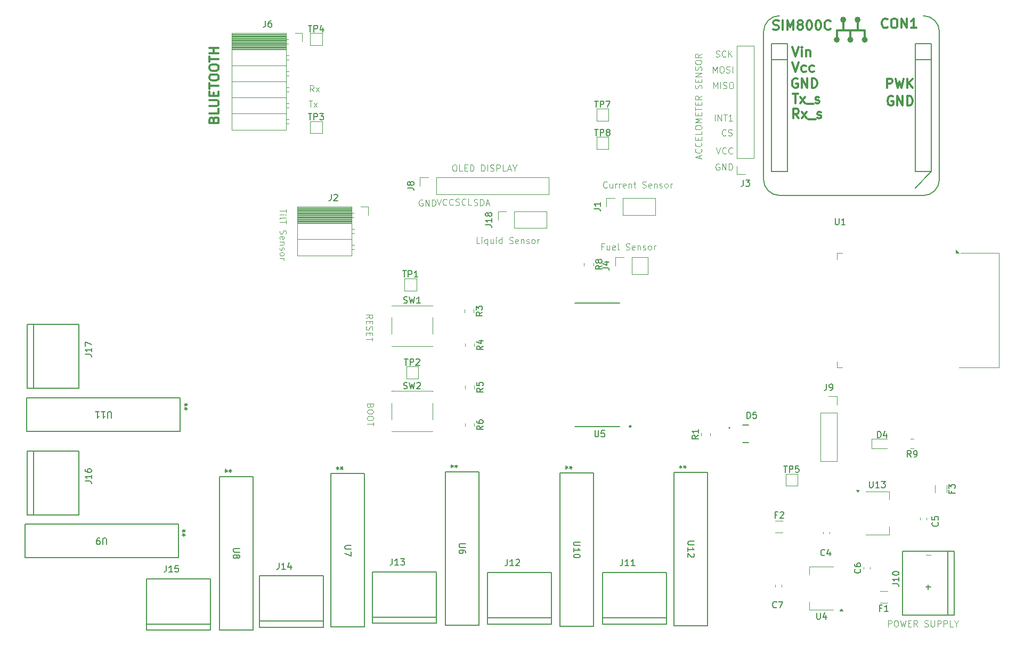
<source format=gbr>
%TF.GenerationSoftware,KiCad,Pcbnew,8.0.0*%
%TF.CreationDate,2025-02-17T23:08:18+05:30*%
%TF.ProjectId,MCU_motorcycle,4d43555f-6d6f-4746-9f72-6379636c652e,rev?*%
%TF.SameCoordinates,Original*%
%TF.FileFunction,Legend,Top*%
%TF.FilePolarity,Positive*%
%FSLAX46Y46*%
G04 Gerber Fmt 4.6, Leading zero omitted, Abs format (unit mm)*
G04 Created by KiCad (PCBNEW 8.0.0) date 2025-02-17 23:08:18*
%MOMM*%
%LPD*%
G01*
G04 APERTURE LIST*
%ADD10C,0.100000*%
%ADD11C,0.300000*%
%ADD12C,0.150000*%
%ADD13C,0.127000*%
%ADD14C,0.120000*%
%ADD15C,0.240000*%
%ADD16C,0.200000*%
%ADD17C,0.152400*%
%ADD18C,0.304800*%
%ADD19C,0.508000*%
G04 APERTURE END LIST*
D10*
X100097353Y-57843240D02*
X99764020Y-57367049D01*
X99525925Y-57843240D02*
X99525925Y-56843240D01*
X99525925Y-56843240D02*
X99906877Y-56843240D01*
X99906877Y-56843240D02*
X100002115Y-56890859D01*
X100002115Y-56890859D02*
X100049734Y-56938478D01*
X100049734Y-56938478D02*
X100097353Y-57033716D01*
X100097353Y-57033716D02*
X100097353Y-57176573D01*
X100097353Y-57176573D02*
X100049734Y-57271811D01*
X100049734Y-57271811D02*
X100002115Y-57319430D01*
X100002115Y-57319430D02*
X99906877Y-57367049D01*
X99906877Y-57367049D02*
X99525925Y-57367049D01*
X100430687Y-57843240D02*
X100954496Y-57176573D01*
X100430687Y-57176573D02*
X100954496Y-57843240D01*
X164547693Y-69340038D02*
X164452455Y-69292419D01*
X164452455Y-69292419D02*
X164309598Y-69292419D01*
X164309598Y-69292419D02*
X164166741Y-69340038D01*
X164166741Y-69340038D02*
X164071503Y-69435276D01*
X164071503Y-69435276D02*
X164023884Y-69530514D01*
X164023884Y-69530514D02*
X163976265Y-69720990D01*
X163976265Y-69720990D02*
X163976265Y-69863847D01*
X163976265Y-69863847D02*
X164023884Y-70054323D01*
X164023884Y-70054323D02*
X164071503Y-70149561D01*
X164071503Y-70149561D02*
X164166741Y-70244800D01*
X164166741Y-70244800D02*
X164309598Y-70292419D01*
X164309598Y-70292419D02*
X164404836Y-70292419D01*
X164404836Y-70292419D02*
X164547693Y-70244800D01*
X164547693Y-70244800D02*
X164595312Y-70197180D01*
X164595312Y-70197180D02*
X164595312Y-69863847D01*
X164595312Y-69863847D02*
X164404836Y-69863847D01*
X165023884Y-70292419D02*
X165023884Y-69292419D01*
X165023884Y-69292419D02*
X165595312Y-70292419D01*
X165595312Y-70292419D02*
X165595312Y-69292419D01*
X166071503Y-70292419D02*
X166071503Y-69292419D01*
X166071503Y-69292419D02*
X166309598Y-69292419D01*
X166309598Y-69292419D02*
X166452455Y-69340038D01*
X166452455Y-69340038D02*
X166547693Y-69435276D01*
X166547693Y-69435276D02*
X166595312Y-69530514D01*
X166595312Y-69530514D02*
X166642931Y-69720990D01*
X166642931Y-69720990D02*
X166642931Y-69863847D01*
X166642931Y-69863847D02*
X166595312Y-70054323D01*
X166595312Y-70054323D02*
X166547693Y-70149561D01*
X166547693Y-70149561D02*
X166452455Y-70244800D01*
X166452455Y-70244800D02*
X166309598Y-70292419D01*
X166309598Y-70292419D02*
X166071503Y-70292419D01*
X125566265Y-75874800D02*
X125709122Y-75922419D01*
X125709122Y-75922419D02*
X125947217Y-75922419D01*
X125947217Y-75922419D02*
X126042455Y-75874800D01*
X126042455Y-75874800D02*
X126090074Y-75827180D01*
X126090074Y-75827180D02*
X126137693Y-75731942D01*
X126137693Y-75731942D02*
X126137693Y-75636704D01*
X126137693Y-75636704D02*
X126090074Y-75541466D01*
X126090074Y-75541466D02*
X126042455Y-75493847D01*
X126042455Y-75493847D02*
X125947217Y-75446228D01*
X125947217Y-75446228D02*
X125756741Y-75398609D01*
X125756741Y-75398609D02*
X125661503Y-75350990D01*
X125661503Y-75350990D02*
X125613884Y-75303371D01*
X125613884Y-75303371D02*
X125566265Y-75208133D01*
X125566265Y-75208133D02*
X125566265Y-75112895D01*
X125566265Y-75112895D02*
X125613884Y-75017657D01*
X125613884Y-75017657D02*
X125661503Y-74970038D01*
X125661503Y-74970038D02*
X125756741Y-74922419D01*
X125756741Y-74922419D02*
X125994836Y-74922419D01*
X125994836Y-74922419D02*
X126137693Y-74970038D01*
X126566265Y-75922419D02*
X126566265Y-74922419D01*
X126566265Y-74922419D02*
X126804360Y-74922419D01*
X126804360Y-74922419D02*
X126947217Y-74970038D01*
X126947217Y-74970038D02*
X127042455Y-75065276D01*
X127042455Y-75065276D02*
X127090074Y-75160514D01*
X127090074Y-75160514D02*
X127137693Y-75350990D01*
X127137693Y-75350990D02*
X127137693Y-75493847D01*
X127137693Y-75493847D02*
X127090074Y-75684323D01*
X127090074Y-75684323D02*
X127042455Y-75779561D01*
X127042455Y-75779561D02*
X126947217Y-75874800D01*
X126947217Y-75874800D02*
X126804360Y-75922419D01*
X126804360Y-75922419D02*
X126566265Y-75922419D01*
X127518646Y-75636704D02*
X127994836Y-75636704D01*
X127423408Y-75922419D02*
X127756741Y-74922419D01*
X127756741Y-74922419D02*
X128090074Y-75922419D01*
D11*
X176165225Y-50700828D02*
X176665225Y-52200828D01*
X176665225Y-52200828D02*
X177165225Y-50700828D01*
X177665224Y-52200828D02*
X177665224Y-51200828D01*
X177665224Y-50700828D02*
X177593796Y-50772257D01*
X177593796Y-50772257D02*
X177665224Y-50843685D01*
X177665224Y-50843685D02*
X177736653Y-50772257D01*
X177736653Y-50772257D02*
X177665224Y-50700828D01*
X177665224Y-50700828D02*
X177665224Y-50843685D01*
X178379510Y-51200828D02*
X178379510Y-52200828D01*
X178379510Y-51343685D02*
X178450939Y-51272257D01*
X178450939Y-51272257D02*
X178593796Y-51200828D01*
X178593796Y-51200828D02*
X178808082Y-51200828D01*
X178808082Y-51200828D02*
X178950939Y-51272257D01*
X178950939Y-51272257D02*
X179022368Y-51415114D01*
X179022368Y-51415114D02*
X179022368Y-52200828D01*
D10*
X119681027Y-74882419D02*
X120014360Y-75882419D01*
X120014360Y-75882419D02*
X120347693Y-74882419D01*
X121252455Y-75787180D02*
X121204836Y-75834800D01*
X121204836Y-75834800D02*
X121061979Y-75882419D01*
X121061979Y-75882419D02*
X120966741Y-75882419D01*
X120966741Y-75882419D02*
X120823884Y-75834800D01*
X120823884Y-75834800D02*
X120728646Y-75739561D01*
X120728646Y-75739561D02*
X120681027Y-75644323D01*
X120681027Y-75644323D02*
X120633408Y-75453847D01*
X120633408Y-75453847D02*
X120633408Y-75310990D01*
X120633408Y-75310990D02*
X120681027Y-75120514D01*
X120681027Y-75120514D02*
X120728646Y-75025276D01*
X120728646Y-75025276D02*
X120823884Y-74930038D01*
X120823884Y-74930038D02*
X120966741Y-74882419D01*
X120966741Y-74882419D02*
X121061979Y-74882419D01*
X121061979Y-74882419D02*
X121204836Y-74930038D01*
X121204836Y-74930038D02*
X121252455Y-74977657D01*
X122252455Y-75787180D02*
X122204836Y-75834800D01*
X122204836Y-75834800D02*
X122061979Y-75882419D01*
X122061979Y-75882419D02*
X121966741Y-75882419D01*
X121966741Y-75882419D02*
X121823884Y-75834800D01*
X121823884Y-75834800D02*
X121728646Y-75739561D01*
X121728646Y-75739561D02*
X121681027Y-75644323D01*
X121681027Y-75644323D02*
X121633408Y-75453847D01*
X121633408Y-75453847D02*
X121633408Y-75310990D01*
X121633408Y-75310990D02*
X121681027Y-75120514D01*
X121681027Y-75120514D02*
X121728646Y-75025276D01*
X121728646Y-75025276D02*
X121823884Y-74930038D01*
X121823884Y-74930038D02*
X121966741Y-74882419D01*
X121966741Y-74882419D02*
X122061979Y-74882419D01*
X122061979Y-74882419D02*
X122204836Y-74930038D01*
X122204836Y-74930038D02*
X122252455Y-74977657D01*
D11*
X191286653Y-47557971D02*
X191215225Y-47629400D01*
X191215225Y-47629400D02*
X191000939Y-47700828D01*
X191000939Y-47700828D02*
X190858082Y-47700828D01*
X190858082Y-47700828D02*
X190643796Y-47629400D01*
X190643796Y-47629400D02*
X190500939Y-47486542D01*
X190500939Y-47486542D02*
X190429510Y-47343685D01*
X190429510Y-47343685D02*
X190358082Y-47057971D01*
X190358082Y-47057971D02*
X190358082Y-46843685D01*
X190358082Y-46843685D02*
X190429510Y-46557971D01*
X190429510Y-46557971D02*
X190500939Y-46415114D01*
X190500939Y-46415114D02*
X190643796Y-46272257D01*
X190643796Y-46272257D02*
X190858082Y-46200828D01*
X190858082Y-46200828D02*
X191000939Y-46200828D01*
X191000939Y-46200828D02*
X191215225Y-46272257D01*
X191215225Y-46272257D02*
X191286653Y-46343685D01*
X192215225Y-46200828D02*
X192500939Y-46200828D01*
X192500939Y-46200828D02*
X192643796Y-46272257D01*
X192643796Y-46272257D02*
X192786653Y-46415114D01*
X192786653Y-46415114D02*
X192858082Y-46700828D01*
X192858082Y-46700828D02*
X192858082Y-47200828D01*
X192858082Y-47200828D02*
X192786653Y-47486542D01*
X192786653Y-47486542D02*
X192643796Y-47629400D01*
X192643796Y-47629400D02*
X192500939Y-47700828D01*
X192500939Y-47700828D02*
X192215225Y-47700828D01*
X192215225Y-47700828D02*
X192072368Y-47629400D01*
X192072368Y-47629400D02*
X191929510Y-47486542D01*
X191929510Y-47486542D02*
X191858082Y-47200828D01*
X191858082Y-47200828D02*
X191858082Y-46700828D01*
X191858082Y-46700828D02*
X191929510Y-46415114D01*
X191929510Y-46415114D02*
X192072368Y-46272257D01*
X192072368Y-46272257D02*
X192215225Y-46200828D01*
X193500939Y-47700828D02*
X193500939Y-46200828D01*
X193500939Y-46200828D02*
X194358082Y-47700828D01*
X194358082Y-47700828D02*
X194358082Y-46200828D01*
X195858083Y-47700828D02*
X195000940Y-47700828D01*
X195429511Y-47700828D02*
X195429511Y-46200828D01*
X195429511Y-46200828D02*
X195286654Y-46415114D01*
X195286654Y-46415114D02*
X195143797Y-46557971D01*
X195143797Y-46557971D02*
X195000940Y-46629400D01*
D10*
X109111390Y-107757217D02*
X109063771Y-107900074D01*
X109063771Y-107900074D02*
X109016152Y-107947693D01*
X109016152Y-107947693D02*
X108920914Y-107995312D01*
X108920914Y-107995312D02*
X108778057Y-107995312D01*
X108778057Y-107995312D02*
X108682819Y-107947693D01*
X108682819Y-107947693D02*
X108635200Y-107900074D01*
X108635200Y-107900074D02*
X108587580Y-107804836D01*
X108587580Y-107804836D02*
X108587580Y-107423884D01*
X108587580Y-107423884D02*
X109587580Y-107423884D01*
X109587580Y-107423884D02*
X109587580Y-107757217D01*
X109587580Y-107757217D02*
X109539961Y-107852455D01*
X109539961Y-107852455D02*
X109492342Y-107900074D01*
X109492342Y-107900074D02*
X109397104Y-107947693D01*
X109397104Y-107947693D02*
X109301866Y-107947693D01*
X109301866Y-107947693D02*
X109206628Y-107900074D01*
X109206628Y-107900074D02*
X109159009Y-107852455D01*
X109159009Y-107852455D02*
X109111390Y-107757217D01*
X109111390Y-107757217D02*
X109111390Y-107423884D01*
X109587580Y-108614360D02*
X109587580Y-108804836D01*
X109587580Y-108804836D02*
X109539961Y-108900074D01*
X109539961Y-108900074D02*
X109444723Y-108995312D01*
X109444723Y-108995312D02*
X109254247Y-109042931D01*
X109254247Y-109042931D02*
X108920914Y-109042931D01*
X108920914Y-109042931D02*
X108730438Y-108995312D01*
X108730438Y-108995312D02*
X108635200Y-108900074D01*
X108635200Y-108900074D02*
X108587580Y-108804836D01*
X108587580Y-108804836D02*
X108587580Y-108614360D01*
X108587580Y-108614360D02*
X108635200Y-108519122D01*
X108635200Y-108519122D02*
X108730438Y-108423884D01*
X108730438Y-108423884D02*
X108920914Y-108376265D01*
X108920914Y-108376265D02*
X109254247Y-108376265D01*
X109254247Y-108376265D02*
X109444723Y-108423884D01*
X109444723Y-108423884D02*
X109539961Y-108519122D01*
X109539961Y-108519122D02*
X109587580Y-108614360D01*
X109587580Y-109661979D02*
X109587580Y-109852455D01*
X109587580Y-109852455D02*
X109539961Y-109947693D01*
X109539961Y-109947693D02*
X109444723Y-110042931D01*
X109444723Y-110042931D02*
X109254247Y-110090550D01*
X109254247Y-110090550D02*
X108920914Y-110090550D01*
X108920914Y-110090550D02*
X108730438Y-110042931D01*
X108730438Y-110042931D02*
X108635200Y-109947693D01*
X108635200Y-109947693D02*
X108587580Y-109852455D01*
X108587580Y-109852455D02*
X108587580Y-109661979D01*
X108587580Y-109661979D02*
X108635200Y-109566741D01*
X108635200Y-109566741D02*
X108730438Y-109471503D01*
X108730438Y-109471503D02*
X108920914Y-109423884D01*
X108920914Y-109423884D02*
X109254247Y-109423884D01*
X109254247Y-109423884D02*
X109444723Y-109471503D01*
X109444723Y-109471503D02*
X109539961Y-109566741D01*
X109539961Y-109566741D02*
X109587580Y-109661979D01*
X109587580Y-110376265D02*
X109587580Y-110947693D01*
X108587580Y-110661979D02*
X109587580Y-110661979D01*
X191373884Y-142882419D02*
X191373884Y-141882419D01*
X191373884Y-141882419D02*
X191754836Y-141882419D01*
X191754836Y-141882419D02*
X191850074Y-141930038D01*
X191850074Y-141930038D02*
X191897693Y-141977657D01*
X191897693Y-141977657D02*
X191945312Y-142072895D01*
X191945312Y-142072895D02*
X191945312Y-142215752D01*
X191945312Y-142215752D02*
X191897693Y-142310990D01*
X191897693Y-142310990D02*
X191850074Y-142358609D01*
X191850074Y-142358609D02*
X191754836Y-142406228D01*
X191754836Y-142406228D02*
X191373884Y-142406228D01*
X192564360Y-141882419D02*
X192754836Y-141882419D01*
X192754836Y-141882419D02*
X192850074Y-141930038D01*
X192850074Y-141930038D02*
X192945312Y-142025276D01*
X192945312Y-142025276D02*
X192992931Y-142215752D01*
X192992931Y-142215752D02*
X192992931Y-142549085D01*
X192992931Y-142549085D02*
X192945312Y-142739561D01*
X192945312Y-142739561D02*
X192850074Y-142834800D01*
X192850074Y-142834800D02*
X192754836Y-142882419D01*
X192754836Y-142882419D02*
X192564360Y-142882419D01*
X192564360Y-142882419D02*
X192469122Y-142834800D01*
X192469122Y-142834800D02*
X192373884Y-142739561D01*
X192373884Y-142739561D02*
X192326265Y-142549085D01*
X192326265Y-142549085D02*
X192326265Y-142215752D01*
X192326265Y-142215752D02*
X192373884Y-142025276D01*
X192373884Y-142025276D02*
X192469122Y-141930038D01*
X192469122Y-141930038D02*
X192564360Y-141882419D01*
X193326265Y-141882419D02*
X193564360Y-142882419D01*
X193564360Y-142882419D02*
X193754836Y-142168133D01*
X193754836Y-142168133D02*
X193945312Y-142882419D01*
X193945312Y-142882419D02*
X194183408Y-141882419D01*
X194564360Y-142358609D02*
X194897693Y-142358609D01*
X195040550Y-142882419D02*
X194564360Y-142882419D01*
X194564360Y-142882419D02*
X194564360Y-141882419D01*
X194564360Y-141882419D02*
X195040550Y-141882419D01*
X196040550Y-142882419D02*
X195707217Y-142406228D01*
X195469122Y-142882419D02*
X195469122Y-141882419D01*
X195469122Y-141882419D02*
X195850074Y-141882419D01*
X195850074Y-141882419D02*
X195945312Y-141930038D01*
X195945312Y-141930038D02*
X195992931Y-141977657D01*
X195992931Y-141977657D02*
X196040550Y-142072895D01*
X196040550Y-142072895D02*
X196040550Y-142215752D01*
X196040550Y-142215752D02*
X195992931Y-142310990D01*
X195992931Y-142310990D02*
X195945312Y-142358609D01*
X195945312Y-142358609D02*
X195850074Y-142406228D01*
X195850074Y-142406228D02*
X195469122Y-142406228D01*
X197183408Y-142834800D02*
X197326265Y-142882419D01*
X197326265Y-142882419D02*
X197564360Y-142882419D01*
X197564360Y-142882419D02*
X197659598Y-142834800D01*
X197659598Y-142834800D02*
X197707217Y-142787180D01*
X197707217Y-142787180D02*
X197754836Y-142691942D01*
X197754836Y-142691942D02*
X197754836Y-142596704D01*
X197754836Y-142596704D02*
X197707217Y-142501466D01*
X197707217Y-142501466D02*
X197659598Y-142453847D01*
X197659598Y-142453847D02*
X197564360Y-142406228D01*
X197564360Y-142406228D02*
X197373884Y-142358609D01*
X197373884Y-142358609D02*
X197278646Y-142310990D01*
X197278646Y-142310990D02*
X197231027Y-142263371D01*
X197231027Y-142263371D02*
X197183408Y-142168133D01*
X197183408Y-142168133D02*
X197183408Y-142072895D01*
X197183408Y-142072895D02*
X197231027Y-141977657D01*
X197231027Y-141977657D02*
X197278646Y-141930038D01*
X197278646Y-141930038D02*
X197373884Y-141882419D01*
X197373884Y-141882419D02*
X197611979Y-141882419D01*
X197611979Y-141882419D02*
X197754836Y-141930038D01*
X198183408Y-141882419D02*
X198183408Y-142691942D01*
X198183408Y-142691942D02*
X198231027Y-142787180D01*
X198231027Y-142787180D02*
X198278646Y-142834800D01*
X198278646Y-142834800D02*
X198373884Y-142882419D01*
X198373884Y-142882419D02*
X198564360Y-142882419D01*
X198564360Y-142882419D02*
X198659598Y-142834800D01*
X198659598Y-142834800D02*
X198707217Y-142787180D01*
X198707217Y-142787180D02*
X198754836Y-142691942D01*
X198754836Y-142691942D02*
X198754836Y-141882419D01*
X199231027Y-142882419D02*
X199231027Y-141882419D01*
X199231027Y-141882419D02*
X199611979Y-141882419D01*
X199611979Y-141882419D02*
X199707217Y-141930038D01*
X199707217Y-141930038D02*
X199754836Y-141977657D01*
X199754836Y-141977657D02*
X199802455Y-142072895D01*
X199802455Y-142072895D02*
X199802455Y-142215752D01*
X199802455Y-142215752D02*
X199754836Y-142310990D01*
X199754836Y-142310990D02*
X199707217Y-142358609D01*
X199707217Y-142358609D02*
X199611979Y-142406228D01*
X199611979Y-142406228D02*
X199231027Y-142406228D01*
X200231027Y-142882419D02*
X200231027Y-141882419D01*
X200231027Y-141882419D02*
X200611979Y-141882419D01*
X200611979Y-141882419D02*
X200707217Y-141930038D01*
X200707217Y-141930038D02*
X200754836Y-141977657D01*
X200754836Y-141977657D02*
X200802455Y-142072895D01*
X200802455Y-142072895D02*
X200802455Y-142215752D01*
X200802455Y-142215752D02*
X200754836Y-142310990D01*
X200754836Y-142310990D02*
X200707217Y-142358609D01*
X200707217Y-142358609D02*
X200611979Y-142406228D01*
X200611979Y-142406228D02*
X200231027Y-142406228D01*
X201707217Y-142882419D02*
X201231027Y-142882419D01*
X201231027Y-142882419D02*
X201231027Y-141882419D01*
X202231027Y-142406228D02*
X202231027Y-142882419D01*
X201897694Y-141882419D02*
X202231027Y-142406228D01*
X202231027Y-142406228D02*
X202564360Y-141882419D01*
X117387693Y-75050038D02*
X117292455Y-75002419D01*
X117292455Y-75002419D02*
X117149598Y-75002419D01*
X117149598Y-75002419D02*
X117006741Y-75050038D01*
X117006741Y-75050038D02*
X116911503Y-75145276D01*
X116911503Y-75145276D02*
X116863884Y-75240514D01*
X116863884Y-75240514D02*
X116816265Y-75430990D01*
X116816265Y-75430990D02*
X116816265Y-75573847D01*
X116816265Y-75573847D02*
X116863884Y-75764323D01*
X116863884Y-75764323D02*
X116911503Y-75859561D01*
X116911503Y-75859561D02*
X117006741Y-75954800D01*
X117006741Y-75954800D02*
X117149598Y-76002419D01*
X117149598Y-76002419D02*
X117244836Y-76002419D01*
X117244836Y-76002419D02*
X117387693Y-75954800D01*
X117387693Y-75954800D02*
X117435312Y-75907180D01*
X117435312Y-75907180D02*
X117435312Y-75573847D01*
X117435312Y-75573847D02*
X117244836Y-75573847D01*
X117863884Y-76002419D02*
X117863884Y-75002419D01*
X117863884Y-75002419D02*
X118435312Y-76002419D01*
X118435312Y-76002419D02*
X118435312Y-75002419D01*
X118911503Y-76002419D02*
X118911503Y-75002419D01*
X118911503Y-75002419D02*
X119149598Y-75002419D01*
X119149598Y-75002419D02*
X119292455Y-75050038D01*
X119292455Y-75050038D02*
X119387693Y-75145276D01*
X119387693Y-75145276D02*
X119435312Y-75240514D01*
X119435312Y-75240514D02*
X119482931Y-75430990D01*
X119482931Y-75430990D02*
X119482931Y-75573847D01*
X119482931Y-75573847D02*
X119435312Y-75764323D01*
X119435312Y-75764323D02*
X119387693Y-75859561D01*
X119387693Y-75859561D02*
X119292455Y-75954800D01*
X119292455Y-75954800D02*
X119149598Y-76002419D01*
X119149598Y-76002419D02*
X118911503Y-76002419D01*
X197403884Y-131511466D02*
X198165789Y-131511466D01*
D11*
X173133082Y-47919400D02*
X173347368Y-47990828D01*
X173347368Y-47990828D02*
X173704510Y-47990828D01*
X173704510Y-47990828D02*
X173847368Y-47919400D01*
X173847368Y-47919400D02*
X173918796Y-47847971D01*
X173918796Y-47847971D02*
X173990225Y-47705114D01*
X173990225Y-47705114D02*
X173990225Y-47562257D01*
X173990225Y-47562257D02*
X173918796Y-47419400D01*
X173918796Y-47419400D02*
X173847368Y-47347971D01*
X173847368Y-47347971D02*
X173704510Y-47276542D01*
X173704510Y-47276542D02*
X173418796Y-47205114D01*
X173418796Y-47205114D02*
X173275939Y-47133685D01*
X173275939Y-47133685D02*
X173204510Y-47062257D01*
X173204510Y-47062257D02*
X173133082Y-46919400D01*
X173133082Y-46919400D02*
X173133082Y-46776542D01*
X173133082Y-46776542D02*
X173204510Y-46633685D01*
X173204510Y-46633685D02*
X173275939Y-46562257D01*
X173275939Y-46562257D02*
X173418796Y-46490828D01*
X173418796Y-46490828D02*
X173775939Y-46490828D01*
X173775939Y-46490828D02*
X173990225Y-46562257D01*
X174633081Y-47990828D02*
X174633081Y-46490828D01*
X175347367Y-47990828D02*
X175347367Y-46490828D01*
X175347367Y-46490828D02*
X175847367Y-47562257D01*
X175847367Y-47562257D02*
X176347367Y-46490828D01*
X176347367Y-46490828D02*
X176347367Y-47990828D01*
X177275939Y-47133685D02*
X177133082Y-47062257D01*
X177133082Y-47062257D02*
X177061653Y-46990828D01*
X177061653Y-46990828D02*
X176990225Y-46847971D01*
X176990225Y-46847971D02*
X176990225Y-46776542D01*
X176990225Y-46776542D02*
X177061653Y-46633685D01*
X177061653Y-46633685D02*
X177133082Y-46562257D01*
X177133082Y-46562257D02*
X177275939Y-46490828D01*
X177275939Y-46490828D02*
X177561653Y-46490828D01*
X177561653Y-46490828D02*
X177704511Y-46562257D01*
X177704511Y-46562257D02*
X177775939Y-46633685D01*
X177775939Y-46633685D02*
X177847368Y-46776542D01*
X177847368Y-46776542D02*
X177847368Y-46847971D01*
X177847368Y-46847971D02*
X177775939Y-46990828D01*
X177775939Y-46990828D02*
X177704511Y-47062257D01*
X177704511Y-47062257D02*
X177561653Y-47133685D01*
X177561653Y-47133685D02*
X177275939Y-47133685D01*
X177275939Y-47133685D02*
X177133082Y-47205114D01*
X177133082Y-47205114D02*
X177061653Y-47276542D01*
X177061653Y-47276542D02*
X176990225Y-47419400D01*
X176990225Y-47419400D02*
X176990225Y-47705114D01*
X176990225Y-47705114D02*
X177061653Y-47847971D01*
X177061653Y-47847971D02*
X177133082Y-47919400D01*
X177133082Y-47919400D02*
X177275939Y-47990828D01*
X177275939Y-47990828D02*
X177561653Y-47990828D01*
X177561653Y-47990828D02*
X177704511Y-47919400D01*
X177704511Y-47919400D02*
X177775939Y-47847971D01*
X177775939Y-47847971D02*
X177847368Y-47705114D01*
X177847368Y-47705114D02*
X177847368Y-47419400D01*
X177847368Y-47419400D02*
X177775939Y-47276542D01*
X177775939Y-47276542D02*
X177704511Y-47205114D01*
X177704511Y-47205114D02*
X177561653Y-47133685D01*
X178775939Y-46490828D02*
X178918796Y-46490828D01*
X178918796Y-46490828D02*
X179061653Y-46562257D01*
X179061653Y-46562257D02*
X179133082Y-46633685D01*
X179133082Y-46633685D02*
X179204510Y-46776542D01*
X179204510Y-46776542D02*
X179275939Y-47062257D01*
X179275939Y-47062257D02*
X179275939Y-47419400D01*
X179275939Y-47419400D02*
X179204510Y-47705114D01*
X179204510Y-47705114D02*
X179133082Y-47847971D01*
X179133082Y-47847971D02*
X179061653Y-47919400D01*
X179061653Y-47919400D02*
X178918796Y-47990828D01*
X178918796Y-47990828D02*
X178775939Y-47990828D01*
X178775939Y-47990828D02*
X178633082Y-47919400D01*
X178633082Y-47919400D02*
X178561653Y-47847971D01*
X178561653Y-47847971D02*
X178490224Y-47705114D01*
X178490224Y-47705114D02*
X178418796Y-47419400D01*
X178418796Y-47419400D02*
X178418796Y-47062257D01*
X178418796Y-47062257D02*
X178490224Y-46776542D01*
X178490224Y-46776542D02*
X178561653Y-46633685D01*
X178561653Y-46633685D02*
X178633082Y-46562257D01*
X178633082Y-46562257D02*
X178775939Y-46490828D01*
X180204510Y-46490828D02*
X180347367Y-46490828D01*
X180347367Y-46490828D02*
X180490224Y-46562257D01*
X180490224Y-46562257D02*
X180561653Y-46633685D01*
X180561653Y-46633685D02*
X180633081Y-46776542D01*
X180633081Y-46776542D02*
X180704510Y-47062257D01*
X180704510Y-47062257D02*
X180704510Y-47419400D01*
X180704510Y-47419400D02*
X180633081Y-47705114D01*
X180633081Y-47705114D02*
X180561653Y-47847971D01*
X180561653Y-47847971D02*
X180490224Y-47919400D01*
X180490224Y-47919400D02*
X180347367Y-47990828D01*
X180347367Y-47990828D02*
X180204510Y-47990828D01*
X180204510Y-47990828D02*
X180061653Y-47919400D01*
X180061653Y-47919400D02*
X179990224Y-47847971D01*
X179990224Y-47847971D02*
X179918795Y-47705114D01*
X179918795Y-47705114D02*
X179847367Y-47419400D01*
X179847367Y-47419400D02*
X179847367Y-47062257D01*
X179847367Y-47062257D02*
X179918795Y-46776542D01*
X179918795Y-46776542D02*
X179990224Y-46633685D01*
X179990224Y-46633685D02*
X180061653Y-46562257D01*
X180061653Y-46562257D02*
X180204510Y-46490828D01*
X182204509Y-47847971D02*
X182133081Y-47919400D01*
X182133081Y-47919400D02*
X181918795Y-47990828D01*
X181918795Y-47990828D02*
X181775938Y-47990828D01*
X181775938Y-47990828D02*
X181561652Y-47919400D01*
X181561652Y-47919400D02*
X181418795Y-47776542D01*
X181418795Y-47776542D02*
X181347366Y-47633685D01*
X181347366Y-47633685D02*
X181275938Y-47347971D01*
X181275938Y-47347971D02*
X181275938Y-47133685D01*
X181275938Y-47133685D02*
X181347366Y-46847971D01*
X181347366Y-46847971D02*
X181418795Y-46705114D01*
X181418795Y-46705114D02*
X181561652Y-46562257D01*
X181561652Y-46562257D02*
X181775938Y-46490828D01*
X181775938Y-46490828D02*
X181918795Y-46490828D01*
X181918795Y-46490828D02*
X182133081Y-46562257D01*
X182133081Y-46562257D02*
X182204509Y-46633685D01*
D10*
X163513884Y-54822419D02*
X163513884Y-53822419D01*
X163513884Y-53822419D02*
X163847217Y-54536704D01*
X163847217Y-54536704D02*
X164180550Y-53822419D01*
X164180550Y-53822419D02*
X164180550Y-54822419D01*
X164847217Y-53822419D02*
X165037693Y-53822419D01*
X165037693Y-53822419D02*
X165132931Y-53870038D01*
X165132931Y-53870038D02*
X165228169Y-53965276D01*
X165228169Y-53965276D02*
X165275788Y-54155752D01*
X165275788Y-54155752D02*
X165275788Y-54489085D01*
X165275788Y-54489085D02*
X165228169Y-54679561D01*
X165228169Y-54679561D02*
X165132931Y-54774800D01*
X165132931Y-54774800D02*
X165037693Y-54822419D01*
X165037693Y-54822419D02*
X164847217Y-54822419D01*
X164847217Y-54822419D02*
X164751979Y-54774800D01*
X164751979Y-54774800D02*
X164656741Y-54679561D01*
X164656741Y-54679561D02*
X164609122Y-54489085D01*
X164609122Y-54489085D02*
X164609122Y-54155752D01*
X164609122Y-54155752D02*
X164656741Y-53965276D01*
X164656741Y-53965276D02*
X164751979Y-53870038D01*
X164751979Y-53870038D02*
X164847217Y-53822419D01*
X165656741Y-54774800D02*
X165799598Y-54822419D01*
X165799598Y-54822419D02*
X166037693Y-54822419D01*
X166037693Y-54822419D02*
X166132931Y-54774800D01*
X166132931Y-54774800D02*
X166180550Y-54727180D01*
X166180550Y-54727180D02*
X166228169Y-54631942D01*
X166228169Y-54631942D02*
X166228169Y-54536704D01*
X166228169Y-54536704D02*
X166180550Y-54441466D01*
X166180550Y-54441466D02*
X166132931Y-54393847D01*
X166132931Y-54393847D02*
X166037693Y-54346228D01*
X166037693Y-54346228D02*
X165847217Y-54298609D01*
X165847217Y-54298609D02*
X165751979Y-54250990D01*
X165751979Y-54250990D02*
X165704360Y-54203371D01*
X165704360Y-54203371D02*
X165656741Y-54108133D01*
X165656741Y-54108133D02*
X165656741Y-54012895D01*
X165656741Y-54012895D02*
X165704360Y-53917657D01*
X165704360Y-53917657D02*
X165751979Y-53870038D01*
X165751979Y-53870038D02*
X165847217Y-53822419D01*
X165847217Y-53822419D02*
X166085312Y-53822419D01*
X166085312Y-53822419D02*
X166228169Y-53870038D01*
X166656741Y-54822419D02*
X166656741Y-53822419D01*
D11*
X177186653Y-62050828D02*
X176686653Y-61336542D01*
X176329510Y-62050828D02*
X176329510Y-60550828D01*
X176329510Y-60550828D02*
X176900939Y-60550828D01*
X176900939Y-60550828D02*
X177043796Y-60622257D01*
X177043796Y-60622257D02*
X177115225Y-60693685D01*
X177115225Y-60693685D02*
X177186653Y-60836542D01*
X177186653Y-60836542D02*
X177186653Y-61050828D01*
X177186653Y-61050828D02*
X177115225Y-61193685D01*
X177115225Y-61193685D02*
X177043796Y-61265114D01*
X177043796Y-61265114D02*
X176900939Y-61336542D01*
X176900939Y-61336542D02*
X176329510Y-61336542D01*
X177686653Y-62050828D02*
X178472368Y-61050828D01*
X177686653Y-61050828D02*
X178472368Y-62050828D01*
X178686654Y-62193685D02*
X179829511Y-62193685D01*
X180115225Y-61979400D02*
X180258082Y-62050828D01*
X180258082Y-62050828D02*
X180543796Y-62050828D01*
X180543796Y-62050828D02*
X180686653Y-61979400D01*
X180686653Y-61979400D02*
X180758082Y-61836542D01*
X180758082Y-61836542D02*
X180758082Y-61765114D01*
X180758082Y-61765114D02*
X180686653Y-61622257D01*
X180686653Y-61622257D02*
X180543796Y-61550828D01*
X180543796Y-61550828D02*
X180329511Y-61550828D01*
X180329511Y-61550828D02*
X180186653Y-61479400D01*
X180186653Y-61479400D02*
X180115225Y-61336542D01*
X180115225Y-61336542D02*
X180115225Y-61265114D01*
X180115225Y-61265114D02*
X180186653Y-61122257D01*
X180186653Y-61122257D02*
X180329511Y-61050828D01*
X180329511Y-61050828D02*
X180543796Y-61050828D01*
X180543796Y-61050828D02*
X180686653Y-61122257D01*
X176165225Y-53175828D02*
X176665225Y-54675828D01*
X176665225Y-54675828D02*
X177165225Y-53175828D01*
X178308082Y-54604400D02*
X178165224Y-54675828D01*
X178165224Y-54675828D02*
X177879510Y-54675828D01*
X177879510Y-54675828D02*
X177736653Y-54604400D01*
X177736653Y-54604400D02*
X177665224Y-54532971D01*
X177665224Y-54532971D02*
X177593796Y-54390114D01*
X177593796Y-54390114D02*
X177593796Y-53961542D01*
X177593796Y-53961542D02*
X177665224Y-53818685D01*
X177665224Y-53818685D02*
X177736653Y-53747257D01*
X177736653Y-53747257D02*
X177879510Y-53675828D01*
X177879510Y-53675828D02*
X178165224Y-53675828D01*
X178165224Y-53675828D02*
X178308082Y-53747257D01*
X179593796Y-54604400D02*
X179450938Y-54675828D01*
X179450938Y-54675828D02*
X179165224Y-54675828D01*
X179165224Y-54675828D02*
X179022367Y-54604400D01*
X179022367Y-54604400D02*
X178950938Y-54532971D01*
X178950938Y-54532971D02*
X178879510Y-54390114D01*
X178879510Y-54390114D02*
X178879510Y-53961542D01*
X178879510Y-53961542D02*
X178950938Y-53818685D01*
X178950938Y-53818685D02*
X179022367Y-53747257D01*
X179022367Y-53747257D02*
X179165224Y-53675828D01*
X179165224Y-53675828D02*
X179450938Y-53675828D01*
X179450938Y-53675828D02*
X179593796Y-53747257D01*
D10*
X95707580Y-76501027D02*
X95707580Y-77072455D01*
X94707580Y-76786741D02*
X95707580Y-76786741D01*
X94707580Y-77405789D02*
X95374247Y-77405789D01*
X95707580Y-77405789D02*
X95659961Y-77358170D01*
X95659961Y-77358170D02*
X95612342Y-77405789D01*
X95612342Y-77405789D02*
X95659961Y-77453408D01*
X95659961Y-77453408D02*
X95707580Y-77405789D01*
X95707580Y-77405789D02*
X95612342Y-77405789D01*
X94707580Y-78024836D02*
X94755200Y-77929598D01*
X94755200Y-77929598D02*
X94850438Y-77881979D01*
X94850438Y-77881979D02*
X95707580Y-77881979D01*
X95707580Y-78262932D02*
X95707580Y-78834360D01*
X94707580Y-78548646D02*
X95707580Y-78548646D01*
X94755200Y-79881980D02*
X94707580Y-80024837D01*
X94707580Y-80024837D02*
X94707580Y-80262932D01*
X94707580Y-80262932D02*
X94755200Y-80358170D01*
X94755200Y-80358170D02*
X94802819Y-80405789D01*
X94802819Y-80405789D02*
X94898057Y-80453408D01*
X94898057Y-80453408D02*
X94993295Y-80453408D01*
X94993295Y-80453408D02*
X95088533Y-80405789D01*
X95088533Y-80405789D02*
X95136152Y-80358170D01*
X95136152Y-80358170D02*
X95183771Y-80262932D01*
X95183771Y-80262932D02*
X95231390Y-80072456D01*
X95231390Y-80072456D02*
X95279009Y-79977218D01*
X95279009Y-79977218D02*
X95326628Y-79929599D01*
X95326628Y-79929599D02*
X95421866Y-79881980D01*
X95421866Y-79881980D02*
X95517104Y-79881980D01*
X95517104Y-79881980D02*
X95612342Y-79929599D01*
X95612342Y-79929599D02*
X95659961Y-79977218D01*
X95659961Y-79977218D02*
X95707580Y-80072456D01*
X95707580Y-80072456D02*
X95707580Y-80310551D01*
X95707580Y-80310551D02*
X95659961Y-80453408D01*
X94755200Y-81262932D02*
X94707580Y-81167694D01*
X94707580Y-81167694D02*
X94707580Y-80977218D01*
X94707580Y-80977218D02*
X94755200Y-80881980D01*
X94755200Y-80881980D02*
X94850438Y-80834361D01*
X94850438Y-80834361D02*
X95231390Y-80834361D01*
X95231390Y-80834361D02*
X95326628Y-80881980D01*
X95326628Y-80881980D02*
X95374247Y-80977218D01*
X95374247Y-80977218D02*
X95374247Y-81167694D01*
X95374247Y-81167694D02*
X95326628Y-81262932D01*
X95326628Y-81262932D02*
X95231390Y-81310551D01*
X95231390Y-81310551D02*
X95136152Y-81310551D01*
X95136152Y-81310551D02*
X95040914Y-80834361D01*
X95374247Y-81739123D02*
X94707580Y-81739123D01*
X95279009Y-81739123D02*
X95326628Y-81786742D01*
X95326628Y-81786742D02*
X95374247Y-81881980D01*
X95374247Y-81881980D02*
X95374247Y-82024837D01*
X95374247Y-82024837D02*
X95326628Y-82120075D01*
X95326628Y-82120075D02*
X95231390Y-82167694D01*
X95231390Y-82167694D02*
X94707580Y-82167694D01*
X94755200Y-82596266D02*
X94707580Y-82691504D01*
X94707580Y-82691504D02*
X94707580Y-82881980D01*
X94707580Y-82881980D02*
X94755200Y-82977218D01*
X94755200Y-82977218D02*
X94850438Y-83024837D01*
X94850438Y-83024837D02*
X94898057Y-83024837D01*
X94898057Y-83024837D02*
X94993295Y-82977218D01*
X94993295Y-82977218D02*
X95040914Y-82881980D01*
X95040914Y-82881980D02*
X95040914Y-82739123D01*
X95040914Y-82739123D02*
X95088533Y-82643885D01*
X95088533Y-82643885D02*
X95183771Y-82596266D01*
X95183771Y-82596266D02*
X95231390Y-82596266D01*
X95231390Y-82596266D02*
X95326628Y-82643885D01*
X95326628Y-82643885D02*
X95374247Y-82739123D01*
X95374247Y-82739123D02*
X95374247Y-82881980D01*
X95374247Y-82881980D02*
X95326628Y-82977218D01*
X94707580Y-83596266D02*
X94755200Y-83501028D01*
X94755200Y-83501028D02*
X94802819Y-83453409D01*
X94802819Y-83453409D02*
X94898057Y-83405790D01*
X94898057Y-83405790D02*
X95183771Y-83405790D01*
X95183771Y-83405790D02*
X95279009Y-83453409D01*
X95279009Y-83453409D02*
X95326628Y-83501028D01*
X95326628Y-83501028D02*
X95374247Y-83596266D01*
X95374247Y-83596266D02*
X95374247Y-83739123D01*
X95374247Y-83739123D02*
X95326628Y-83834361D01*
X95326628Y-83834361D02*
X95279009Y-83881980D01*
X95279009Y-83881980D02*
X95183771Y-83929599D01*
X95183771Y-83929599D02*
X94898057Y-83929599D01*
X94898057Y-83929599D02*
X94802819Y-83881980D01*
X94802819Y-83881980D02*
X94755200Y-83834361D01*
X94755200Y-83834361D02*
X94707580Y-83739123D01*
X94707580Y-83739123D02*
X94707580Y-83596266D01*
X94707580Y-84358171D02*
X95374247Y-84358171D01*
X95183771Y-84358171D02*
X95279009Y-84405790D01*
X95279009Y-84405790D02*
X95326628Y-84453409D01*
X95326628Y-84453409D02*
X95374247Y-84548647D01*
X95374247Y-84548647D02*
X95374247Y-84643885D01*
D11*
X176965225Y-55797257D02*
X176822368Y-55725828D01*
X176822368Y-55725828D02*
X176608082Y-55725828D01*
X176608082Y-55725828D02*
X176393796Y-55797257D01*
X176393796Y-55797257D02*
X176250939Y-55940114D01*
X176250939Y-55940114D02*
X176179510Y-56082971D01*
X176179510Y-56082971D02*
X176108082Y-56368685D01*
X176108082Y-56368685D02*
X176108082Y-56582971D01*
X176108082Y-56582971D02*
X176179510Y-56868685D01*
X176179510Y-56868685D02*
X176250939Y-57011542D01*
X176250939Y-57011542D02*
X176393796Y-57154400D01*
X176393796Y-57154400D02*
X176608082Y-57225828D01*
X176608082Y-57225828D02*
X176750939Y-57225828D01*
X176750939Y-57225828D02*
X176965225Y-57154400D01*
X176965225Y-57154400D02*
X177036653Y-57082971D01*
X177036653Y-57082971D02*
X177036653Y-56582971D01*
X177036653Y-56582971D02*
X176750939Y-56582971D01*
X177679510Y-57225828D02*
X177679510Y-55725828D01*
X177679510Y-55725828D02*
X178536653Y-57225828D01*
X178536653Y-57225828D02*
X178536653Y-55725828D01*
X179250939Y-57225828D02*
X179250939Y-55725828D01*
X179250939Y-55725828D02*
X179608082Y-55725828D01*
X179608082Y-55725828D02*
X179822368Y-55797257D01*
X179822368Y-55797257D02*
X179965225Y-55940114D01*
X179965225Y-55940114D02*
X180036654Y-56082971D01*
X180036654Y-56082971D02*
X180108082Y-56368685D01*
X180108082Y-56368685D02*
X180108082Y-56582971D01*
X180108082Y-56582971D02*
X180036654Y-56868685D01*
X180036654Y-56868685D02*
X179965225Y-57011542D01*
X179965225Y-57011542D02*
X179822368Y-57154400D01*
X179822368Y-57154400D02*
X179608082Y-57225828D01*
X179608082Y-57225828D02*
X179250939Y-57225828D01*
D10*
X99321027Y-59242419D02*
X99892455Y-59242419D01*
X99606741Y-60242419D02*
X99606741Y-59242419D01*
X100130551Y-60242419D02*
X100654360Y-59575752D01*
X100130551Y-59575752D02*
X100654360Y-60242419D01*
X146715312Y-73017180D02*
X146667693Y-73064800D01*
X146667693Y-73064800D02*
X146524836Y-73112419D01*
X146524836Y-73112419D02*
X146429598Y-73112419D01*
X146429598Y-73112419D02*
X146286741Y-73064800D01*
X146286741Y-73064800D02*
X146191503Y-72969561D01*
X146191503Y-72969561D02*
X146143884Y-72874323D01*
X146143884Y-72874323D02*
X146096265Y-72683847D01*
X146096265Y-72683847D02*
X146096265Y-72540990D01*
X146096265Y-72540990D02*
X146143884Y-72350514D01*
X146143884Y-72350514D02*
X146191503Y-72255276D01*
X146191503Y-72255276D02*
X146286741Y-72160038D01*
X146286741Y-72160038D02*
X146429598Y-72112419D01*
X146429598Y-72112419D02*
X146524836Y-72112419D01*
X146524836Y-72112419D02*
X146667693Y-72160038D01*
X146667693Y-72160038D02*
X146715312Y-72207657D01*
X147572455Y-72445752D02*
X147572455Y-73112419D01*
X147143884Y-72445752D02*
X147143884Y-72969561D01*
X147143884Y-72969561D02*
X147191503Y-73064800D01*
X147191503Y-73064800D02*
X147286741Y-73112419D01*
X147286741Y-73112419D02*
X147429598Y-73112419D01*
X147429598Y-73112419D02*
X147524836Y-73064800D01*
X147524836Y-73064800D02*
X147572455Y-73017180D01*
X148048646Y-73112419D02*
X148048646Y-72445752D01*
X148048646Y-72636228D02*
X148096265Y-72540990D01*
X148096265Y-72540990D02*
X148143884Y-72493371D01*
X148143884Y-72493371D02*
X148239122Y-72445752D01*
X148239122Y-72445752D02*
X148334360Y-72445752D01*
X148667694Y-73112419D02*
X148667694Y-72445752D01*
X148667694Y-72636228D02*
X148715313Y-72540990D01*
X148715313Y-72540990D02*
X148762932Y-72493371D01*
X148762932Y-72493371D02*
X148858170Y-72445752D01*
X148858170Y-72445752D02*
X148953408Y-72445752D01*
X149667694Y-73064800D02*
X149572456Y-73112419D01*
X149572456Y-73112419D02*
X149381980Y-73112419D01*
X149381980Y-73112419D02*
X149286742Y-73064800D01*
X149286742Y-73064800D02*
X149239123Y-72969561D01*
X149239123Y-72969561D02*
X149239123Y-72588609D01*
X149239123Y-72588609D02*
X149286742Y-72493371D01*
X149286742Y-72493371D02*
X149381980Y-72445752D01*
X149381980Y-72445752D02*
X149572456Y-72445752D01*
X149572456Y-72445752D02*
X149667694Y-72493371D01*
X149667694Y-72493371D02*
X149715313Y-72588609D01*
X149715313Y-72588609D02*
X149715313Y-72683847D01*
X149715313Y-72683847D02*
X149239123Y-72779085D01*
X150143885Y-72445752D02*
X150143885Y-73112419D01*
X150143885Y-72540990D02*
X150191504Y-72493371D01*
X150191504Y-72493371D02*
X150286742Y-72445752D01*
X150286742Y-72445752D02*
X150429599Y-72445752D01*
X150429599Y-72445752D02*
X150524837Y-72493371D01*
X150524837Y-72493371D02*
X150572456Y-72588609D01*
X150572456Y-72588609D02*
X150572456Y-73112419D01*
X150905790Y-72445752D02*
X151286742Y-72445752D01*
X151048647Y-72112419D02*
X151048647Y-72969561D01*
X151048647Y-72969561D02*
X151096266Y-73064800D01*
X151096266Y-73064800D02*
X151191504Y-73112419D01*
X151191504Y-73112419D02*
X151286742Y-73112419D01*
X152334362Y-73064800D02*
X152477219Y-73112419D01*
X152477219Y-73112419D02*
X152715314Y-73112419D01*
X152715314Y-73112419D02*
X152810552Y-73064800D01*
X152810552Y-73064800D02*
X152858171Y-73017180D01*
X152858171Y-73017180D02*
X152905790Y-72921942D01*
X152905790Y-72921942D02*
X152905790Y-72826704D01*
X152905790Y-72826704D02*
X152858171Y-72731466D01*
X152858171Y-72731466D02*
X152810552Y-72683847D01*
X152810552Y-72683847D02*
X152715314Y-72636228D01*
X152715314Y-72636228D02*
X152524838Y-72588609D01*
X152524838Y-72588609D02*
X152429600Y-72540990D01*
X152429600Y-72540990D02*
X152381981Y-72493371D01*
X152381981Y-72493371D02*
X152334362Y-72398133D01*
X152334362Y-72398133D02*
X152334362Y-72302895D01*
X152334362Y-72302895D02*
X152381981Y-72207657D01*
X152381981Y-72207657D02*
X152429600Y-72160038D01*
X152429600Y-72160038D02*
X152524838Y-72112419D01*
X152524838Y-72112419D02*
X152762933Y-72112419D01*
X152762933Y-72112419D02*
X152905790Y-72160038D01*
X153715314Y-73064800D02*
X153620076Y-73112419D01*
X153620076Y-73112419D02*
X153429600Y-73112419D01*
X153429600Y-73112419D02*
X153334362Y-73064800D01*
X153334362Y-73064800D02*
X153286743Y-72969561D01*
X153286743Y-72969561D02*
X153286743Y-72588609D01*
X153286743Y-72588609D02*
X153334362Y-72493371D01*
X153334362Y-72493371D02*
X153429600Y-72445752D01*
X153429600Y-72445752D02*
X153620076Y-72445752D01*
X153620076Y-72445752D02*
X153715314Y-72493371D01*
X153715314Y-72493371D02*
X153762933Y-72588609D01*
X153762933Y-72588609D02*
X153762933Y-72683847D01*
X153762933Y-72683847D02*
X153286743Y-72779085D01*
X154191505Y-72445752D02*
X154191505Y-73112419D01*
X154191505Y-72540990D02*
X154239124Y-72493371D01*
X154239124Y-72493371D02*
X154334362Y-72445752D01*
X154334362Y-72445752D02*
X154477219Y-72445752D01*
X154477219Y-72445752D02*
X154572457Y-72493371D01*
X154572457Y-72493371D02*
X154620076Y-72588609D01*
X154620076Y-72588609D02*
X154620076Y-73112419D01*
X155048648Y-73064800D02*
X155143886Y-73112419D01*
X155143886Y-73112419D02*
X155334362Y-73112419D01*
X155334362Y-73112419D02*
X155429600Y-73064800D01*
X155429600Y-73064800D02*
X155477219Y-72969561D01*
X155477219Y-72969561D02*
X155477219Y-72921942D01*
X155477219Y-72921942D02*
X155429600Y-72826704D01*
X155429600Y-72826704D02*
X155334362Y-72779085D01*
X155334362Y-72779085D02*
X155191505Y-72779085D01*
X155191505Y-72779085D02*
X155096267Y-72731466D01*
X155096267Y-72731466D02*
X155048648Y-72636228D01*
X155048648Y-72636228D02*
X155048648Y-72588609D01*
X155048648Y-72588609D02*
X155096267Y-72493371D01*
X155096267Y-72493371D02*
X155191505Y-72445752D01*
X155191505Y-72445752D02*
X155334362Y-72445752D01*
X155334362Y-72445752D02*
X155429600Y-72493371D01*
X156048648Y-73112419D02*
X155953410Y-73064800D01*
X155953410Y-73064800D02*
X155905791Y-73017180D01*
X155905791Y-73017180D02*
X155858172Y-72921942D01*
X155858172Y-72921942D02*
X155858172Y-72636228D01*
X155858172Y-72636228D02*
X155905791Y-72540990D01*
X155905791Y-72540990D02*
X155953410Y-72493371D01*
X155953410Y-72493371D02*
X156048648Y-72445752D01*
X156048648Y-72445752D02*
X156191505Y-72445752D01*
X156191505Y-72445752D02*
X156286743Y-72493371D01*
X156286743Y-72493371D02*
X156334362Y-72540990D01*
X156334362Y-72540990D02*
X156381981Y-72636228D01*
X156381981Y-72636228D02*
X156381981Y-72921942D01*
X156381981Y-72921942D02*
X156334362Y-73017180D01*
X156334362Y-73017180D02*
X156286743Y-73064800D01*
X156286743Y-73064800D02*
X156191505Y-73112419D01*
X156191505Y-73112419D02*
X156048648Y-73112419D01*
X156810553Y-73112419D02*
X156810553Y-72445752D01*
X156810553Y-72636228D02*
X156858172Y-72540990D01*
X156858172Y-72540990D02*
X156905791Y-72493371D01*
X156905791Y-72493371D02*
X157001029Y-72445752D01*
X157001029Y-72445752D02*
X157096267Y-72445752D01*
X164026265Y-52274800D02*
X164169122Y-52322419D01*
X164169122Y-52322419D02*
X164407217Y-52322419D01*
X164407217Y-52322419D02*
X164502455Y-52274800D01*
X164502455Y-52274800D02*
X164550074Y-52227180D01*
X164550074Y-52227180D02*
X164597693Y-52131942D01*
X164597693Y-52131942D02*
X164597693Y-52036704D01*
X164597693Y-52036704D02*
X164550074Y-51941466D01*
X164550074Y-51941466D02*
X164502455Y-51893847D01*
X164502455Y-51893847D02*
X164407217Y-51846228D01*
X164407217Y-51846228D02*
X164216741Y-51798609D01*
X164216741Y-51798609D02*
X164121503Y-51750990D01*
X164121503Y-51750990D02*
X164073884Y-51703371D01*
X164073884Y-51703371D02*
X164026265Y-51608133D01*
X164026265Y-51608133D02*
X164026265Y-51512895D01*
X164026265Y-51512895D02*
X164073884Y-51417657D01*
X164073884Y-51417657D02*
X164121503Y-51370038D01*
X164121503Y-51370038D02*
X164216741Y-51322419D01*
X164216741Y-51322419D02*
X164454836Y-51322419D01*
X164454836Y-51322419D02*
X164597693Y-51370038D01*
X165597693Y-52227180D02*
X165550074Y-52274800D01*
X165550074Y-52274800D02*
X165407217Y-52322419D01*
X165407217Y-52322419D02*
X165311979Y-52322419D01*
X165311979Y-52322419D02*
X165169122Y-52274800D01*
X165169122Y-52274800D02*
X165073884Y-52179561D01*
X165073884Y-52179561D02*
X165026265Y-52084323D01*
X165026265Y-52084323D02*
X164978646Y-51893847D01*
X164978646Y-51893847D02*
X164978646Y-51750990D01*
X164978646Y-51750990D02*
X165026265Y-51560514D01*
X165026265Y-51560514D02*
X165073884Y-51465276D01*
X165073884Y-51465276D02*
X165169122Y-51370038D01*
X165169122Y-51370038D02*
X165311979Y-51322419D01*
X165311979Y-51322419D02*
X165407217Y-51322419D01*
X165407217Y-51322419D02*
X165550074Y-51370038D01*
X165550074Y-51370038D02*
X165597693Y-51417657D01*
X166026265Y-52322419D02*
X166026265Y-51322419D01*
X166597693Y-52322419D02*
X166169122Y-51750990D01*
X166597693Y-51322419D02*
X166026265Y-51893847D01*
X164071027Y-66702419D02*
X164404360Y-67702419D01*
X164404360Y-67702419D02*
X164737693Y-66702419D01*
X165642455Y-67607180D02*
X165594836Y-67654800D01*
X165594836Y-67654800D02*
X165451979Y-67702419D01*
X165451979Y-67702419D02*
X165356741Y-67702419D01*
X165356741Y-67702419D02*
X165213884Y-67654800D01*
X165213884Y-67654800D02*
X165118646Y-67559561D01*
X165118646Y-67559561D02*
X165071027Y-67464323D01*
X165071027Y-67464323D02*
X165023408Y-67273847D01*
X165023408Y-67273847D02*
X165023408Y-67130990D01*
X165023408Y-67130990D02*
X165071027Y-66940514D01*
X165071027Y-66940514D02*
X165118646Y-66845276D01*
X165118646Y-66845276D02*
X165213884Y-66750038D01*
X165213884Y-66750038D02*
X165356741Y-66702419D01*
X165356741Y-66702419D02*
X165451979Y-66702419D01*
X165451979Y-66702419D02*
X165594836Y-66750038D01*
X165594836Y-66750038D02*
X165642455Y-66797657D01*
X166642455Y-67607180D02*
X166594836Y-67654800D01*
X166594836Y-67654800D02*
X166451979Y-67702419D01*
X166451979Y-67702419D02*
X166356741Y-67702419D01*
X166356741Y-67702419D02*
X166213884Y-67654800D01*
X166213884Y-67654800D02*
X166118646Y-67559561D01*
X166118646Y-67559561D02*
X166071027Y-67464323D01*
X166071027Y-67464323D02*
X166023408Y-67273847D01*
X166023408Y-67273847D02*
X166023408Y-67130990D01*
X166023408Y-67130990D02*
X166071027Y-66940514D01*
X166071027Y-66940514D02*
X166118646Y-66845276D01*
X166118646Y-66845276D02*
X166213884Y-66750038D01*
X166213884Y-66750038D02*
X166356741Y-66702419D01*
X166356741Y-66702419D02*
X166451979Y-66702419D01*
X166451979Y-66702419D02*
X166594836Y-66750038D01*
X166594836Y-66750038D02*
X166642455Y-66797657D01*
X122676265Y-75814800D02*
X122819122Y-75862419D01*
X122819122Y-75862419D02*
X123057217Y-75862419D01*
X123057217Y-75862419D02*
X123152455Y-75814800D01*
X123152455Y-75814800D02*
X123200074Y-75767180D01*
X123200074Y-75767180D02*
X123247693Y-75671942D01*
X123247693Y-75671942D02*
X123247693Y-75576704D01*
X123247693Y-75576704D02*
X123200074Y-75481466D01*
X123200074Y-75481466D02*
X123152455Y-75433847D01*
X123152455Y-75433847D02*
X123057217Y-75386228D01*
X123057217Y-75386228D02*
X122866741Y-75338609D01*
X122866741Y-75338609D02*
X122771503Y-75290990D01*
X122771503Y-75290990D02*
X122723884Y-75243371D01*
X122723884Y-75243371D02*
X122676265Y-75148133D01*
X122676265Y-75148133D02*
X122676265Y-75052895D01*
X122676265Y-75052895D02*
X122723884Y-74957657D01*
X122723884Y-74957657D02*
X122771503Y-74910038D01*
X122771503Y-74910038D02*
X122866741Y-74862419D01*
X122866741Y-74862419D02*
X123104836Y-74862419D01*
X123104836Y-74862419D02*
X123247693Y-74910038D01*
X124247693Y-75767180D02*
X124200074Y-75814800D01*
X124200074Y-75814800D02*
X124057217Y-75862419D01*
X124057217Y-75862419D02*
X123961979Y-75862419D01*
X123961979Y-75862419D02*
X123819122Y-75814800D01*
X123819122Y-75814800D02*
X123723884Y-75719561D01*
X123723884Y-75719561D02*
X123676265Y-75624323D01*
X123676265Y-75624323D02*
X123628646Y-75433847D01*
X123628646Y-75433847D02*
X123628646Y-75290990D01*
X123628646Y-75290990D02*
X123676265Y-75100514D01*
X123676265Y-75100514D02*
X123723884Y-75005276D01*
X123723884Y-75005276D02*
X123819122Y-74910038D01*
X123819122Y-74910038D02*
X123961979Y-74862419D01*
X123961979Y-74862419D02*
X124057217Y-74862419D01*
X124057217Y-74862419D02*
X124200074Y-74910038D01*
X124200074Y-74910038D02*
X124247693Y-74957657D01*
X125152455Y-75862419D02*
X124676265Y-75862419D01*
X124676265Y-75862419D02*
X124676265Y-74862419D01*
X165595312Y-64747180D02*
X165547693Y-64794800D01*
X165547693Y-64794800D02*
X165404836Y-64842419D01*
X165404836Y-64842419D02*
X165309598Y-64842419D01*
X165309598Y-64842419D02*
X165166741Y-64794800D01*
X165166741Y-64794800D02*
X165071503Y-64699561D01*
X165071503Y-64699561D02*
X165023884Y-64604323D01*
X165023884Y-64604323D02*
X164976265Y-64413847D01*
X164976265Y-64413847D02*
X164976265Y-64270990D01*
X164976265Y-64270990D02*
X165023884Y-64080514D01*
X165023884Y-64080514D02*
X165071503Y-63985276D01*
X165071503Y-63985276D02*
X165166741Y-63890038D01*
X165166741Y-63890038D02*
X165309598Y-63842419D01*
X165309598Y-63842419D02*
X165404836Y-63842419D01*
X165404836Y-63842419D02*
X165547693Y-63890038D01*
X165547693Y-63890038D02*
X165595312Y-63937657D01*
X165976265Y-64794800D02*
X166119122Y-64842419D01*
X166119122Y-64842419D02*
X166357217Y-64842419D01*
X166357217Y-64842419D02*
X166452455Y-64794800D01*
X166452455Y-64794800D02*
X166500074Y-64747180D01*
X166500074Y-64747180D02*
X166547693Y-64651942D01*
X166547693Y-64651942D02*
X166547693Y-64556704D01*
X166547693Y-64556704D02*
X166500074Y-64461466D01*
X166500074Y-64461466D02*
X166452455Y-64413847D01*
X166452455Y-64413847D02*
X166357217Y-64366228D01*
X166357217Y-64366228D02*
X166166741Y-64318609D01*
X166166741Y-64318609D02*
X166071503Y-64270990D01*
X166071503Y-64270990D02*
X166023884Y-64223371D01*
X166023884Y-64223371D02*
X165976265Y-64128133D01*
X165976265Y-64128133D02*
X165976265Y-64032895D01*
X165976265Y-64032895D02*
X166023884Y-63937657D01*
X166023884Y-63937657D02*
X166071503Y-63890038D01*
X166071503Y-63890038D02*
X166166741Y-63842419D01*
X166166741Y-63842419D02*
X166404836Y-63842419D01*
X166404836Y-63842419D02*
X166547693Y-63890038D01*
X122404360Y-69452419D02*
X122594836Y-69452419D01*
X122594836Y-69452419D02*
X122690074Y-69500038D01*
X122690074Y-69500038D02*
X122785312Y-69595276D01*
X122785312Y-69595276D02*
X122832931Y-69785752D01*
X122832931Y-69785752D02*
X122832931Y-70119085D01*
X122832931Y-70119085D02*
X122785312Y-70309561D01*
X122785312Y-70309561D02*
X122690074Y-70404800D01*
X122690074Y-70404800D02*
X122594836Y-70452419D01*
X122594836Y-70452419D02*
X122404360Y-70452419D01*
X122404360Y-70452419D02*
X122309122Y-70404800D01*
X122309122Y-70404800D02*
X122213884Y-70309561D01*
X122213884Y-70309561D02*
X122166265Y-70119085D01*
X122166265Y-70119085D02*
X122166265Y-69785752D01*
X122166265Y-69785752D02*
X122213884Y-69595276D01*
X122213884Y-69595276D02*
X122309122Y-69500038D01*
X122309122Y-69500038D02*
X122404360Y-69452419D01*
X123737693Y-70452419D02*
X123261503Y-70452419D01*
X123261503Y-70452419D02*
X123261503Y-69452419D01*
X124071027Y-69928609D02*
X124404360Y-69928609D01*
X124547217Y-70452419D02*
X124071027Y-70452419D01*
X124071027Y-70452419D02*
X124071027Y-69452419D01*
X124071027Y-69452419D02*
X124547217Y-69452419D01*
X124975789Y-70452419D02*
X124975789Y-69452419D01*
X124975789Y-69452419D02*
X125213884Y-69452419D01*
X125213884Y-69452419D02*
X125356741Y-69500038D01*
X125356741Y-69500038D02*
X125451979Y-69595276D01*
X125451979Y-69595276D02*
X125499598Y-69690514D01*
X125499598Y-69690514D02*
X125547217Y-69880990D01*
X125547217Y-69880990D02*
X125547217Y-70023847D01*
X125547217Y-70023847D02*
X125499598Y-70214323D01*
X125499598Y-70214323D02*
X125451979Y-70309561D01*
X125451979Y-70309561D02*
X125356741Y-70404800D01*
X125356741Y-70404800D02*
X125213884Y-70452419D01*
X125213884Y-70452419D02*
X124975789Y-70452419D01*
X126737694Y-70452419D02*
X126737694Y-69452419D01*
X126737694Y-69452419D02*
X126975789Y-69452419D01*
X126975789Y-69452419D02*
X127118646Y-69500038D01*
X127118646Y-69500038D02*
X127213884Y-69595276D01*
X127213884Y-69595276D02*
X127261503Y-69690514D01*
X127261503Y-69690514D02*
X127309122Y-69880990D01*
X127309122Y-69880990D02*
X127309122Y-70023847D01*
X127309122Y-70023847D02*
X127261503Y-70214323D01*
X127261503Y-70214323D02*
X127213884Y-70309561D01*
X127213884Y-70309561D02*
X127118646Y-70404800D01*
X127118646Y-70404800D02*
X126975789Y-70452419D01*
X126975789Y-70452419D02*
X126737694Y-70452419D01*
X127737694Y-70452419D02*
X127737694Y-69452419D01*
X128166265Y-70404800D02*
X128309122Y-70452419D01*
X128309122Y-70452419D02*
X128547217Y-70452419D01*
X128547217Y-70452419D02*
X128642455Y-70404800D01*
X128642455Y-70404800D02*
X128690074Y-70357180D01*
X128690074Y-70357180D02*
X128737693Y-70261942D01*
X128737693Y-70261942D02*
X128737693Y-70166704D01*
X128737693Y-70166704D02*
X128690074Y-70071466D01*
X128690074Y-70071466D02*
X128642455Y-70023847D01*
X128642455Y-70023847D02*
X128547217Y-69976228D01*
X128547217Y-69976228D02*
X128356741Y-69928609D01*
X128356741Y-69928609D02*
X128261503Y-69880990D01*
X128261503Y-69880990D02*
X128213884Y-69833371D01*
X128213884Y-69833371D02*
X128166265Y-69738133D01*
X128166265Y-69738133D02*
X128166265Y-69642895D01*
X128166265Y-69642895D02*
X128213884Y-69547657D01*
X128213884Y-69547657D02*
X128261503Y-69500038D01*
X128261503Y-69500038D02*
X128356741Y-69452419D01*
X128356741Y-69452419D02*
X128594836Y-69452419D01*
X128594836Y-69452419D02*
X128737693Y-69500038D01*
X129166265Y-70452419D02*
X129166265Y-69452419D01*
X129166265Y-69452419D02*
X129547217Y-69452419D01*
X129547217Y-69452419D02*
X129642455Y-69500038D01*
X129642455Y-69500038D02*
X129690074Y-69547657D01*
X129690074Y-69547657D02*
X129737693Y-69642895D01*
X129737693Y-69642895D02*
X129737693Y-69785752D01*
X129737693Y-69785752D02*
X129690074Y-69880990D01*
X129690074Y-69880990D02*
X129642455Y-69928609D01*
X129642455Y-69928609D02*
X129547217Y-69976228D01*
X129547217Y-69976228D02*
X129166265Y-69976228D01*
X130642455Y-70452419D02*
X130166265Y-70452419D01*
X130166265Y-70452419D02*
X130166265Y-69452419D01*
X130928170Y-70166704D02*
X131404360Y-70166704D01*
X130832932Y-70452419D02*
X131166265Y-69452419D01*
X131166265Y-69452419D02*
X131499598Y-70452419D01*
X132023408Y-69976228D02*
X132023408Y-70452419D01*
X131690075Y-69452419D02*
X132023408Y-69976228D01*
X132023408Y-69976228D02*
X132356741Y-69452419D01*
D11*
X176190225Y-58150828D02*
X177047368Y-58150828D01*
X176618796Y-59650828D02*
X176618796Y-58150828D01*
X177404510Y-59650828D02*
X178190225Y-58650828D01*
X177404510Y-58650828D02*
X178190225Y-59650828D01*
X178404511Y-59793685D02*
X179547368Y-59793685D01*
X179833082Y-59579400D02*
X179975939Y-59650828D01*
X179975939Y-59650828D02*
X180261653Y-59650828D01*
X180261653Y-59650828D02*
X180404510Y-59579400D01*
X180404510Y-59579400D02*
X180475939Y-59436542D01*
X180475939Y-59436542D02*
X180475939Y-59365114D01*
X180475939Y-59365114D02*
X180404510Y-59222257D01*
X180404510Y-59222257D02*
X180261653Y-59150828D01*
X180261653Y-59150828D02*
X180047368Y-59150828D01*
X180047368Y-59150828D02*
X179904510Y-59079400D01*
X179904510Y-59079400D02*
X179833082Y-58936542D01*
X179833082Y-58936542D02*
X179833082Y-58865114D01*
X179833082Y-58865114D02*
X179904510Y-58722257D01*
X179904510Y-58722257D02*
X180047368Y-58650828D01*
X180047368Y-58650828D02*
X180261653Y-58650828D01*
X180261653Y-58650828D02*
X180404510Y-58722257D01*
X84215114Y-62285489D02*
X84286542Y-62071203D01*
X84286542Y-62071203D02*
X84357971Y-61999774D01*
X84357971Y-61999774D02*
X84500828Y-61928346D01*
X84500828Y-61928346D02*
X84715114Y-61928346D01*
X84715114Y-61928346D02*
X84857971Y-61999774D01*
X84857971Y-61999774D02*
X84929400Y-62071203D01*
X84929400Y-62071203D02*
X85000828Y-62214060D01*
X85000828Y-62214060D02*
X85000828Y-62785489D01*
X85000828Y-62785489D02*
X83500828Y-62785489D01*
X83500828Y-62785489D02*
X83500828Y-62285489D01*
X83500828Y-62285489D02*
X83572257Y-62142632D01*
X83572257Y-62142632D02*
X83643685Y-62071203D01*
X83643685Y-62071203D02*
X83786542Y-61999774D01*
X83786542Y-61999774D02*
X83929400Y-61999774D01*
X83929400Y-61999774D02*
X84072257Y-62071203D01*
X84072257Y-62071203D02*
X84143685Y-62142632D01*
X84143685Y-62142632D02*
X84215114Y-62285489D01*
X84215114Y-62285489D02*
X84215114Y-62785489D01*
X85000828Y-60571203D02*
X85000828Y-61285489D01*
X85000828Y-61285489D02*
X83500828Y-61285489D01*
X83500828Y-60071203D02*
X84715114Y-60071203D01*
X84715114Y-60071203D02*
X84857971Y-59999774D01*
X84857971Y-59999774D02*
X84929400Y-59928346D01*
X84929400Y-59928346D02*
X85000828Y-59785488D01*
X85000828Y-59785488D02*
X85000828Y-59499774D01*
X85000828Y-59499774D02*
X84929400Y-59356917D01*
X84929400Y-59356917D02*
X84857971Y-59285488D01*
X84857971Y-59285488D02*
X84715114Y-59214060D01*
X84715114Y-59214060D02*
X83500828Y-59214060D01*
X84215114Y-58499774D02*
X84215114Y-57999774D01*
X85000828Y-57785488D02*
X85000828Y-58499774D01*
X85000828Y-58499774D02*
X83500828Y-58499774D01*
X83500828Y-58499774D02*
X83500828Y-57785488D01*
X83500828Y-57356916D02*
X83500828Y-56499774D01*
X85000828Y-56928345D02*
X83500828Y-56928345D01*
X83500828Y-55714059D02*
X83500828Y-55428345D01*
X83500828Y-55428345D02*
X83572257Y-55285488D01*
X83572257Y-55285488D02*
X83715114Y-55142631D01*
X83715114Y-55142631D02*
X84000828Y-55071202D01*
X84000828Y-55071202D02*
X84500828Y-55071202D01*
X84500828Y-55071202D02*
X84786542Y-55142631D01*
X84786542Y-55142631D02*
X84929400Y-55285488D01*
X84929400Y-55285488D02*
X85000828Y-55428345D01*
X85000828Y-55428345D02*
X85000828Y-55714059D01*
X85000828Y-55714059D02*
X84929400Y-55856917D01*
X84929400Y-55856917D02*
X84786542Y-55999774D01*
X84786542Y-55999774D02*
X84500828Y-56071202D01*
X84500828Y-56071202D02*
X84000828Y-56071202D01*
X84000828Y-56071202D02*
X83715114Y-55999774D01*
X83715114Y-55999774D02*
X83572257Y-55856917D01*
X83572257Y-55856917D02*
X83500828Y-55714059D01*
X83500828Y-54142630D02*
X83500828Y-53856916D01*
X83500828Y-53856916D02*
X83572257Y-53714059D01*
X83572257Y-53714059D02*
X83715114Y-53571202D01*
X83715114Y-53571202D02*
X84000828Y-53499773D01*
X84000828Y-53499773D02*
X84500828Y-53499773D01*
X84500828Y-53499773D02*
X84786542Y-53571202D01*
X84786542Y-53571202D02*
X84929400Y-53714059D01*
X84929400Y-53714059D02*
X85000828Y-53856916D01*
X85000828Y-53856916D02*
X85000828Y-54142630D01*
X85000828Y-54142630D02*
X84929400Y-54285488D01*
X84929400Y-54285488D02*
X84786542Y-54428345D01*
X84786542Y-54428345D02*
X84500828Y-54499773D01*
X84500828Y-54499773D02*
X84000828Y-54499773D01*
X84000828Y-54499773D02*
X83715114Y-54428345D01*
X83715114Y-54428345D02*
X83572257Y-54285488D01*
X83572257Y-54285488D02*
X83500828Y-54142630D01*
X83500828Y-53071201D02*
X83500828Y-52214059D01*
X85000828Y-52642630D02*
X83500828Y-52642630D01*
X85000828Y-51714059D02*
X83500828Y-51714059D01*
X84215114Y-51714059D02*
X84215114Y-50856916D01*
X85000828Y-50856916D02*
X83500828Y-50856916D01*
D10*
X163833884Y-62462419D02*
X163833884Y-61462419D01*
X164310074Y-62462419D02*
X164310074Y-61462419D01*
X164310074Y-61462419D02*
X164881502Y-62462419D01*
X164881502Y-62462419D02*
X164881502Y-61462419D01*
X165214836Y-61462419D02*
X165786264Y-61462419D01*
X165500550Y-62462419D02*
X165500550Y-61462419D01*
X166643407Y-62462419D02*
X166071979Y-62462419D01*
X166357693Y-62462419D02*
X166357693Y-61462419D01*
X166357693Y-61462419D02*
X166262455Y-61605276D01*
X166262455Y-61605276D02*
X166167217Y-61700514D01*
X166167217Y-61700514D02*
X166071979Y-61748133D01*
D11*
X191179510Y-57250828D02*
X191179510Y-55750828D01*
X191179510Y-55750828D02*
X191750939Y-55750828D01*
X191750939Y-55750828D02*
X191893796Y-55822257D01*
X191893796Y-55822257D02*
X191965225Y-55893685D01*
X191965225Y-55893685D02*
X192036653Y-56036542D01*
X192036653Y-56036542D02*
X192036653Y-56250828D01*
X192036653Y-56250828D02*
X191965225Y-56393685D01*
X191965225Y-56393685D02*
X191893796Y-56465114D01*
X191893796Y-56465114D02*
X191750939Y-56536542D01*
X191750939Y-56536542D02*
X191179510Y-56536542D01*
X192536653Y-55750828D02*
X192893796Y-57250828D01*
X192893796Y-57250828D02*
X193179510Y-56179400D01*
X193179510Y-56179400D02*
X193465225Y-57250828D01*
X193465225Y-57250828D02*
X193822368Y-55750828D01*
X194393796Y-57250828D02*
X194393796Y-55750828D01*
X195250939Y-57250828D02*
X194608082Y-56393685D01*
X195250939Y-55750828D02*
X194393796Y-56607971D01*
X192140225Y-58597257D02*
X191997368Y-58525828D01*
X191997368Y-58525828D02*
X191783082Y-58525828D01*
X191783082Y-58525828D02*
X191568796Y-58597257D01*
X191568796Y-58597257D02*
X191425939Y-58740114D01*
X191425939Y-58740114D02*
X191354510Y-58882971D01*
X191354510Y-58882971D02*
X191283082Y-59168685D01*
X191283082Y-59168685D02*
X191283082Y-59382971D01*
X191283082Y-59382971D02*
X191354510Y-59668685D01*
X191354510Y-59668685D02*
X191425939Y-59811542D01*
X191425939Y-59811542D02*
X191568796Y-59954400D01*
X191568796Y-59954400D02*
X191783082Y-60025828D01*
X191783082Y-60025828D02*
X191925939Y-60025828D01*
X191925939Y-60025828D02*
X192140225Y-59954400D01*
X192140225Y-59954400D02*
X192211653Y-59882971D01*
X192211653Y-59882971D02*
X192211653Y-59382971D01*
X192211653Y-59382971D02*
X191925939Y-59382971D01*
X192854510Y-60025828D02*
X192854510Y-58525828D01*
X192854510Y-58525828D02*
X193711653Y-60025828D01*
X193711653Y-60025828D02*
X193711653Y-58525828D01*
X194425939Y-60025828D02*
X194425939Y-58525828D01*
X194425939Y-58525828D02*
X194783082Y-58525828D01*
X194783082Y-58525828D02*
X194997368Y-58597257D01*
X194997368Y-58597257D02*
X195140225Y-58740114D01*
X195140225Y-58740114D02*
X195211654Y-58882971D01*
X195211654Y-58882971D02*
X195283082Y-59168685D01*
X195283082Y-59168685D02*
X195283082Y-59382971D01*
X195283082Y-59382971D02*
X195211654Y-59668685D01*
X195211654Y-59668685D02*
X195140225Y-59811542D01*
X195140225Y-59811542D02*
X194997368Y-59954400D01*
X194997368Y-59954400D02*
X194783082Y-60025828D01*
X194783082Y-60025828D02*
X194425939Y-60025828D01*
D10*
X161436704Y-68433734D02*
X161436704Y-67957544D01*
X161722419Y-68528972D02*
X160722419Y-68195639D01*
X160722419Y-68195639D02*
X161722419Y-67862306D01*
X161627180Y-66957544D02*
X161674800Y-67005163D01*
X161674800Y-67005163D02*
X161722419Y-67148020D01*
X161722419Y-67148020D02*
X161722419Y-67243258D01*
X161722419Y-67243258D02*
X161674800Y-67386115D01*
X161674800Y-67386115D02*
X161579561Y-67481353D01*
X161579561Y-67481353D02*
X161484323Y-67528972D01*
X161484323Y-67528972D02*
X161293847Y-67576591D01*
X161293847Y-67576591D02*
X161150990Y-67576591D01*
X161150990Y-67576591D02*
X160960514Y-67528972D01*
X160960514Y-67528972D02*
X160865276Y-67481353D01*
X160865276Y-67481353D02*
X160770038Y-67386115D01*
X160770038Y-67386115D02*
X160722419Y-67243258D01*
X160722419Y-67243258D02*
X160722419Y-67148020D01*
X160722419Y-67148020D02*
X160770038Y-67005163D01*
X160770038Y-67005163D02*
X160817657Y-66957544D01*
X161627180Y-65957544D02*
X161674800Y-66005163D01*
X161674800Y-66005163D02*
X161722419Y-66148020D01*
X161722419Y-66148020D02*
X161722419Y-66243258D01*
X161722419Y-66243258D02*
X161674800Y-66386115D01*
X161674800Y-66386115D02*
X161579561Y-66481353D01*
X161579561Y-66481353D02*
X161484323Y-66528972D01*
X161484323Y-66528972D02*
X161293847Y-66576591D01*
X161293847Y-66576591D02*
X161150990Y-66576591D01*
X161150990Y-66576591D02*
X160960514Y-66528972D01*
X160960514Y-66528972D02*
X160865276Y-66481353D01*
X160865276Y-66481353D02*
X160770038Y-66386115D01*
X160770038Y-66386115D02*
X160722419Y-66243258D01*
X160722419Y-66243258D02*
X160722419Y-66148020D01*
X160722419Y-66148020D02*
X160770038Y-66005163D01*
X160770038Y-66005163D02*
X160817657Y-65957544D01*
X161198609Y-65528972D02*
X161198609Y-65195639D01*
X161722419Y-65052782D02*
X161722419Y-65528972D01*
X161722419Y-65528972D02*
X160722419Y-65528972D01*
X160722419Y-65528972D02*
X160722419Y-65052782D01*
X161722419Y-64148020D02*
X161722419Y-64624210D01*
X161722419Y-64624210D02*
X160722419Y-64624210D01*
X160722419Y-63624210D02*
X160722419Y-63433734D01*
X160722419Y-63433734D02*
X160770038Y-63338496D01*
X160770038Y-63338496D02*
X160865276Y-63243258D01*
X160865276Y-63243258D02*
X161055752Y-63195639D01*
X161055752Y-63195639D02*
X161389085Y-63195639D01*
X161389085Y-63195639D02*
X161579561Y-63243258D01*
X161579561Y-63243258D02*
X161674800Y-63338496D01*
X161674800Y-63338496D02*
X161722419Y-63433734D01*
X161722419Y-63433734D02*
X161722419Y-63624210D01*
X161722419Y-63624210D02*
X161674800Y-63719448D01*
X161674800Y-63719448D02*
X161579561Y-63814686D01*
X161579561Y-63814686D02*
X161389085Y-63862305D01*
X161389085Y-63862305D02*
X161055752Y-63862305D01*
X161055752Y-63862305D02*
X160865276Y-63814686D01*
X160865276Y-63814686D02*
X160770038Y-63719448D01*
X160770038Y-63719448D02*
X160722419Y-63624210D01*
X161722419Y-62767067D02*
X160722419Y-62767067D01*
X160722419Y-62767067D02*
X161436704Y-62433734D01*
X161436704Y-62433734D02*
X160722419Y-62100401D01*
X160722419Y-62100401D02*
X161722419Y-62100401D01*
X161198609Y-61624210D02*
X161198609Y-61290877D01*
X161722419Y-61148020D02*
X161722419Y-61624210D01*
X161722419Y-61624210D02*
X160722419Y-61624210D01*
X160722419Y-61624210D02*
X160722419Y-61148020D01*
X160722419Y-60862305D02*
X160722419Y-60290877D01*
X161722419Y-60576591D02*
X160722419Y-60576591D01*
X161198609Y-59957543D02*
X161198609Y-59624210D01*
X161722419Y-59481353D02*
X161722419Y-59957543D01*
X161722419Y-59957543D02*
X160722419Y-59957543D01*
X160722419Y-59957543D02*
X160722419Y-59481353D01*
X161722419Y-58481353D02*
X161246228Y-58814686D01*
X161722419Y-59052781D02*
X160722419Y-59052781D01*
X160722419Y-59052781D02*
X160722419Y-58671829D01*
X160722419Y-58671829D02*
X160770038Y-58576591D01*
X160770038Y-58576591D02*
X160817657Y-58528972D01*
X160817657Y-58528972D02*
X160912895Y-58481353D01*
X160912895Y-58481353D02*
X161055752Y-58481353D01*
X161055752Y-58481353D02*
X161150990Y-58528972D01*
X161150990Y-58528972D02*
X161198609Y-58576591D01*
X161198609Y-58576591D02*
X161246228Y-58671829D01*
X161246228Y-58671829D02*
X161246228Y-59052781D01*
X161674800Y-57338495D02*
X161722419Y-57195638D01*
X161722419Y-57195638D02*
X161722419Y-56957543D01*
X161722419Y-56957543D02*
X161674800Y-56862305D01*
X161674800Y-56862305D02*
X161627180Y-56814686D01*
X161627180Y-56814686D02*
X161531942Y-56767067D01*
X161531942Y-56767067D02*
X161436704Y-56767067D01*
X161436704Y-56767067D02*
X161341466Y-56814686D01*
X161341466Y-56814686D02*
X161293847Y-56862305D01*
X161293847Y-56862305D02*
X161246228Y-56957543D01*
X161246228Y-56957543D02*
X161198609Y-57148019D01*
X161198609Y-57148019D02*
X161150990Y-57243257D01*
X161150990Y-57243257D02*
X161103371Y-57290876D01*
X161103371Y-57290876D02*
X161008133Y-57338495D01*
X161008133Y-57338495D02*
X160912895Y-57338495D01*
X160912895Y-57338495D02*
X160817657Y-57290876D01*
X160817657Y-57290876D02*
X160770038Y-57243257D01*
X160770038Y-57243257D02*
X160722419Y-57148019D01*
X160722419Y-57148019D02*
X160722419Y-56909924D01*
X160722419Y-56909924D02*
X160770038Y-56767067D01*
X161198609Y-56338495D02*
X161198609Y-56005162D01*
X161722419Y-55862305D02*
X161722419Y-56338495D01*
X161722419Y-56338495D02*
X160722419Y-56338495D01*
X160722419Y-56338495D02*
X160722419Y-55862305D01*
X161722419Y-55433733D02*
X160722419Y-55433733D01*
X160722419Y-55433733D02*
X161722419Y-54862305D01*
X161722419Y-54862305D02*
X160722419Y-54862305D01*
X161674800Y-54433733D02*
X161722419Y-54290876D01*
X161722419Y-54290876D02*
X161722419Y-54052781D01*
X161722419Y-54052781D02*
X161674800Y-53957543D01*
X161674800Y-53957543D02*
X161627180Y-53909924D01*
X161627180Y-53909924D02*
X161531942Y-53862305D01*
X161531942Y-53862305D02*
X161436704Y-53862305D01*
X161436704Y-53862305D02*
X161341466Y-53909924D01*
X161341466Y-53909924D02*
X161293847Y-53957543D01*
X161293847Y-53957543D02*
X161246228Y-54052781D01*
X161246228Y-54052781D02*
X161198609Y-54243257D01*
X161198609Y-54243257D02*
X161150990Y-54338495D01*
X161150990Y-54338495D02*
X161103371Y-54386114D01*
X161103371Y-54386114D02*
X161008133Y-54433733D01*
X161008133Y-54433733D02*
X160912895Y-54433733D01*
X160912895Y-54433733D02*
X160817657Y-54386114D01*
X160817657Y-54386114D02*
X160770038Y-54338495D01*
X160770038Y-54338495D02*
X160722419Y-54243257D01*
X160722419Y-54243257D02*
X160722419Y-54005162D01*
X160722419Y-54005162D02*
X160770038Y-53862305D01*
X160722419Y-53243257D02*
X160722419Y-53052781D01*
X160722419Y-53052781D02*
X160770038Y-52957543D01*
X160770038Y-52957543D02*
X160865276Y-52862305D01*
X160865276Y-52862305D02*
X161055752Y-52814686D01*
X161055752Y-52814686D02*
X161389085Y-52814686D01*
X161389085Y-52814686D02*
X161579561Y-52862305D01*
X161579561Y-52862305D02*
X161674800Y-52957543D01*
X161674800Y-52957543D02*
X161722419Y-53052781D01*
X161722419Y-53052781D02*
X161722419Y-53243257D01*
X161722419Y-53243257D02*
X161674800Y-53338495D01*
X161674800Y-53338495D02*
X161579561Y-53433733D01*
X161579561Y-53433733D02*
X161389085Y-53481352D01*
X161389085Y-53481352D02*
X161055752Y-53481352D01*
X161055752Y-53481352D02*
X160865276Y-53433733D01*
X160865276Y-53433733D02*
X160770038Y-53338495D01*
X160770038Y-53338495D02*
X160722419Y-53243257D01*
X161722419Y-51814686D02*
X161246228Y-52148019D01*
X161722419Y-52386114D02*
X160722419Y-52386114D01*
X160722419Y-52386114D02*
X160722419Y-52005162D01*
X160722419Y-52005162D02*
X160770038Y-51909924D01*
X160770038Y-51909924D02*
X160817657Y-51862305D01*
X160817657Y-51862305D02*
X160912895Y-51814686D01*
X160912895Y-51814686D02*
X161055752Y-51814686D01*
X161055752Y-51814686D02*
X161150990Y-51862305D01*
X161150990Y-51862305D02*
X161198609Y-51909924D01*
X161198609Y-51909924D02*
X161246228Y-52005162D01*
X161246228Y-52005162D02*
X161246228Y-52386114D01*
X108447580Y-93865312D02*
X108923771Y-93531979D01*
X108447580Y-93293884D02*
X109447580Y-93293884D01*
X109447580Y-93293884D02*
X109447580Y-93674836D01*
X109447580Y-93674836D02*
X109399961Y-93770074D01*
X109399961Y-93770074D02*
X109352342Y-93817693D01*
X109352342Y-93817693D02*
X109257104Y-93865312D01*
X109257104Y-93865312D02*
X109114247Y-93865312D01*
X109114247Y-93865312D02*
X109019009Y-93817693D01*
X109019009Y-93817693D02*
X108971390Y-93770074D01*
X108971390Y-93770074D02*
X108923771Y-93674836D01*
X108923771Y-93674836D02*
X108923771Y-93293884D01*
X108971390Y-94293884D02*
X108971390Y-94627217D01*
X108447580Y-94770074D02*
X108447580Y-94293884D01*
X108447580Y-94293884D02*
X109447580Y-94293884D01*
X109447580Y-94293884D02*
X109447580Y-94770074D01*
X108495200Y-95151027D02*
X108447580Y-95293884D01*
X108447580Y-95293884D02*
X108447580Y-95531979D01*
X108447580Y-95531979D02*
X108495200Y-95627217D01*
X108495200Y-95627217D02*
X108542819Y-95674836D01*
X108542819Y-95674836D02*
X108638057Y-95722455D01*
X108638057Y-95722455D02*
X108733295Y-95722455D01*
X108733295Y-95722455D02*
X108828533Y-95674836D01*
X108828533Y-95674836D02*
X108876152Y-95627217D01*
X108876152Y-95627217D02*
X108923771Y-95531979D01*
X108923771Y-95531979D02*
X108971390Y-95341503D01*
X108971390Y-95341503D02*
X109019009Y-95246265D01*
X109019009Y-95246265D02*
X109066628Y-95198646D01*
X109066628Y-95198646D02*
X109161866Y-95151027D01*
X109161866Y-95151027D02*
X109257104Y-95151027D01*
X109257104Y-95151027D02*
X109352342Y-95198646D01*
X109352342Y-95198646D02*
X109399961Y-95246265D01*
X109399961Y-95246265D02*
X109447580Y-95341503D01*
X109447580Y-95341503D02*
X109447580Y-95579598D01*
X109447580Y-95579598D02*
X109399961Y-95722455D01*
X108971390Y-96151027D02*
X108971390Y-96484360D01*
X108447580Y-96627217D02*
X108447580Y-96151027D01*
X108447580Y-96151027D02*
X109447580Y-96151027D01*
X109447580Y-96151027D02*
X109447580Y-96627217D01*
X109447580Y-96912932D02*
X109447580Y-97484360D01*
X108447580Y-97198646D02*
X109447580Y-97198646D01*
X126480074Y-81972419D02*
X126003884Y-81972419D01*
X126003884Y-81972419D02*
X126003884Y-80972419D01*
X126813408Y-81972419D02*
X126813408Y-81305752D01*
X126813408Y-80972419D02*
X126765789Y-81020038D01*
X126765789Y-81020038D02*
X126813408Y-81067657D01*
X126813408Y-81067657D02*
X126861027Y-81020038D01*
X126861027Y-81020038D02*
X126813408Y-80972419D01*
X126813408Y-80972419D02*
X126813408Y-81067657D01*
X127718169Y-81305752D02*
X127718169Y-82305752D01*
X127718169Y-81924800D02*
X127622931Y-81972419D01*
X127622931Y-81972419D02*
X127432455Y-81972419D01*
X127432455Y-81972419D02*
X127337217Y-81924800D01*
X127337217Y-81924800D02*
X127289598Y-81877180D01*
X127289598Y-81877180D02*
X127241979Y-81781942D01*
X127241979Y-81781942D02*
X127241979Y-81496228D01*
X127241979Y-81496228D02*
X127289598Y-81400990D01*
X127289598Y-81400990D02*
X127337217Y-81353371D01*
X127337217Y-81353371D02*
X127432455Y-81305752D01*
X127432455Y-81305752D02*
X127622931Y-81305752D01*
X127622931Y-81305752D02*
X127718169Y-81353371D01*
X128622931Y-81305752D02*
X128622931Y-81972419D01*
X128194360Y-81305752D02*
X128194360Y-81829561D01*
X128194360Y-81829561D02*
X128241979Y-81924800D01*
X128241979Y-81924800D02*
X128337217Y-81972419D01*
X128337217Y-81972419D02*
X128480074Y-81972419D01*
X128480074Y-81972419D02*
X128575312Y-81924800D01*
X128575312Y-81924800D02*
X128622931Y-81877180D01*
X129099122Y-81972419D02*
X129099122Y-81305752D01*
X129099122Y-80972419D02*
X129051503Y-81020038D01*
X129051503Y-81020038D02*
X129099122Y-81067657D01*
X129099122Y-81067657D02*
X129146741Y-81020038D01*
X129146741Y-81020038D02*
X129099122Y-80972419D01*
X129099122Y-80972419D02*
X129099122Y-81067657D01*
X130003883Y-81972419D02*
X130003883Y-80972419D01*
X130003883Y-81924800D02*
X129908645Y-81972419D01*
X129908645Y-81972419D02*
X129718169Y-81972419D01*
X129718169Y-81972419D02*
X129622931Y-81924800D01*
X129622931Y-81924800D02*
X129575312Y-81877180D01*
X129575312Y-81877180D02*
X129527693Y-81781942D01*
X129527693Y-81781942D02*
X129527693Y-81496228D01*
X129527693Y-81496228D02*
X129575312Y-81400990D01*
X129575312Y-81400990D02*
X129622931Y-81353371D01*
X129622931Y-81353371D02*
X129718169Y-81305752D01*
X129718169Y-81305752D02*
X129908645Y-81305752D01*
X129908645Y-81305752D02*
X130003883Y-81353371D01*
X131194360Y-81924800D02*
X131337217Y-81972419D01*
X131337217Y-81972419D02*
X131575312Y-81972419D01*
X131575312Y-81972419D02*
X131670550Y-81924800D01*
X131670550Y-81924800D02*
X131718169Y-81877180D01*
X131718169Y-81877180D02*
X131765788Y-81781942D01*
X131765788Y-81781942D02*
X131765788Y-81686704D01*
X131765788Y-81686704D02*
X131718169Y-81591466D01*
X131718169Y-81591466D02*
X131670550Y-81543847D01*
X131670550Y-81543847D02*
X131575312Y-81496228D01*
X131575312Y-81496228D02*
X131384836Y-81448609D01*
X131384836Y-81448609D02*
X131289598Y-81400990D01*
X131289598Y-81400990D02*
X131241979Y-81353371D01*
X131241979Y-81353371D02*
X131194360Y-81258133D01*
X131194360Y-81258133D02*
X131194360Y-81162895D01*
X131194360Y-81162895D02*
X131241979Y-81067657D01*
X131241979Y-81067657D02*
X131289598Y-81020038D01*
X131289598Y-81020038D02*
X131384836Y-80972419D01*
X131384836Y-80972419D02*
X131622931Y-80972419D01*
X131622931Y-80972419D02*
X131765788Y-81020038D01*
X132575312Y-81924800D02*
X132480074Y-81972419D01*
X132480074Y-81972419D02*
X132289598Y-81972419D01*
X132289598Y-81972419D02*
X132194360Y-81924800D01*
X132194360Y-81924800D02*
X132146741Y-81829561D01*
X132146741Y-81829561D02*
X132146741Y-81448609D01*
X132146741Y-81448609D02*
X132194360Y-81353371D01*
X132194360Y-81353371D02*
X132289598Y-81305752D01*
X132289598Y-81305752D02*
X132480074Y-81305752D01*
X132480074Y-81305752D02*
X132575312Y-81353371D01*
X132575312Y-81353371D02*
X132622931Y-81448609D01*
X132622931Y-81448609D02*
X132622931Y-81543847D01*
X132622931Y-81543847D02*
X132146741Y-81639085D01*
X133051503Y-81305752D02*
X133051503Y-81972419D01*
X133051503Y-81400990D02*
X133099122Y-81353371D01*
X133099122Y-81353371D02*
X133194360Y-81305752D01*
X133194360Y-81305752D02*
X133337217Y-81305752D01*
X133337217Y-81305752D02*
X133432455Y-81353371D01*
X133432455Y-81353371D02*
X133480074Y-81448609D01*
X133480074Y-81448609D02*
X133480074Y-81972419D01*
X133908646Y-81924800D02*
X134003884Y-81972419D01*
X134003884Y-81972419D02*
X134194360Y-81972419D01*
X134194360Y-81972419D02*
X134289598Y-81924800D01*
X134289598Y-81924800D02*
X134337217Y-81829561D01*
X134337217Y-81829561D02*
X134337217Y-81781942D01*
X134337217Y-81781942D02*
X134289598Y-81686704D01*
X134289598Y-81686704D02*
X134194360Y-81639085D01*
X134194360Y-81639085D02*
X134051503Y-81639085D01*
X134051503Y-81639085D02*
X133956265Y-81591466D01*
X133956265Y-81591466D02*
X133908646Y-81496228D01*
X133908646Y-81496228D02*
X133908646Y-81448609D01*
X133908646Y-81448609D02*
X133956265Y-81353371D01*
X133956265Y-81353371D02*
X134051503Y-81305752D01*
X134051503Y-81305752D02*
X134194360Y-81305752D01*
X134194360Y-81305752D02*
X134289598Y-81353371D01*
X134908646Y-81972419D02*
X134813408Y-81924800D01*
X134813408Y-81924800D02*
X134765789Y-81877180D01*
X134765789Y-81877180D02*
X134718170Y-81781942D01*
X134718170Y-81781942D02*
X134718170Y-81496228D01*
X134718170Y-81496228D02*
X134765789Y-81400990D01*
X134765789Y-81400990D02*
X134813408Y-81353371D01*
X134813408Y-81353371D02*
X134908646Y-81305752D01*
X134908646Y-81305752D02*
X135051503Y-81305752D01*
X135051503Y-81305752D02*
X135146741Y-81353371D01*
X135146741Y-81353371D02*
X135194360Y-81400990D01*
X135194360Y-81400990D02*
X135241979Y-81496228D01*
X135241979Y-81496228D02*
X135241979Y-81781942D01*
X135241979Y-81781942D02*
X135194360Y-81877180D01*
X135194360Y-81877180D02*
X135146741Y-81924800D01*
X135146741Y-81924800D02*
X135051503Y-81972419D01*
X135051503Y-81972419D02*
X134908646Y-81972419D01*
X135670551Y-81972419D02*
X135670551Y-81305752D01*
X135670551Y-81496228D02*
X135718170Y-81400990D01*
X135718170Y-81400990D02*
X135765789Y-81353371D01*
X135765789Y-81353371D02*
X135861027Y-81305752D01*
X135861027Y-81305752D02*
X135956265Y-81305752D01*
X163593884Y-57332419D02*
X163593884Y-56332419D01*
X163593884Y-56332419D02*
X163927217Y-57046704D01*
X163927217Y-57046704D02*
X164260550Y-56332419D01*
X164260550Y-56332419D02*
X164260550Y-57332419D01*
X164736741Y-57332419D02*
X164736741Y-56332419D01*
X165165312Y-57284800D02*
X165308169Y-57332419D01*
X165308169Y-57332419D02*
X165546264Y-57332419D01*
X165546264Y-57332419D02*
X165641502Y-57284800D01*
X165641502Y-57284800D02*
X165689121Y-57237180D01*
X165689121Y-57237180D02*
X165736740Y-57141942D01*
X165736740Y-57141942D02*
X165736740Y-57046704D01*
X165736740Y-57046704D02*
X165689121Y-56951466D01*
X165689121Y-56951466D02*
X165641502Y-56903847D01*
X165641502Y-56903847D02*
X165546264Y-56856228D01*
X165546264Y-56856228D02*
X165355788Y-56808609D01*
X165355788Y-56808609D02*
X165260550Y-56760990D01*
X165260550Y-56760990D02*
X165212931Y-56713371D01*
X165212931Y-56713371D02*
X165165312Y-56618133D01*
X165165312Y-56618133D02*
X165165312Y-56522895D01*
X165165312Y-56522895D02*
X165212931Y-56427657D01*
X165212931Y-56427657D02*
X165260550Y-56380038D01*
X165260550Y-56380038D02*
X165355788Y-56332419D01*
X165355788Y-56332419D02*
X165593883Y-56332419D01*
X165593883Y-56332419D02*
X165736740Y-56380038D01*
X166355788Y-56332419D02*
X166546264Y-56332419D01*
X166546264Y-56332419D02*
X166641502Y-56380038D01*
X166641502Y-56380038D02*
X166736740Y-56475276D01*
X166736740Y-56475276D02*
X166784359Y-56665752D01*
X166784359Y-56665752D02*
X166784359Y-56999085D01*
X166784359Y-56999085D02*
X166736740Y-57189561D01*
X166736740Y-57189561D02*
X166641502Y-57284800D01*
X166641502Y-57284800D02*
X166546264Y-57332419D01*
X166546264Y-57332419D02*
X166355788Y-57332419D01*
X166355788Y-57332419D02*
X166260550Y-57284800D01*
X166260550Y-57284800D02*
X166165312Y-57189561D01*
X166165312Y-57189561D02*
X166117693Y-56999085D01*
X166117693Y-56999085D02*
X166117693Y-56665752D01*
X166117693Y-56665752D02*
X166165312Y-56475276D01*
X166165312Y-56475276D02*
X166260550Y-56380038D01*
X166260550Y-56380038D02*
X166355788Y-56332419D01*
X146187217Y-82458609D02*
X145853884Y-82458609D01*
X145853884Y-82982419D02*
X145853884Y-81982419D01*
X145853884Y-81982419D02*
X146330074Y-81982419D01*
X147139598Y-82315752D02*
X147139598Y-82982419D01*
X146711027Y-82315752D02*
X146711027Y-82839561D01*
X146711027Y-82839561D02*
X146758646Y-82934800D01*
X146758646Y-82934800D02*
X146853884Y-82982419D01*
X146853884Y-82982419D02*
X146996741Y-82982419D01*
X146996741Y-82982419D02*
X147091979Y-82934800D01*
X147091979Y-82934800D02*
X147139598Y-82887180D01*
X147996741Y-82934800D02*
X147901503Y-82982419D01*
X147901503Y-82982419D02*
X147711027Y-82982419D01*
X147711027Y-82982419D02*
X147615789Y-82934800D01*
X147615789Y-82934800D02*
X147568170Y-82839561D01*
X147568170Y-82839561D02*
X147568170Y-82458609D01*
X147568170Y-82458609D02*
X147615789Y-82363371D01*
X147615789Y-82363371D02*
X147711027Y-82315752D01*
X147711027Y-82315752D02*
X147901503Y-82315752D01*
X147901503Y-82315752D02*
X147996741Y-82363371D01*
X147996741Y-82363371D02*
X148044360Y-82458609D01*
X148044360Y-82458609D02*
X148044360Y-82553847D01*
X148044360Y-82553847D02*
X147568170Y-82649085D01*
X148615789Y-82982419D02*
X148520551Y-82934800D01*
X148520551Y-82934800D02*
X148472932Y-82839561D01*
X148472932Y-82839561D02*
X148472932Y-81982419D01*
X149711028Y-82934800D02*
X149853885Y-82982419D01*
X149853885Y-82982419D02*
X150091980Y-82982419D01*
X150091980Y-82982419D02*
X150187218Y-82934800D01*
X150187218Y-82934800D02*
X150234837Y-82887180D01*
X150234837Y-82887180D02*
X150282456Y-82791942D01*
X150282456Y-82791942D02*
X150282456Y-82696704D01*
X150282456Y-82696704D02*
X150234837Y-82601466D01*
X150234837Y-82601466D02*
X150187218Y-82553847D01*
X150187218Y-82553847D02*
X150091980Y-82506228D01*
X150091980Y-82506228D02*
X149901504Y-82458609D01*
X149901504Y-82458609D02*
X149806266Y-82410990D01*
X149806266Y-82410990D02*
X149758647Y-82363371D01*
X149758647Y-82363371D02*
X149711028Y-82268133D01*
X149711028Y-82268133D02*
X149711028Y-82172895D01*
X149711028Y-82172895D02*
X149758647Y-82077657D01*
X149758647Y-82077657D02*
X149806266Y-82030038D01*
X149806266Y-82030038D02*
X149901504Y-81982419D01*
X149901504Y-81982419D02*
X150139599Y-81982419D01*
X150139599Y-81982419D02*
X150282456Y-82030038D01*
X151091980Y-82934800D02*
X150996742Y-82982419D01*
X150996742Y-82982419D02*
X150806266Y-82982419D01*
X150806266Y-82982419D02*
X150711028Y-82934800D01*
X150711028Y-82934800D02*
X150663409Y-82839561D01*
X150663409Y-82839561D02*
X150663409Y-82458609D01*
X150663409Y-82458609D02*
X150711028Y-82363371D01*
X150711028Y-82363371D02*
X150806266Y-82315752D01*
X150806266Y-82315752D02*
X150996742Y-82315752D01*
X150996742Y-82315752D02*
X151091980Y-82363371D01*
X151091980Y-82363371D02*
X151139599Y-82458609D01*
X151139599Y-82458609D02*
X151139599Y-82553847D01*
X151139599Y-82553847D02*
X150663409Y-82649085D01*
X151568171Y-82315752D02*
X151568171Y-82982419D01*
X151568171Y-82410990D02*
X151615790Y-82363371D01*
X151615790Y-82363371D02*
X151711028Y-82315752D01*
X151711028Y-82315752D02*
X151853885Y-82315752D01*
X151853885Y-82315752D02*
X151949123Y-82363371D01*
X151949123Y-82363371D02*
X151996742Y-82458609D01*
X151996742Y-82458609D02*
X151996742Y-82982419D01*
X152425314Y-82934800D02*
X152520552Y-82982419D01*
X152520552Y-82982419D02*
X152711028Y-82982419D01*
X152711028Y-82982419D02*
X152806266Y-82934800D01*
X152806266Y-82934800D02*
X152853885Y-82839561D01*
X152853885Y-82839561D02*
X152853885Y-82791942D01*
X152853885Y-82791942D02*
X152806266Y-82696704D01*
X152806266Y-82696704D02*
X152711028Y-82649085D01*
X152711028Y-82649085D02*
X152568171Y-82649085D01*
X152568171Y-82649085D02*
X152472933Y-82601466D01*
X152472933Y-82601466D02*
X152425314Y-82506228D01*
X152425314Y-82506228D02*
X152425314Y-82458609D01*
X152425314Y-82458609D02*
X152472933Y-82363371D01*
X152472933Y-82363371D02*
X152568171Y-82315752D01*
X152568171Y-82315752D02*
X152711028Y-82315752D01*
X152711028Y-82315752D02*
X152806266Y-82363371D01*
X153425314Y-82982419D02*
X153330076Y-82934800D01*
X153330076Y-82934800D02*
X153282457Y-82887180D01*
X153282457Y-82887180D02*
X153234838Y-82791942D01*
X153234838Y-82791942D02*
X153234838Y-82506228D01*
X153234838Y-82506228D02*
X153282457Y-82410990D01*
X153282457Y-82410990D02*
X153330076Y-82363371D01*
X153330076Y-82363371D02*
X153425314Y-82315752D01*
X153425314Y-82315752D02*
X153568171Y-82315752D01*
X153568171Y-82315752D02*
X153663409Y-82363371D01*
X153663409Y-82363371D02*
X153711028Y-82410990D01*
X153711028Y-82410990D02*
X153758647Y-82506228D01*
X153758647Y-82506228D02*
X153758647Y-82791942D01*
X153758647Y-82791942D02*
X153711028Y-82887180D01*
X153711028Y-82887180D02*
X153663409Y-82934800D01*
X153663409Y-82934800D02*
X153568171Y-82982419D01*
X153568171Y-82982419D02*
X153425314Y-82982419D01*
X154187219Y-82982419D02*
X154187219Y-82315752D01*
X154187219Y-82506228D02*
X154234838Y-82410990D01*
X154234838Y-82410990D02*
X154282457Y-82363371D01*
X154282457Y-82363371D02*
X154377695Y-82315752D01*
X154377695Y-82315752D02*
X154472933Y-82315752D01*
D12*
X197396779Y-136568866D02*
X198158684Y-136568866D01*
X197777731Y-136949819D02*
X197777731Y-136187914D01*
X112571570Y-132088779D02*
X112571570Y-132804521D01*
X112571570Y-132804521D02*
X112523854Y-132947669D01*
X112523854Y-132947669D02*
X112428422Y-133043102D01*
X112428422Y-133043102D02*
X112285273Y-133090818D01*
X112285273Y-133090818D02*
X112189841Y-133090818D01*
X113573609Y-133090818D02*
X113001015Y-133090818D01*
X113287312Y-133090818D02*
X113287312Y-132088779D01*
X113287312Y-132088779D02*
X113191880Y-132231927D01*
X113191880Y-132231927D02*
X113096447Y-132327359D01*
X113096447Y-132327359D02*
X113001015Y-132375076D01*
X113907622Y-132088779D02*
X114527932Y-132088779D01*
X114527932Y-132088779D02*
X114193919Y-132470508D01*
X114193919Y-132470508D02*
X114337067Y-132470508D01*
X114337067Y-132470508D02*
X114432500Y-132518224D01*
X114432500Y-132518224D02*
X114480216Y-132565940D01*
X114480216Y-132565940D02*
X114527932Y-132661372D01*
X114527932Y-132661372D02*
X114527932Y-132899953D01*
X114527932Y-132899953D02*
X114480216Y-132995385D01*
X114480216Y-132995385D02*
X114432500Y-133043102D01*
X114432500Y-133043102D02*
X114337067Y-133090818D01*
X114337067Y-133090818D02*
X114050770Y-133090818D01*
X114050770Y-133090818D02*
X113955338Y-133043102D01*
X113955338Y-133043102D02*
X113907622Y-132995385D01*
X114238095Y-86306819D02*
X114809523Y-86306819D01*
X114523809Y-87306819D02*
X114523809Y-86306819D01*
X115142857Y-87306819D02*
X115142857Y-86306819D01*
X115142857Y-86306819D02*
X115523809Y-86306819D01*
X115523809Y-86306819D02*
X115619047Y-86354438D01*
X115619047Y-86354438D02*
X115666666Y-86402057D01*
X115666666Y-86402057D02*
X115714285Y-86497295D01*
X115714285Y-86497295D02*
X115714285Y-86640152D01*
X115714285Y-86640152D02*
X115666666Y-86735390D01*
X115666666Y-86735390D02*
X115619047Y-86783009D01*
X115619047Y-86783009D02*
X115523809Y-86830628D01*
X115523809Y-86830628D02*
X115142857Y-86830628D01*
X116666666Y-87306819D02*
X116095238Y-87306819D01*
X116380952Y-87306819D02*
X116380952Y-86306819D01*
X116380952Y-86306819D02*
X116285714Y-86449676D01*
X116285714Y-86449676D02*
X116190476Y-86544914D01*
X116190476Y-86544914D02*
X116095238Y-86592533D01*
X144786653Y-111709536D02*
X144786653Y-112520028D01*
X144786653Y-112520028D02*
X144834329Y-112615380D01*
X144834329Y-112615380D02*
X144882005Y-112663057D01*
X144882005Y-112663057D02*
X144977357Y-112710733D01*
X144977357Y-112710733D02*
X145168061Y-112710733D01*
X145168061Y-112710733D02*
X145263413Y-112663057D01*
X145263413Y-112663057D02*
X145311089Y-112615380D01*
X145311089Y-112615380D02*
X145358765Y-112520028D01*
X145358765Y-112520028D02*
X145358765Y-111709536D01*
X146312286Y-111709536D02*
X145835526Y-111709536D01*
X145835526Y-111709536D02*
X145787850Y-112186296D01*
X145787850Y-112186296D02*
X145835526Y-112138620D01*
X145835526Y-112138620D02*
X145930878Y-112090944D01*
X145930878Y-112090944D02*
X146169258Y-112090944D01*
X146169258Y-112090944D02*
X146264610Y-112138620D01*
X146264610Y-112138620D02*
X146312286Y-112186296D01*
X146312286Y-112186296D02*
X146359962Y-112281648D01*
X146359962Y-112281648D02*
X146359962Y-112520028D01*
X146359962Y-112520028D02*
X146312286Y-112615380D01*
X146312286Y-112615380D02*
X146264610Y-112663057D01*
X146264610Y-112663057D02*
X146169258Y-112710733D01*
X146169258Y-112710733D02*
X145930878Y-112710733D01*
X145930878Y-112710733D02*
X145835526Y-112663057D01*
X145835526Y-112663057D02*
X145787850Y-112615380D01*
X114391667Y-91407200D02*
X114534524Y-91454819D01*
X114534524Y-91454819D02*
X114772619Y-91454819D01*
X114772619Y-91454819D02*
X114867857Y-91407200D01*
X114867857Y-91407200D02*
X114915476Y-91359580D01*
X114915476Y-91359580D02*
X114963095Y-91264342D01*
X114963095Y-91264342D02*
X114963095Y-91169104D01*
X114963095Y-91169104D02*
X114915476Y-91073866D01*
X114915476Y-91073866D02*
X114867857Y-91026247D01*
X114867857Y-91026247D02*
X114772619Y-90978628D01*
X114772619Y-90978628D02*
X114582143Y-90931009D01*
X114582143Y-90931009D02*
X114486905Y-90883390D01*
X114486905Y-90883390D02*
X114439286Y-90835771D01*
X114439286Y-90835771D02*
X114391667Y-90740533D01*
X114391667Y-90740533D02*
X114391667Y-90645295D01*
X114391667Y-90645295D02*
X114439286Y-90550057D01*
X114439286Y-90550057D02*
X114486905Y-90502438D01*
X114486905Y-90502438D02*
X114582143Y-90454819D01*
X114582143Y-90454819D02*
X114820238Y-90454819D01*
X114820238Y-90454819D02*
X114963095Y-90502438D01*
X115296429Y-90454819D02*
X115534524Y-91454819D01*
X115534524Y-91454819D02*
X115725000Y-90740533D01*
X115725000Y-90740533D02*
X115915476Y-91454819D01*
X115915476Y-91454819D02*
X116153572Y-90454819D01*
X117058333Y-91454819D02*
X116486905Y-91454819D01*
X116772619Y-91454819D02*
X116772619Y-90454819D01*
X116772619Y-90454819D02*
X116677381Y-90597676D01*
X116677381Y-90597676D02*
X116582143Y-90692914D01*
X116582143Y-90692914D02*
X116486905Y-90740533D01*
X168949405Y-109769819D02*
X168949405Y-108769819D01*
X168949405Y-108769819D02*
X169187500Y-108769819D01*
X169187500Y-108769819D02*
X169330357Y-108817438D01*
X169330357Y-108817438D02*
X169425595Y-108912676D01*
X169425595Y-108912676D02*
X169473214Y-109007914D01*
X169473214Y-109007914D02*
X169520833Y-109198390D01*
X169520833Y-109198390D02*
X169520833Y-109341247D01*
X169520833Y-109341247D02*
X169473214Y-109531723D01*
X169473214Y-109531723D02*
X169425595Y-109626961D01*
X169425595Y-109626961D02*
X169330357Y-109722200D01*
X169330357Y-109722200D02*
X169187500Y-109769819D01*
X169187500Y-109769819D02*
X168949405Y-109769819D01*
X170425595Y-108769819D02*
X169949405Y-108769819D01*
X169949405Y-108769819D02*
X169901786Y-109246009D01*
X169901786Y-109246009D02*
X169949405Y-109198390D01*
X169949405Y-109198390D02*
X170044643Y-109150771D01*
X170044643Y-109150771D02*
X170282738Y-109150771D01*
X170282738Y-109150771D02*
X170377976Y-109198390D01*
X170377976Y-109198390D02*
X170425595Y-109246009D01*
X170425595Y-109246009D02*
X170473214Y-109341247D01*
X170473214Y-109341247D02*
X170473214Y-109579342D01*
X170473214Y-109579342D02*
X170425595Y-109674580D01*
X170425595Y-109674580D02*
X170377976Y-109722200D01*
X170377976Y-109722200D02*
X170282738Y-109769819D01*
X170282738Y-109769819D02*
X170044643Y-109769819D01*
X170044643Y-109769819D02*
X169949405Y-109722200D01*
X169949405Y-109722200D02*
X169901786Y-109674580D01*
X142415180Y-129421905D02*
X141605657Y-129421905D01*
X141605657Y-129421905D02*
X141510419Y-129469524D01*
X141510419Y-129469524D02*
X141462800Y-129517143D01*
X141462800Y-129517143D02*
X141415180Y-129612381D01*
X141415180Y-129612381D02*
X141415180Y-129802857D01*
X141415180Y-129802857D02*
X141462800Y-129898095D01*
X141462800Y-129898095D02*
X141510419Y-129945714D01*
X141510419Y-129945714D02*
X141605657Y-129993333D01*
X141605657Y-129993333D02*
X142415180Y-129993333D01*
X141415180Y-130993333D02*
X141415180Y-130421905D01*
X141415180Y-130707619D02*
X142415180Y-130707619D01*
X142415180Y-130707619D02*
X142272323Y-130612381D01*
X142272323Y-130612381D02*
X142177085Y-130517143D01*
X142177085Y-130517143D02*
X142129466Y-130421905D01*
X142415180Y-131612381D02*
X142415180Y-131707619D01*
X142415180Y-131707619D02*
X142367561Y-131802857D01*
X142367561Y-131802857D02*
X142319942Y-131850476D01*
X142319942Y-131850476D02*
X142224704Y-131898095D01*
X142224704Y-131898095D02*
X142034228Y-131945714D01*
X142034228Y-131945714D02*
X141796133Y-131945714D01*
X141796133Y-131945714D02*
X141605657Y-131898095D01*
X141605657Y-131898095D02*
X141510419Y-131850476D01*
X141510419Y-131850476D02*
X141462800Y-131802857D01*
X141462800Y-131802857D02*
X141415180Y-131707619D01*
X141415180Y-131707619D02*
X141415180Y-131612381D01*
X141415180Y-131612381D02*
X141462800Y-131517143D01*
X141462800Y-131517143D02*
X141510419Y-131469524D01*
X141510419Y-131469524D02*
X141605657Y-131421905D01*
X141605657Y-131421905D02*
X141796133Y-131374286D01*
X141796133Y-131374286D02*
X142034228Y-131374286D01*
X142034228Y-131374286D02*
X142224704Y-131421905D01*
X142224704Y-131421905D02*
X142319942Y-131469524D01*
X142319942Y-131469524D02*
X142367561Y-131517143D01*
X142367561Y-131517143D02*
X142415180Y-131612381D01*
X141145180Y-117579000D02*
X140907085Y-117579000D01*
X141002323Y-117340905D02*
X140907085Y-117579000D01*
X140907085Y-117579000D02*
X141002323Y-117817095D01*
X140716609Y-117436143D02*
X140907085Y-117579000D01*
X140907085Y-117579000D02*
X140716609Y-117721857D01*
X140054819Y-117578999D02*
X140292914Y-117578999D01*
X140197676Y-117817094D02*
X140292914Y-117578999D01*
X140292914Y-117578999D02*
X140197676Y-117340904D01*
X140483390Y-117721856D02*
X140292914Y-117578999D01*
X140292914Y-117578999D02*
X140483390Y-117436142D01*
X99238095Y-47306819D02*
X99809523Y-47306819D01*
X99523809Y-48306819D02*
X99523809Y-47306819D01*
X100142857Y-48306819D02*
X100142857Y-47306819D01*
X100142857Y-47306819D02*
X100523809Y-47306819D01*
X100523809Y-47306819D02*
X100619047Y-47354438D01*
X100619047Y-47354438D02*
X100666666Y-47402057D01*
X100666666Y-47402057D02*
X100714285Y-47497295D01*
X100714285Y-47497295D02*
X100714285Y-47640152D01*
X100714285Y-47640152D02*
X100666666Y-47735390D01*
X100666666Y-47735390D02*
X100619047Y-47783009D01*
X100619047Y-47783009D02*
X100523809Y-47830628D01*
X100523809Y-47830628D02*
X100142857Y-47830628D01*
X101571428Y-47640152D02*
X101571428Y-48306819D01*
X101333333Y-47259200D02*
X101095238Y-47973485D01*
X101095238Y-47973485D02*
X101714285Y-47973485D01*
X115004819Y-73133333D02*
X115719104Y-73133333D01*
X115719104Y-73133333D02*
X115861961Y-73180952D01*
X115861961Y-73180952D02*
X115957200Y-73276190D01*
X115957200Y-73276190D02*
X116004819Y-73419047D01*
X116004819Y-73419047D02*
X116004819Y-73514285D01*
X115433390Y-72514285D02*
X115385771Y-72609523D01*
X115385771Y-72609523D02*
X115338152Y-72657142D01*
X115338152Y-72657142D02*
X115242914Y-72704761D01*
X115242914Y-72704761D02*
X115195295Y-72704761D01*
X115195295Y-72704761D02*
X115100057Y-72657142D01*
X115100057Y-72657142D02*
X115052438Y-72609523D01*
X115052438Y-72609523D02*
X115004819Y-72514285D01*
X115004819Y-72514285D02*
X115004819Y-72323809D01*
X115004819Y-72323809D02*
X115052438Y-72228571D01*
X115052438Y-72228571D02*
X115100057Y-72180952D01*
X115100057Y-72180952D02*
X115195295Y-72133333D01*
X115195295Y-72133333D02*
X115242914Y-72133333D01*
X115242914Y-72133333D02*
X115338152Y-72180952D01*
X115338152Y-72180952D02*
X115385771Y-72228571D01*
X115385771Y-72228571D02*
X115433390Y-72323809D01*
X115433390Y-72323809D02*
X115433390Y-72514285D01*
X115433390Y-72514285D02*
X115481009Y-72609523D01*
X115481009Y-72609523D02*
X115528628Y-72657142D01*
X115528628Y-72657142D02*
X115623866Y-72704761D01*
X115623866Y-72704761D02*
X115814342Y-72704761D01*
X115814342Y-72704761D02*
X115909580Y-72657142D01*
X115909580Y-72657142D02*
X115957200Y-72609523D01*
X115957200Y-72609523D02*
X116004819Y-72514285D01*
X116004819Y-72514285D02*
X116004819Y-72323809D01*
X116004819Y-72323809D02*
X115957200Y-72228571D01*
X115957200Y-72228571D02*
X115909580Y-72180952D01*
X115909580Y-72180952D02*
X115814342Y-72133333D01*
X115814342Y-72133333D02*
X115623866Y-72133333D01*
X115623866Y-72133333D02*
X115528628Y-72180952D01*
X115528628Y-72180952D02*
X115481009Y-72228571D01*
X115481009Y-72228571D02*
X115433390Y-72323809D01*
X146044819Y-85833333D02*
X146759104Y-85833333D01*
X146759104Y-85833333D02*
X146901961Y-85880952D01*
X146901961Y-85880952D02*
X146997200Y-85976190D01*
X146997200Y-85976190D02*
X147044819Y-86119047D01*
X147044819Y-86119047D02*
X147044819Y-86214285D01*
X146378152Y-84928571D02*
X147044819Y-84928571D01*
X145997200Y-85166666D02*
X146711485Y-85404761D01*
X146711485Y-85404761D02*
X146711485Y-84785714D01*
X182998095Y-77964819D02*
X182998095Y-78774342D01*
X182998095Y-78774342D02*
X183045714Y-78869580D01*
X183045714Y-78869580D02*
X183093333Y-78917200D01*
X183093333Y-78917200D02*
X183188571Y-78964819D01*
X183188571Y-78964819D02*
X183379047Y-78964819D01*
X183379047Y-78964819D02*
X183474285Y-78917200D01*
X183474285Y-78917200D02*
X183521904Y-78869580D01*
X183521904Y-78869580D02*
X183569523Y-78774342D01*
X183569523Y-78774342D02*
X183569523Y-77964819D01*
X184569523Y-78964819D02*
X183998095Y-78964819D01*
X184283809Y-78964819D02*
X184283809Y-77964819D01*
X184283809Y-77964819D02*
X184188571Y-78107676D01*
X184188571Y-78107676D02*
X184093333Y-78202914D01*
X184093333Y-78202914D02*
X183998095Y-78250533D01*
X188411905Y-119779819D02*
X188411905Y-120589342D01*
X188411905Y-120589342D02*
X188459524Y-120684580D01*
X188459524Y-120684580D02*
X188507143Y-120732200D01*
X188507143Y-120732200D02*
X188602381Y-120779819D01*
X188602381Y-120779819D02*
X188792857Y-120779819D01*
X188792857Y-120779819D02*
X188888095Y-120732200D01*
X188888095Y-120732200D02*
X188935714Y-120684580D01*
X188935714Y-120684580D02*
X188983333Y-120589342D01*
X188983333Y-120589342D02*
X188983333Y-119779819D01*
X189983333Y-120779819D02*
X189411905Y-120779819D01*
X189697619Y-120779819D02*
X189697619Y-119779819D01*
X189697619Y-119779819D02*
X189602381Y-119922676D01*
X189602381Y-119922676D02*
X189507143Y-120017914D01*
X189507143Y-120017914D02*
X189411905Y-120065533D01*
X190316667Y-119779819D02*
X190935714Y-119779819D01*
X190935714Y-119779819D02*
X190602381Y-120160771D01*
X190602381Y-120160771D02*
X190745238Y-120160771D01*
X190745238Y-120160771D02*
X190840476Y-120208390D01*
X190840476Y-120208390D02*
X190888095Y-120256009D01*
X190888095Y-120256009D02*
X190935714Y-120351247D01*
X190935714Y-120351247D02*
X190935714Y-120589342D01*
X190935714Y-120589342D02*
X190888095Y-120684580D01*
X190888095Y-120684580D02*
X190840476Y-120732200D01*
X190840476Y-120732200D02*
X190745238Y-120779819D01*
X190745238Y-120779819D02*
X190459524Y-120779819D01*
X190459524Y-120779819D02*
X190364286Y-120732200D01*
X190364286Y-120732200D02*
X190316667Y-120684580D01*
X161204819Y-112466666D02*
X160728628Y-112799999D01*
X161204819Y-113038094D02*
X160204819Y-113038094D01*
X160204819Y-113038094D02*
X160204819Y-112657142D01*
X160204819Y-112657142D02*
X160252438Y-112561904D01*
X160252438Y-112561904D02*
X160300057Y-112514285D01*
X160300057Y-112514285D02*
X160395295Y-112466666D01*
X160395295Y-112466666D02*
X160538152Y-112466666D01*
X160538152Y-112466666D02*
X160633390Y-112514285D01*
X160633390Y-112514285D02*
X160681009Y-112561904D01*
X160681009Y-112561904D02*
X160728628Y-112657142D01*
X160728628Y-112657142D02*
X160728628Y-113038094D01*
X161204819Y-111514285D02*
X161204819Y-112085713D01*
X161204819Y-111799999D02*
X160204819Y-111799999D01*
X160204819Y-111799999D02*
X160347676Y-111895237D01*
X160347676Y-111895237D02*
X160442914Y-111990475D01*
X160442914Y-111990475D02*
X160490533Y-112085713D01*
X173653334Y-139799579D02*
X173605715Y-139847199D01*
X173605715Y-139847199D02*
X173462858Y-139894818D01*
X173462858Y-139894818D02*
X173367620Y-139894818D01*
X173367620Y-139894818D02*
X173224763Y-139847199D01*
X173224763Y-139847199D02*
X173129525Y-139751960D01*
X173129525Y-139751960D02*
X173081906Y-139656722D01*
X173081906Y-139656722D02*
X173034287Y-139466246D01*
X173034287Y-139466246D02*
X173034287Y-139323389D01*
X173034287Y-139323389D02*
X173081906Y-139132913D01*
X173081906Y-139132913D02*
X173129525Y-139037675D01*
X173129525Y-139037675D02*
X173224763Y-138942437D01*
X173224763Y-138942437D02*
X173367620Y-138894818D01*
X173367620Y-138894818D02*
X173462858Y-138894818D01*
X173462858Y-138894818D02*
X173605715Y-138942437D01*
X173605715Y-138942437D02*
X173653334Y-138990056D01*
X173986668Y-138894818D02*
X174653334Y-138894818D01*
X174653334Y-138894818D02*
X174224763Y-139894818D01*
X67151904Y-129795180D02*
X67151904Y-128985657D01*
X67151904Y-128985657D02*
X67104285Y-128890419D01*
X67104285Y-128890419D02*
X67056666Y-128842800D01*
X67056666Y-128842800D02*
X66961428Y-128795180D01*
X66961428Y-128795180D02*
X66770952Y-128795180D01*
X66770952Y-128795180D02*
X66675714Y-128842800D01*
X66675714Y-128842800D02*
X66628095Y-128890419D01*
X66628095Y-128890419D02*
X66580476Y-128985657D01*
X66580476Y-128985657D02*
X66580476Y-129795180D01*
X66056666Y-128795180D02*
X65866190Y-128795180D01*
X65866190Y-128795180D02*
X65770952Y-128842800D01*
X65770952Y-128842800D02*
X65723333Y-128890419D01*
X65723333Y-128890419D02*
X65628095Y-129033276D01*
X65628095Y-129033276D02*
X65580476Y-129223752D01*
X65580476Y-129223752D02*
X65580476Y-129604704D01*
X65580476Y-129604704D02*
X65628095Y-129699942D01*
X65628095Y-129699942D02*
X65675714Y-129747561D01*
X65675714Y-129747561D02*
X65770952Y-129795180D01*
X65770952Y-129795180D02*
X65961428Y-129795180D01*
X65961428Y-129795180D02*
X66056666Y-129747561D01*
X66056666Y-129747561D02*
X66104285Y-129699942D01*
X66104285Y-129699942D02*
X66151904Y-129604704D01*
X66151904Y-129604704D02*
X66151904Y-129366609D01*
X66151904Y-129366609D02*
X66104285Y-129271371D01*
X66104285Y-129271371D02*
X66056666Y-129223752D01*
X66056666Y-129223752D02*
X65961428Y-129176133D01*
X65961428Y-129176133D02*
X65770952Y-129176133D01*
X65770952Y-129176133D02*
X65675714Y-129223752D01*
X65675714Y-129223752D02*
X65628095Y-129271371D01*
X65628095Y-129271371D02*
X65580476Y-129366609D01*
X79471000Y-127434819D02*
X79471000Y-127672914D01*
X79232905Y-127577676D02*
X79471000Y-127672914D01*
X79471000Y-127672914D02*
X79709095Y-127577676D01*
X79328143Y-127863390D02*
X79471000Y-127672914D01*
X79471000Y-127672914D02*
X79613857Y-127863390D01*
X79470999Y-128525180D02*
X79470999Y-128287085D01*
X79709094Y-128382323D02*
X79470999Y-128287085D01*
X79470999Y-128287085D02*
X79232904Y-128382323D01*
X79613856Y-128096609D02*
X79470999Y-128287085D01*
X79470999Y-128287085D02*
X79328142Y-128096609D01*
X127004819Y-110966666D02*
X126528628Y-111299999D01*
X127004819Y-111538094D02*
X126004819Y-111538094D01*
X126004819Y-111538094D02*
X126004819Y-111157142D01*
X126004819Y-111157142D02*
X126052438Y-111061904D01*
X126052438Y-111061904D02*
X126100057Y-111014285D01*
X126100057Y-111014285D02*
X126195295Y-110966666D01*
X126195295Y-110966666D02*
X126338152Y-110966666D01*
X126338152Y-110966666D02*
X126433390Y-111014285D01*
X126433390Y-111014285D02*
X126481009Y-111061904D01*
X126481009Y-111061904D02*
X126528628Y-111157142D01*
X126528628Y-111157142D02*
X126528628Y-111538094D01*
X126004819Y-110109523D02*
X126004819Y-110299999D01*
X126004819Y-110299999D02*
X126052438Y-110395237D01*
X126052438Y-110395237D02*
X126100057Y-110442856D01*
X126100057Y-110442856D02*
X126242914Y-110538094D01*
X126242914Y-110538094D02*
X126433390Y-110585713D01*
X126433390Y-110585713D02*
X126814342Y-110585713D01*
X126814342Y-110585713D02*
X126909580Y-110538094D01*
X126909580Y-110538094D02*
X126957200Y-110490475D01*
X126957200Y-110490475D02*
X127004819Y-110395237D01*
X127004819Y-110395237D02*
X127004819Y-110204761D01*
X127004819Y-110204761D02*
X126957200Y-110109523D01*
X126957200Y-110109523D02*
X126909580Y-110061904D01*
X126909580Y-110061904D02*
X126814342Y-110014285D01*
X126814342Y-110014285D02*
X126576247Y-110014285D01*
X126576247Y-110014285D02*
X126481009Y-110061904D01*
X126481009Y-110061904D02*
X126433390Y-110109523D01*
X126433390Y-110109523D02*
X126385771Y-110204761D01*
X126385771Y-110204761D02*
X126385771Y-110395237D01*
X126385771Y-110395237D02*
X126433390Y-110490475D01*
X126433390Y-110490475D02*
X126481009Y-110538094D01*
X126481009Y-110538094D02*
X126576247Y-110585713D01*
X124215180Y-129698095D02*
X123405657Y-129698095D01*
X123405657Y-129698095D02*
X123310419Y-129745714D01*
X123310419Y-129745714D02*
X123262800Y-129793333D01*
X123262800Y-129793333D02*
X123215180Y-129888571D01*
X123215180Y-129888571D02*
X123215180Y-130079047D01*
X123215180Y-130079047D02*
X123262800Y-130174285D01*
X123262800Y-130174285D02*
X123310419Y-130221904D01*
X123310419Y-130221904D02*
X123405657Y-130269523D01*
X123405657Y-130269523D02*
X124215180Y-130269523D01*
X124215180Y-131174285D02*
X124215180Y-130983809D01*
X124215180Y-130983809D02*
X124167561Y-130888571D01*
X124167561Y-130888571D02*
X124119942Y-130840952D01*
X124119942Y-130840952D02*
X123977085Y-130745714D01*
X123977085Y-130745714D02*
X123786609Y-130698095D01*
X123786609Y-130698095D02*
X123405657Y-130698095D01*
X123405657Y-130698095D02*
X123310419Y-130745714D01*
X123310419Y-130745714D02*
X123262800Y-130793333D01*
X123262800Y-130793333D02*
X123215180Y-130888571D01*
X123215180Y-130888571D02*
X123215180Y-131079047D01*
X123215180Y-131079047D02*
X123262800Y-131174285D01*
X123262800Y-131174285D02*
X123310419Y-131221904D01*
X123310419Y-131221904D02*
X123405657Y-131269523D01*
X123405657Y-131269523D02*
X123643752Y-131269523D01*
X123643752Y-131269523D02*
X123738990Y-131221904D01*
X123738990Y-131221904D02*
X123786609Y-131174285D01*
X123786609Y-131174285D02*
X123834228Y-131079047D01*
X123834228Y-131079047D02*
X123834228Y-130888571D01*
X123834228Y-130888571D02*
X123786609Y-130793333D01*
X123786609Y-130793333D02*
X123738990Y-130745714D01*
X123738990Y-130745714D02*
X123643752Y-130698095D01*
X122945180Y-117379000D02*
X122707085Y-117379000D01*
X122802323Y-117140905D02*
X122707085Y-117379000D01*
X122707085Y-117379000D02*
X122802323Y-117617095D01*
X122516609Y-117236143D02*
X122707085Y-117379000D01*
X122707085Y-117379000D02*
X122516609Y-117521857D01*
X121854819Y-117378999D02*
X122092914Y-117378999D01*
X121997676Y-117617094D02*
X122092914Y-117378999D01*
X122092914Y-117378999D02*
X121997676Y-117140904D01*
X122283390Y-117521856D02*
X122092914Y-117378999D01*
X122092914Y-117378999D02*
X122283390Y-117236142D01*
X127404819Y-79009523D02*
X128119104Y-79009523D01*
X128119104Y-79009523D02*
X128261961Y-79057142D01*
X128261961Y-79057142D02*
X128357200Y-79152380D01*
X128357200Y-79152380D02*
X128404819Y-79295237D01*
X128404819Y-79295237D02*
X128404819Y-79390475D01*
X128404819Y-78009523D02*
X128404819Y-78580951D01*
X128404819Y-78295237D02*
X127404819Y-78295237D01*
X127404819Y-78295237D02*
X127547676Y-78390475D01*
X127547676Y-78390475D02*
X127642914Y-78485713D01*
X127642914Y-78485713D02*
X127690533Y-78580951D01*
X127833390Y-77438094D02*
X127785771Y-77533332D01*
X127785771Y-77533332D02*
X127738152Y-77580951D01*
X127738152Y-77580951D02*
X127642914Y-77628570D01*
X127642914Y-77628570D02*
X127595295Y-77628570D01*
X127595295Y-77628570D02*
X127500057Y-77580951D01*
X127500057Y-77580951D02*
X127452438Y-77533332D01*
X127452438Y-77533332D02*
X127404819Y-77438094D01*
X127404819Y-77438094D02*
X127404819Y-77247618D01*
X127404819Y-77247618D02*
X127452438Y-77152380D01*
X127452438Y-77152380D02*
X127500057Y-77104761D01*
X127500057Y-77104761D02*
X127595295Y-77057142D01*
X127595295Y-77057142D02*
X127642914Y-77057142D01*
X127642914Y-77057142D02*
X127738152Y-77104761D01*
X127738152Y-77104761D02*
X127785771Y-77152380D01*
X127785771Y-77152380D02*
X127833390Y-77247618D01*
X127833390Y-77247618D02*
X127833390Y-77438094D01*
X127833390Y-77438094D02*
X127881009Y-77533332D01*
X127881009Y-77533332D02*
X127928628Y-77580951D01*
X127928628Y-77580951D02*
X128023866Y-77628570D01*
X128023866Y-77628570D02*
X128214342Y-77628570D01*
X128214342Y-77628570D02*
X128309580Y-77580951D01*
X128309580Y-77580951D02*
X128357200Y-77533332D01*
X128357200Y-77533332D02*
X128404819Y-77438094D01*
X128404819Y-77438094D02*
X128404819Y-77247618D01*
X128404819Y-77247618D02*
X128357200Y-77152380D01*
X128357200Y-77152380D02*
X128309580Y-77104761D01*
X128309580Y-77104761D02*
X128214342Y-77057142D01*
X128214342Y-77057142D02*
X128023866Y-77057142D01*
X128023866Y-77057142D02*
X127928628Y-77104761D01*
X127928628Y-77104761D02*
X127881009Y-77152380D01*
X127881009Y-77152380D02*
X127833390Y-77247618D01*
X99238095Y-61306819D02*
X99809523Y-61306819D01*
X99523809Y-62306819D02*
X99523809Y-61306819D01*
X100142857Y-62306819D02*
X100142857Y-61306819D01*
X100142857Y-61306819D02*
X100523809Y-61306819D01*
X100523809Y-61306819D02*
X100619047Y-61354438D01*
X100619047Y-61354438D02*
X100666666Y-61402057D01*
X100666666Y-61402057D02*
X100714285Y-61497295D01*
X100714285Y-61497295D02*
X100714285Y-61640152D01*
X100714285Y-61640152D02*
X100666666Y-61735390D01*
X100666666Y-61735390D02*
X100619047Y-61783009D01*
X100619047Y-61783009D02*
X100523809Y-61830628D01*
X100523809Y-61830628D02*
X100142857Y-61830628D01*
X101047619Y-61306819D02*
X101666666Y-61306819D01*
X101666666Y-61306819D02*
X101333333Y-61687771D01*
X101333333Y-61687771D02*
X101476190Y-61687771D01*
X101476190Y-61687771D02*
X101571428Y-61735390D01*
X101571428Y-61735390D02*
X101619047Y-61783009D01*
X101619047Y-61783009D02*
X101666666Y-61878247D01*
X101666666Y-61878247D02*
X101666666Y-62116342D01*
X101666666Y-62116342D02*
X101619047Y-62211580D01*
X101619047Y-62211580D02*
X101571428Y-62259200D01*
X101571428Y-62259200D02*
X101476190Y-62306819D01*
X101476190Y-62306819D02*
X101190476Y-62306819D01*
X101190476Y-62306819D02*
X101095238Y-62259200D01*
X101095238Y-62259200D02*
X101047619Y-62211580D01*
X192083724Y-136061174D02*
X192799466Y-136061174D01*
X192799466Y-136061174D02*
X192942614Y-136108890D01*
X192942614Y-136108890D02*
X193038047Y-136204322D01*
X193038047Y-136204322D02*
X193085763Y-136347471D01*
X193085763Y-136347471D02*
X193085763Y-136442903D01*
X193085763Y-135059135D02*
X193085763Y-135631729D01*
X193085763Y-135345432D02*
X192083724Y-135345432D01*
X192083724Y-135345432D02*
X192226872Y-135440864D01*
X192226872Y-135440864D02*
X192322304Y-135536297D01*
X192322304Y-135536297D02*
X192370021Y-135631729D01*
X192083724Y-134438825D02*
X192083724Y-134343393D01*
X192083724Y-134343393D02*
X192131440Y-134247961D01*
X192131440Y-134247961D02*
X192179156Y-134200245D01*
X192179156Y-134200245D02*
X192274588Y-134152528D01*
X192274588Y-134152528D02*
X192465453Y-134104812D01*
X192465453Y-134104812D02*
X192704034Y-134104812D01*
X192704034Y-134104812D02*
X192894898Y-134152528D01*
X192894898Y-134152528D02*
X192990330Y-134200245D01*
X192990330Y-134200245D02*
X193038047Y-134247961D01*
X193038047Y-134247961D02*
X193085763Y-134343393D01*
X193085763Y-134343393D02*
X193085763Y-134438825D01*
X193085763Y-134438825D02*
X193038047Y-134534258D01*
X193038047Y-134534258D02*
X192990330Y-134581974D01*
X192990330Y-134581974D02*
X192894898Y-134629690D01*
X192894898Y-134629690D02*
X192704034Y-134677406D01*
X192704034Y-134677406D02*
X192465453Y-134677406D01*
X192465453Y-134677406D02*
X192274588Y-134629690D01*
X192274588Y-134629690D02*
X192179156Y-134581974D01*
X192179156Y-134581974D02*
X192131440Y-134534258D01*
X192131440Y-134534258D02*
X192083724Y-134438825D01*
X174788095Y-117336819D02*
X175359523Y-117336819D01*
X175073809Y-118336819D02*
X175073809Y-117336819D01*
X175692857Y-118336819D02*
X175692857Y-117336819D01*
X175692857Y-117336819D02*
X176073809Y-117336819D01*
X176073809Y-117336819D02*
X176169047Y-117384438D01*
X176169047Y-117384438D02*
X176216666Y-117432057D01*
X176216666Y-117432057D02*
X176264285Y-117527295D01*
X176264285Y-117527295D02*
X176264285Y-117670152D01*
X176264285Y-117670152D02*
X176216666Y-117765390D01*
X176216666Y-117765390D02*
X176169047Y-117813009D01*
X176169047Y-117813009D02*
X176073809Y-117860628D01*
X176073809Y-117860628D02*
X175692857Y-117860628D01*
X177169047Y-117336819D02*
X176692857Y-117336819D01*
X176692857Y-117336819D02*
X176645238Y-117813009D01*
X176645238Y-117813009D02*
X176692857Y-117765390D01*
X176692857Y-117765390D02*
X176788095Y-117717771D01*
X176788095Y-117717771D02*
X177026190Y-117717771D01*
X177026190Y-117717771D02*
X177121428Y-117765390D01*
X177121428Y-117765390D02*
X177169047Y-117813009D01*
X177169047Y-117813009D02*
X177216666Y-117908247D01*
X177216666Y-117908247D02*
X177216666Y-118146342D01*
X177216666Y-118146342D02*
X177169047Y-118241580D01*
X177169047Y-118241580D02*
X177121428Y-118289200D01*
X177121428Y-118289200D02*
X177026190Y-118336819D01*
X177026190Y-118336819D02*
X176788095Y-118336819D01*
X176788095Y-118336819D02*
X176692857Y-118289200D01*
X176692857Y-118289200D02*
X176645238Y-118241580D01*
X92436666Y-46559819D02*
X92436666Y-47274104D01*
X92436666Y-47274104D02*
X92389047Y-47416961D01*
X92389047Y-47416961D02*
X92293809Y-47512200D01*
X92293809Y-47512200D02*
X92150952Y-47559819D01*
X92150952Y-47559819D02*
X92055714Y-47559819D01*
X93341428Y-46559819D02*
X93150952Y-46559819D01*
X93150952Y-46559819D02*
X93055714Y-46607438D01*
X93055714Y-46607438D02*
X93008095Y-46655057D01*
X93008095Y-46655057D02*
X92912857Y-46797914D01*
X92912857Y-46797914D02*
X92865238Y-46988390D01*
X92865238Y-46988390D02*
X92865238Y-47369342D01*
X92865238Y-47369342D02*
X92912857Y-47464580D01*
X92912857Y-47464580D02*
X92960476Y-47512200D01*
X92960476Y-47512200D02*
X93055714Y-47559819D01*
X93055714Y-47559819D02*
X93246190Y-47559819D01*
X93246190Y-47559819D02*
X93341428Y-47512200D01*
X93341428Y-47512200D02*
X93389047Y-47464580D01*
X93389047Y-47464580D02*
X93436666Y-47369342D01*
X93436666Y-47369342D02*
X93436666Y-47131247D01*
X93436666Y-47131247D02*
X93389047Y-47036009D01*
X93389047Y-47036009D02*
X93341428Y-46988390D01*
X93341428Y-46988390D02*
X93246190Y-46940771D01*
X93246190Y-46940771D02*
X93055714Y-46940771D01*
X93055714Y-46940771D02*
X92960476Y-46988390D01*
X92960476Y-46988390D02*
X92912857Y-47036009D01*
X92912857Y-47036009D02*
X92865238Y-47131247D01*
X114508095Y-100306819D02*
X115079523Y-100306819D01*
X114793809Y-101306819D02*
X114793809Y-100306819D01*
X115412857Y-101306819D02*
X115412857Y-100306819D01*
X115412857Y-100306819D02*
X115793809Y-100306819D01*
X115793809Y-100306819D02*
X115889047Y-100354438D01*
X115889047Y-100354438D02*
X115936666Y-100402057D01*
X115936666Y-100402057D02*
X115984285Y-100497295D01*
X115984285Y-100497295D02*
X115984285Y-100640152D01*
X115984285Y-100640152D02*
X115936666Y-100735390D01*
X115936666Y-100735390D02*
X115889047Y-100783009D01*
X115889047Y-100783009D02*
X115793809Y-100830628D01*
X115793809Y-100830628D02*
X115412857Y-100830628D01*
X116365238Y-100402057D02*
X116412857Y-100354438D01*
X116412857Y-100354438D02*
X116508095Y-100306819D01*
X116508095Y-100306819D02*
X116746190Y-100306819D01*
X116746190Y-100306819D02*
X116841428Y-100354438D01*
X116841428Y-100354438D02*
X116889047Y-100402057D01*
X116889047Y-100402057D02*
X116936666Y-100497295D01*
X116936666Y-100497295D02*
X116936666Y-100592533D01*
X116936666Y-100592533D02*
X116889047Y-100735390D01*
X116889047Y-100735390D02*
X116317619Y-101306819D01*
X116317619Y-101306819D02*
X116936666Y-101306819D01*
X67938094Y-109715180D02*
X67938094Y-108905657D01*
X67938094Y-108905657D02*
X67890475Y-108810419D01*
X67890475Y-108810419D02*
X67842856Y-108762800D01*
X67842856Y-108762800D02*
X67747618Y-108715180D01*
X67747618Y-108715180D02*
X67557142Y-108715180D01*
X67557142Y-108715180D02*
X67461904Y-108762800D01*
X67461904Y-108762800D02*
X67414285Y-108810419D01*
X67414285Y-108810419D02*
X67366666Y-108905657D01*
X67366666Y-108905657D02*
X67366666Y-109715180D01*
X66366666Y-108715180D02*
X66938094Y-108715180D01*
X66652380Y-108715180D02*
X66652380Y-109715180D01*
X66652380Y-109715180D02*
X66747618Y-109572323D01*
X66747618Y-109572323D02*
X66842856Y-109477085D01*
X66842856Y-109477085D02*
X66938094Y-109429466D01*
X65414285Y-108715180D02*
X65985713Y-108715180D01*
X65699999Y-108715180D02*
X65699999Y-109715180D01*
X65699999Y-109715180D02*
X65795237Y-109572323D01*
X65795237Y-109572323D02*
X65890475Y-109477085D01*
X65890475Y-109477085D02*
X65985713Y-109429466D01*
X79781000Y-107354819D02*
X79781000Y-107592914D01*
X79542905Y-107497676D02*
X79781000Y-107592914D01*
X79781000Y-107592914D02*
X80019095Y-107497676D01*
X79638143Y-107783390D02*
X79781000Y-107592914D01*
X79781000Y-107592914D02*
X79923857Y-107783390D01*
X79780999Y-108445180D02*
X79780999Y-108207085D01*
X80019094Y-108302323D02*
X79780999Y-108207085D01*
X79780999Y-108207085D02*
X79542904Y-108302323D01*
X79923856Y-108016609D02*
X79780999Y-108207085D01*
X79780999Y-108207085D02*
X79638142Y-108016609D01*
X114391667Y-105007200D02*
X114534524Y-105054819D01*
X114534524Y-105054819D02*
X114772619Y-105054819D01*
X114772619Y-105054819D02*
X114867857Y-105007200D01*
X114867857Y-105007200D02*
X114915476Y-104959580D01*
X114915476Y-104959580D02*
X114963095Y-104864342D01*
X114963095Y-104864342D02*
X114963095Y-104769104D01*
X114963095Y-104769104D02*
X114915476Y-104673866D01*
X114915476Y-104673866D02*
X114867857Y-104626247D01*
X114867857Y-104626247D02*
X114772619Y-104578628D01*
X114772619Y-104578628D02*
X114582143Y-104531009D01*
X114582143Y-104531009D02*
X114486905Y-104483390D01*
X114486905Y-104483390D02*
X114439286Y-104435771D01*
X114439286Y-104435771D02*
X114391667Y-104340533D01*
X114391667Y-104340533D02*
X114391667Y-104245295D01*
X114391667Y-104245295D02*
X114439286Y-104150057D01*
X114439286Y-104150057D02*
X114486905Y-104102438D01*
X114486905Y-104102438D02*
X114582143Y-104054819D01*
X114582143Y-104054819D02*
X114820238Y-104054819D01*
X114820238Y-104054819D02*
X114963095Y-104102438D01*
X115296429Y-104054819D02*
X115534524Y-105054819D01*
X115534524Y-105054819D02*
X115725000Y-104340533D01*
X115725000Y-104340533D02*
X115915476Y-105054819D01*
X115915476Y-105054819D02*
X116153572Y-104054819D01*
X116486905Y-104150057D02*
X116534524Y-104102438D01*
X116534524Y-104102438D02*
X116629762Y-104054819D01*
X116629762Y-104054819D02*
X116867857Y-104054819D01*
X116867857Y-104054819D02*
X116963095Y-104102438D01*
X116963095Y-104102438D02*
X117010714Y-104150057D01*
X117010714Y-104150057D02*
X117058333Y-104245295D01*
X117058333Y-104245295D02*
X117058333Y-104340533D01*
X117058333Y-104340533D02*
X117010714Y-104483390D01*
X117010714Y-104483390D02*
X116439286Y-105054819D01*
X116439286Y-105054819D02*
X117058333Y-105054819D01*
X94611570Y-132738779D02*
X94611570Y-133454521D01*
X94611570Y-133454521D02*
X94563854Y-133597669D01*
X94563854Y-133597669D02*
X94468422Y-133693102D01*
X94468422Y-133693102D02*
X94325273Y-133740818D01*
X94325273Y-133740818D02*
X94229841Y-133740818D01*
X95613609Y-133740818D02*
X95041015Y-133740818D01*
X95327312Y-133740818D02*
X95327312Y-132738779D01*
X95327312Y-132738779D02*
X95231880Y-132881927D01*
X95231880Y-132881927D02*
X95136447Y-132977359D01*
X95136447Y-132977359D02*
X95041015Y-133025076D01*
X96472500Y-133072792D02*
X96472500Y-133740818D01*
X96233919Y-132691063D02*
X95995338Y-133406805D01*
X95995338Y-133406805D02*
X96615648Y-133406805D01*
X145904819Y-85466666D02*
X145428628Y-85799999D01*
X145904819Y-86038094D02*
X144904819Y-86038094D01*
X144904819Y-86038094D02*
X144904819Y-85657142D01*
X144904819Y-85657142D02*
X144952438Y-85561904D01*
X144952438Y-85561904D02*
X145000057Y-85514285D01*
X145000057Y-85514285D02*
X145095295Y-85466666D01*
X145095295Y-85466666D02*
X145238152Y-85466666D01*
X145238152Y-85466666D02*
X145333390Y-85514285D01*
X145333390Y-85514285D02*
X145381009Y-85561904D01*
X145381009Y-85561904D02*
X145428628Y-85657142D01*
X145428628Y-85657142D02*
X145428628Y-86038094D01*
X145333390Y-84895237D02*
X145285771Y-84990475D01*
X145285771Y-84990475D02*
X145238152Y-85038094D01*
X145238152Y-85038094D02*
X145142914Y-85085713D01*
X145142914Y-85085713D02*
X145095295Y-85085713D01*
X145095295Y-85085713D02*
X145000057Y-85038094D01*
X145000057Y-85038094D02*
X144952438Y-84990475D01*
X144952438Y-84990475D02*
X144904819Y-84895237D01*
X144904819Y-84895237D02*
X144904819Y-84704761D01*
X144904819Y-84704761D02*
X144952438Y-84609523D01*
X144952438Y-84609523D02*
X145000057Y-84561904D01*
X145000057Y-84561904D02*
X145095295Y-84514285D01*
X145095295Y-84514285D02*
X145142914Y-84514285D01*
X145142914Y-84514285D02*
X145238152Y-84561904D01*
X145238152Y-84561904D02*
X145285771Y-84609523D01*
X145285771Y-84609523D02*
X145333390Y-84704761D01*
X145333390Y-84704761D02*
X145333390Y-84895237D01*
X145333390Y-84895237D02*
X145381009Y-84990475D01*
X145381009Y-84990475D02*
X145428628Y-85038094D01*
X145428628Y-85038094D02*
X145523866Y-85085713D01*
X145523866Y-85085713D02*
X145714342Y-85085713D01*
X145714342Y-85085713D02*
X145809580Y-85038094D01*
X145809580Y-85038094D02*
X145857200Y-84990475D01*
X145857200Y-84990475D02*
X145904819Y-84895237D01*
X145904819Y-84895237D02*
X145904819Y-84704761D01*
X145904819Y-84704761D02*
X145857200Y-84609523D01*
X145857200Y-84609523D02*
X145809580Y-84561904D01*
X145809580Y-84561904D02*
X145714342Y-84514285D01*
X145714342Y-84514285D02*
X145523866Y-84514285D01*
X145523866Y-84514285D02*
X145428628Y-84561904D01*
X145428628Y-84561904D02*
X145381009Y-84609523D01*
X145381009Y-84609523D02*
X145333390Y-84704761D01*
X195033333Y-115904819D02*
X194700000Y-115428628D01*
X194461905Y-115904819D02*
X194461905Y-114904819D01*
X194461905Y-114904819D02*
X194842857Y-114904819D01*
X194842857Y-114904819D02*
X194938095Y-114952438D01*
X194938095Y-114952438D02*
X194985714Y-115000057D01*
X194985714Y-115000057D02*
X195033333Y-115095295D01*
X195033333Y-115095295D02*
X195033333Y-115238152D01*
X195033333Y-115238152D02*
X194985714Y-115333390D01*
X194985714Y-115333390D02*
X194938095Y-115381009D01*
X194938095Y-115381009D02*
X194842857Y-115428628D01*
X194842857Y-115428628D02*
X194461905Y-115428628D01*
X195509524Y-115904819D02*
X195700000Y-115904819D01*
X195700000Y-115904819D02*
X195795238Y-115857200D01*
X195795238Y-115857200D02*
X195842857Y-115809580D01*
X195842857Y-115809580D02*
X195938095Y-115666723D01*
X195938095Y-115666723D02*
X195985714Y-115476247D01*
X195985714Y-115476247D02*
X195985714Y-115095295D01*
X195985714Y-115095295D02*
X195938095Y-115000057D01*
X195938095Y-115000057D02*
X195890476Y-114952438D01*
X195890476Y-114952438D02*
X195795238Y-114904819D01*
X195795238Y-114904819D02*
X195604762Y-114904819D01*
X195604762Y-114904819D02*
X195509524Y-114952438D01*
X195509524Y-114952438D02*
X195461905Y-115000057D01*
X195461905Y-115000057D02*
X195414286Y-115095295D01*
X195414286Y-115095295D02*
X195414286Y-115333390D01*
X195414286Y-115333390D02*
X195461905Y-115428628D01*
X195461905Y-115428628D02*
X195509524Y-115476247D01*
X195509524Y-115476247D02*
X195604762Y-115523866D01*
X195604762Y-115523866D02*
X195795238Y-115523866D01*
X195795238Y-115523866D02*
X195890476Y-115476247D01*
X195890476Y-115476247D02*
X195938095Y-115428628D01*
X195938095Y-115428628D02*
X195985714Y-115333390D01*
X106065180Y-129998095D02*
X105255657Y-129998095D01*
X105255657Y-129998095D02*
X105160419Y-130045714D01*
X105160419Y-130045714D02*
X105112800Y-130093333D01*
X105112800Y-130093333D02*
X105065180Y-130188571D01*
X105065180Y-130188571D02*
X105065180Y-130379047D01*
X105065180Y-130379047D02*
X105112800Y-130474285D01*
X105112800Y-130474285D02*
X105160419Y-130521904D01*
X105160419Y-130521904D02*
X105255657Y-130569523D01*
X105255657Y-130569523D02*
X106065180Y-130569523D01*
X106065180Y-130950476D02*
X106065180Y-131617142D01*
X106065180Y-131617142D02*
X105065180Y-131188571D01*
X103704819Y-117678999D02*
X103942914Y-117678999D01*
X103847676Y-117917094D02*
X103942914Y-117678999D01*
X103942914Y-117678999D02*
X103847676Y-117440904D01*
X104133390Y-117821856D02*
X103942914Y-117678999D01*
X103942914Y-117678999D02*
X104133390Y-117536142D01*
X104795180Y-117679000D02*
X104557085Y-117679000D01*
X104652323Y-117440905D02*
X104557085Y-117679000D01*
X104557085Y-117679000D02*
X104652323Y-117917095D01*
X104366609Y-117536143D02*
X104557085Y-117679000D01*
X104557085Y-117679000D02*
X104366609Y-117821857D01*
X181303334Y-131509579D02*
X181255715Y-131557199D01*
X181255715Y-131557199D02*
X181112858Y-131604818D01*
X181112858Y-131604818D02*
X181017620Y-131604818D01*
X181017620Y-131604818D02*
X180874763Y-131557199D01*
X180874763Y-131557199D02*
X180779525Y-131461960D01*
X180779525Y-131461960D02*
X180731906Y-131366722D01*
X180731906Y-131366722D02*
X180684287Y-131176246D01*
X180684287Y-131176246D02*
X180684287Y-131033389D01*
X180684287Y-131033389D02*
X180731906Y-130842913D01*
X180731906Y-130842913D02*
X180779525Y-130747675D01*
X180779525Y-130747675D02*
X180874763Y-130652437D01*
X180874763Y-130652437D02*
X181017620Y-130604818D01*
X181017620Y-130604818D02*
X181112858Y-130604818D01*
X181112858Y-130604818D02*
X181255715Y-130652437D01*
X181255715Y-130652437D02*
X181303334Y-130700056D01*
X182160477Y-130938151D02*
X182160477Y-131604818D01*
X181922382Y-130557199D02*
X181684287Y-131271484D01*
X181684287Y-131271484D02*
X182303334Y-131271484D01*
X63768669Y-119743919D02*
X64484411Y-119743919D01*
X64484411Y-119743919D02*
X64627559Y-119791635D01*
X64627559Y-119791635D02*
X64722992Y-119887067D01*
X64722992Y-119887067D02*
X64770708Y-120030216D01*
X64770708Y-120030216D02*
X64770708Y-120125648D01*
X64770708Y-118741880D02*
X64770708Y-119314474D01*
X64770708Y-119028177D02*
X63768669Y-119028177D01*
X63768669Y-119028177D02*
X63911817Y-119123609D01*
X63911817Y-119123609D02*
X64007249Y-119219042D01*
X64007249Y-119219042D02*
X64054966Y-119314474D01*
X63768669Y-117882990D02*
X63768669Y-118073854D01*
X63768669Y-118073854D02*
X63816385Y-118169286D01*
X63816385Y-118169286D02*
X63864101Y-118217003D01*
X63864101Y-118217003D02*
X64007249Y-118312435D01*
X64007249Y-118312435D02*
X64198114Y-118360151D01*
X64198114Y-118360151D02*
X64579843Y-118360151D01*
X64579843Y-118360151D02*
X64675275Y-118312435D01*
X64675275Y-118312435D02*
X64722992Y-118264719D01*
X64722992Y-118264719D02*
X64770708Y-118169286D01*
X64770708Y-118169286D02*
X64770708Y-117978422D01*
X64770708Y-117978422D02*
X64722992Y-117882990D01*
X64722992Y-117882990D02*
X64675275Y-117835273D01*
X64675275Y-117835273D02*
X64579843Y-117787557D01*
X64579843Y-117787557D02*
X64341262Y-117787557D01*
X64341262Y-117787557D02*
X64245830Y-117835273D01*
X64245830Y-117835273D02*
X64198114Y-117882990D01*
X64198114Y-117882990D02*
X64150398Y-117978422D01*
X64150398Y-117978422D02*
X64150398Y-118169286D01*
X64150398Y-118169286D02*
X64198114Y-118264719D01*
X64198114Y-118264719D02*
X64245830Y-118312435D01*
X64245830Y-118312435D02*
X64341262Y-118360151D01*
X76671570Y-133188779D02*
X76671570Y-133904521D01*
X76671570Y-133904521D02*
X76623854Y-134047669D01*
X76623854Y-134047669D02*
X76528422Y-134143102D01*
X76528422Y-134143102D02*
X76385273Y-134190818D01*
X76385273Y-134190818D02*
X76289841Y-134190818D01*
X77673609Y-134190818D02*
X77101015Y-134190818D01*
X77387312Y-134190818D02*
X77387312Y-133188779D01*
X77387312Y-133188779D02*
X77291880Y-133331927D01*
X77291880Y-133331927D02*
X77196447Y-133427359D01*
X77196447Y-133427359D02*
X77101015Y-133475076D01*
X78580216Y-133188779D02*
X78103054Y-133188779D01*
X78103054Y-133188779D02*
X78055338Y-133665940D01*
X78055338Y-133665940D02*
X78103054Y-133618224D01*
X78103054Y-133618224D02*
X78198487Y-133570508D01*
X78198487Y-133570508D02*
X78437067Y-133570508D01*
X78437067Y-133570508D02*
X78532500Y-133618224D01*
X78532500Y-133618224D02*
X78580216Y-133665940D01*
X78580216Y-133665940D02*
X78627932Y-133761372D01*
X78627932Y-133761372D02*
X78627932Y-133999953D01*
X78627932Y-133999953D02*
X78580216Y-134095385D01*
X78580216Y-134095385D02*
X78532500Y-134143102D01*
X78532500Y-134143102D02*
X78437067Y-134190818D01*
X78437067Y-134190818D02*
X78198487Y-134190818D01*
X78198487Y-134190818D02*
X78103054Y-134143102D01*
X78103054Y-134143102D02*
X78055338Y-134095385D01*
X190354166Y-139926009D02*
X190020833Y-139926009D01*
X190020833Y-140449819D02*
X190020833Y-139449819D01*
X190020833Y-139449819D02*
X190497023Y-139449819D01*
X191401785Y-140449819D02*
X190830357Y-140449819D01*
X191116071Y-140449819D02*
X191116071Y-139449819D01*
X191116071Y-139449819D02*
X191020833Y-139592676D01*
X191020833Y-139592676D02*
X190925595Y-139687914D01*
X190925595Y-139687914D02*
X190830357Y-139735533D01*
X180038095Y-140704819D02*
X180038095Y-141514342D01*
X180038095Y-141514342D02*
X180085714Y-141609580D01*
X180085714Y-141609580D02*
X180133333Y-141657200D01*
X180133333Y-141657200D02*
X180228571Y-141704819D01*
X180228571Y-141704819D02*
X180419047Y-141704819D01*
X180419047Y-141704819D02*
X180514285Y-141657200D01*
X180514285Y-141657200D02*
X180561904Y-141609580D01*
X180561904Y-141609580D02*
X180609523Y-141514342D01*
X180609523Y-141514342D02*
X180609523Y-140704819D01*
X181514285Y-141038152D02*
X181514285Y-141704819D01*
X181276190Y-140657200D02*
X181038095Y-141371485D01*
X181038095Y-141371485D02*
X181657142Y-141371485D01*
X130871570Y-132188779D02*
X130871570Y-132904521D01*
X130871570Y-132904521D02*
X130823854Y-133047669D01*
X130823854Y-133047669D02*
X130728422Y-133143102D01*
X130728422Y-133143102D02*
X130585273Y-133190818D01*
X130585273Y-133190818D02*
X130489841Y-133190818D01*
X131873609Y-133190818D02*
X131301015Y-133190818D01*
X131587312Y-133190818D02*
X131587312Y-132188779D01*
X131587312Y-132188779D02*
X131491880Y-132331927D01*
X131491880Y-132331927D02*
X131396447Y-132427359D01*
X131396447Y-132427359D02*
X131301015Y-132475076D01*
X132255338Y-132284211D02*
X132303054Y-132236495D01*
X132303054Y-132236495D02*
X132398487Y-132188779D01*
X132398487Y-132188779D02*
X132637067Y-132188779D01*
X132637067Y-132188779D02*
X132732500Y-132236495D01*
X132732500Y-132236495D02*
X132780216Y-132284211D01*
X132780216Y-132284211D02*
X132827932Y-132379643D01*
X132827932Y-132379643D02*
X132827932Y-132475076D01*
X132827932Y-132475076D02*
X132780216Y-132618224D01*
X132780216Y-132618224D02*
X132207622Y-133190818D01*
X132207622Y-133190818D02*
X132827932Y-133190818D01*
X126904819Y-92866666D02*
X126428628Y-93199999D01*
X126904819Y-93438094D02*
X125904819Y-93438094D01*
X125904819Y-93438094D02*
X125904819Y-93057142D01*
X125904819Y-93057142D02*
X125952438Y-92961904D01*
X125952438Y-92961904D02*
X126000057Y-92914285D01*
X126000057Y-92914285D02*
X126095295Y-92866666D01*
X126095295Y-92866666D02*
X126238152Y-92866666D01*
X126238152Y-92866666D02*
X126333390Y-92914285D01*
X126333390Y-92914285D02*
X126381009Y-92961904D01*
X126381009Y-92961904D02*
X126428628Y-93057142D01*
X126428628Y-93057142D02*
X126428628Y-93438094D01*
X125904819Y-92533332D02*
X125904819Y-91914285D01*
X125904819Y-91914285D02*
X126285771Y-92247618D01*
X126285771Y-92247618D02*
X126285771Y-92104761D01*
X126285771Y-92104761D02*
X126333390Y-92009523D01*
X126333390Y-92009523D02*
X126381009Y-91961904D01*
X126381009Y-91961904D02*
X126476247Y-91914285D01*
X126476247Y-91914285D02*
X126714342Y-91914285D01*
X126714342Y-91914285D02*
X126809580Y-91961904D01*
X126809580Y-91961904D02*
X126857200Y-92009523D01*
X126857200Y-92009523D02*
X126904819Y-92104761D01*
X126904819Y-92104761D02*
X126904819Y-92390475D01*
X126904819Y-92390475D02*
X126857200Y-92485713D01*
X126857200Y-92485713D02*
X126809580Y-92533332D01*
X168366666Y-71864819D02*
X168366666Y-72579104D01*
X168366666Y-72579104D02*
X168319047Y-72721961D01*
X168319047Y-72721961D02*
X168223809Y-72817200D01*
X168223809Y-72817200D02*
X168080952Y-72864819D01*
X168080952Y-72864819D02*
X167985714Y-72864819D01*
X168747619Y-71864819D02*
X169366666Y-71864819D01*
X169366666Y-71864819D02*
X169033333Y-72245771D01*
X169033333Y-72245771D02*
X169176190Y-72245771D01*
X169176190Y-72245771D02*
X169271428Y-72293390D01*
X169271428Y-72293390D02*
X169319047Y-72341009D01*
X169319047Y-72341009D02*
X169366666Y-72436247D01*
X169366666Y-72436247D02*
X169366666Y-72674342D01*
X169366666Y-72674342D02*
X169319047Y-72769580D01*
X169319047Y-72769580D02*
X169271428Y-72817200D01*
X169271428Y-72817200D02*
X169176190Y-72864819D01*
X169176190Y-72864819D02*
X168890476Y-72864819D01*
X168890476Y-72864819D02*
X168795238Y-72817200D01*
X168795238Y-72817200D02*
X168747619Y-72769580D01*
X181591666Y-104304819D02*
X181591666Y-105019104D01*
X181591666Y-105019104D02*
X181544047Y-105161961D01*
X181544047Y-105161961D02*
X181448809Y-105257200D01*
X181448809Y-105257200D02*
X181305952Y-105304819D01*
X181305952Y-105304819D02*
X181210714Y-105304819D01*
X182115476Y-105304819D02*
X182305952Y-105304819D01*
X182305952Y-105304819D02*
X182401190Y-105257200D01*
X182401190Y-105257200D02*
X182448809Y-105209580D01*
X182448809Y-105209580D02*
X182544047Y-105066723D01*
X182544047Y-105066723D02*
X182591666Y-104876247D01*
X182591666Y-104876247D02*
X182591666Y-104495295D01*
X182591666Y-104495295D02*
X182544047Y-104400057D01*
X182544047Y-104400057D02*
X182496428Y-104352438D01*
X182496428Y-104352438D02*
X182401190Y-104304819D01*
X182401190Y-104304819D02*
X182210714Y-104304819D01*
X182210714Y-104304819D02*
X182115476Y-104352438D01*
X182115476Y-104352438D02*
X182067857Y-104400057D01*
X182067857Y-104400057D02*
X182020238Y-104495295D01*
X182020238Y-104495295D02*
X182020238Y-104733390D01*
X182020238Y-104733390D02*
X182067857Y-104828628D01*
X182067857Y-104828628D02*
X182115476Y-104876247D01*
X182115476Y-104876247D02*
X182210714Y-104923866D01*
X182210714Y-104923866D02*
X182401190Y-104923866D01*
X182401190Y-104923866D02*
X182496428Y-104876247D01*
X182496428Y-104876247D02*
X182544047Y-104828628D01*
X182544047Y-104828628D02*
X182591666Y-104733390D01*
X149171570Y-132188779D02*
X149171570Y-132904521D01*
X149171570Y-132904521D02*
X149123854Y-133047669D01*
X149123854Y-133047669D02*
X149028422Y-133143102D01*
X149028422Y-133143102D02*
X148885273Y-133190818D01*
X148885273Y-133190818D02*
X148789841Y-133190818D01*
X150173609Y-133190818D02*
X149601015Y-133190818D01*
X149887312Y-133190818D02*
X149887312Y-132188779D01*
X149887312Y-132188779D02*
X149791880Y-132331927D01*
X149791880Y-132331927D02*
X149696447Y-132427359D01*
X149696447Y-132427359D02*
X149601015Y-132475076D01*
X151127932Y-133190818D02*
X150555338Y-133190818D01*
X150841635Y-133190818D02*
X150841635Y-132188779D01*
X150841635Y-132188779D02*
X150746203Y-132331927D01*
X150746203Y-132331927D02*
X150650770Y-132427359D01*
X150650770Y-132427359D02*
X150555338Y-132475076D01*
X160565180Y-129321905D02*
X159755657Y-129321905D01*
X159755657Y-129321905D02*
X159660419Y-129369524D01*
X159660419Y-129369524D02*
X159612800Y-129417143D01*
X159612800Y-129417143D02*
X159565180Y-129512381D01*
X159565180Y-129512381D02*
X159565180Y-129702857D01*
X159565180Y-129702857D02*
X159612800Y-129798095D01*
X159612800Y-129798095D02*
X159660419Y-129845714D01*
X159660419Y-129845714D02*
X159755657Y-129893333D01*
X159755657Y-129893333D02*
X160565180Y-129893333D01*
X159565180Y-130893333D02*
X159565180Y-130321905D01*
X159565180Y-130607619D02*
X160565180Y-130607619D01*
X160565180Y-130607619D02*
X160422323Y-130512381D01*
X160422323Y-130512381D02*
X160327085Y-130417143D01*
X160327085Y-130417143D02*
X160279466Y-130321905D01*
X160469942Y-131274286D02*
X160517561Y-131321905D01*
X160517561Y-131321905D02*
X160565180Y-131417143D01*
X160565180Y-131417143D02*
X160565180Y-131655238D01*
X160565180Y-131655238D02*
X160517561Y-131750476D01*
X160517561Y-131750476D02*
X160469942Y-131798095D01*
X160469942Y-131798095D02*
X160374704Y-131845714D01*
X160374704Y-131845714D02*
X160279466Y-131845714D01*
X160279466Y-131845714D02*
X160136609Y-131798095D01*
X160136609Y-131798095D02*
X159565180Y-131226667D01*
X159565180Y-131226667D02*
X159565180Y-131845714D01*
X158204819Y-117478999D02*
X158442914Y-117478999D01*
X158347676Y-117717094D02*
X158442914Y-117478999D01*
X158442914Y-117478999D02*
X158347676Y-117240904D01*
X158633390Y-117621856D02*
X158442914Y-117478999D01*
X158442914Y-117478999D02*
X158633390Y-117336142D01*
X159295180Y-117479000D02*
X159057085Y-117479000D01*
X159152323Y-117240905D02*
X159057085Y-117479000D01*
X159057085Y-117479000D02*
X159152323Y-117717095D01*
X158866609Y-117336143D02*
X159057085Y-117479000D01*
X159057085Y-117479000D02*
X158866609Y-117621857D01*
X201501009Y-121320833D02*
X201501009Y-121654166D01*
X202024819Y-121654166D02*
X201024819Y-121654166D01*
X201024819Y-121654166D02*
X201024819Y-121177976D01*
X201024819Y-120892261D02*
X201024819Y-120273214D01*
X201024819Y-120273214D02*
X201405771Y-120606547D01*
X201405771Y-120606547D02*
X201405771Y-120463690D01*
X201405771Y-120463690D02*
X201453390Y-120368452D01*
X201453390Y-120368452D02*
X201501009Y-120320833D01*
X201501009Y-120320833D02*
X201596247Y-120273214D01*
X201596247Y-120273214D02*
X201834342Y-120273214D01*
X201834342Y-120273214D02*
X201929580Y-120320833D01*
X201929580Y-120320833D02*
X201977200Y-120368452D01*
X201977200Y-120368452D02*
X202024819Y-120463690D01*
X202024819Y-120463690D02*
X202024819Y-120749404D01*
X202024819Y-120749404D02*
X201977200Y-120844642D01*
X201977200Y-120844642D02*
X201929580Y-120892261D01*
X144738095Y-63806819D02*
X145309523Y-63806819D01*
X145023809Y-64806819D02*
X145023809Y-63806819D01*
X145642857Y-64806819D02*
X145642857Y-63806819D01*
X145642857Y-63806819D02*
X146023809Y-63806819D01*
X146023809Y-63806819D02*
X146119047Y-63854438D01*
X146119047Y-63854438D02*
X146166666Y-63902057D01*
X146166666Y-63902057D02*
X146214285Y-63997295D01*
X146214285Y-63997295D02*
X146214285Y-64140152D01*
X146214285Y-64140152D02*
X146166666Y-64235390D01*
X146166666Y-64235390D02*
X146119047Y-64283009D01*
X146119047Y-64283009D02*
X146023809Y-64330628D01*
X146023809Y-64330628D02*
X145642857Y-64330628D01*
X146785714Y-64235390D02*
X146690476Y-64187771D01*
X146690476Y-64187771D02*
X146642857Y-64140152D01*
X146642857Y-64140152D02*
X146595238Y-64044914D01*
X146595238Y-64044914D02*
X146595238Y-63997295D01*
X146595238Y-63997295D02*
X146642857Y-63902057D01*
X146642857Y-63902057D02*
X146690476Y-63854438D01*
X146690476Y-63854438D02*
X146785714Y-63806819D01*
X146785714Y-63806819D02*
X146976190Y-63806819D01*
X146976190Y-63806819D02*
X147071428Y-63854438D01*
X147071428Y-63854438D02*
X147119047Y-63902057D01*
X147119047Y-63902057D02*
X147166666Y-63997295D01*
X147166666Y-63997295D02*
X147166666Y-64044914D01*
X147166666Y-64044914D02*
X147119047Y-64140152D01*
X147119047Y-64140152D02*
X147071428Y-64187771D01*
X147071428Y-64187771D02*
X146976190Y-64235390D01*
X146976190Y-64235390D02*
X146785714Y-64235390D01*
X146785714Y-64235390D02*
X146690476Y-64283009D01*
X146690476Y-64283009D02*
X146642857Y-64330628D01*
X146642857Y-64330628D02*
X146595238Y-64425866D01*
X146595238Y-64425866D02*
X146595238Y-64616342D01*
X146595238Y-64616342D02*
X146642857Y-64711580D01*
X146642857Y-64711580D02*
X146690476Y-64759200D01*
X146690476Y-64759200D02*
X146785714Y-64806819D01*
X146785714Y-64806819D02*
X146976190Y-64806819D01*
X146976190Y-64806819D02*
X147071428Y-64759200D01*
X147071428Y-64759200D02*
X147119047Y-64711580D01*
X147119047Y-64711580D02*
X147166666Y-64616342D01*
X147166666Y-64616342D02*
X147166666Y-64425866D01*
X147166666Y-64425866D02*
X147119047Y-64330628D01*
X147119047Y-64330628D02*
X147071428Y-64283009D01*
X147071428Y-64283009D02*
X146976190Y-64235390D01*
X144738095Y-59306819D02*
X145309523Y-59306819D01*
X145023809Y-60306819D02*
X145023809Y-59306819D01*
X145642857Y-60306819D02*
X145642857Y-59306819D01*
X145642857Y-59306819D02*
X146023809Y-59306819D01*
X146023809Y-59306819D02*
X146119047Y-59354438D01*
X146119047Y-59354438D02*
X146166666Y-59402057D01*
X146166666Y-59402057D02*
X146214285Y-59497295D01*
X146214285Y-59497295D02*
X146214285Y-59640152D01*
X146214285Y-59640152D02*
X146166666Y-59735390D01*
X146166666Y-59735390D02*
X146119047Y-59783009D01*
X146119047Y-59783009D02*
X146023809Y-59830628D01*
X146023809Y-59830628D02*
X145642857Y-59830628D01*
X146547619Y-59306819D02*
X147214285Y-59306819D01*
X147214285Y-59306819D02*
X146785714Y-60306819D01*
X102886666Y-74159819D02*
X102886666Y-74874104D01*
X102886666Y-74874104D02*
X102839047Y-75016961D01*
X102839047Y-75016961D02*
X102743809Y-75112200D01*
X102743809Y-75112200D02*
X102600952Y-75159819D01*
X102600952Y-75159819D02*
X102505714Y-75159819D01*
X103315238Y-74255057D02*
X103362857Y-74207438D01*
X103362857Y-74207438D02*
X103458095Y-74159819D01*
X103458095Y-74159819D02*
X103696190Y-74159819D01*
X103696190Y-74159819D02*
X103791428Y-74207438D01*
X103791428Y-74207438D02*
X103839047Y-74255057D01*
X103839047Y-74255057D02*
X103886666Y-74350295D01*
X103886666Y-74350295D02*
X103886666Y-74445533D01*
X103886666Y-74445533D02*
X103839047Y-74588390D01*
X103839047Y-74588390D02*
X103267619Y-75159819D01*
X103267619Y-75159819D02*
X103886666Y-75159819D01*
X173729166Y-125111009D02*
X173395833Y-125111009D01*
X173395833Y-125634819D02*
X173395833Y-124634819D01*
X173395833Y-124634819D02*
X173872023Y-124634819D01*
X174205357Y-124730057D02*
X174252976Y-124682438D01*
X174252976Y-124682438D02*
X174348214Y-124634819D01*
X174348214Y-124634819D02*
X174586309Y-124634819D01*
X174586309Y-124634819D02*
X174681547Y-124682438D01*
X174681547Y-124682438D02*
X174729166Y-124730057D01*
X174729166Y-124730057D02*
X174776785Y-124825295D01*
X174776785Y-124825295D02*
X174776785Y-124920533D01*
X174776785Y-124920533D02*
X174729166Y-125063390D01*
X174729166Y-125063390D02*
X174157738Y-125634819D01*
X174157738Y-125634819D02*
X174776785Y-125634819D01*
X127004819Y-98266666D02*
X126528628Y-98599999D01*
X127004819Y-98838094D02*
X126004819Y-98838094D01*
X126004819Y-98838094D02*
X126004819Y-98457142D01*
X126004819Y-98457142D02*
X126052438Y-98361904D01*
X126052438Y-98361904D02*
X126100057Y-98314285D01*
X126100057Y-98314285D02*
X126195295Y-98266666D01*
X126195295Y-98266666D02*
X126338152Y-98266666D01*
X126338152Y-98266666D02*
X126433390Y-98314285D01*
X126433390Y-98314285D02*
X126481009Y-98361904D01*
X126481009Y-98361904D02*
X126528628Y-98457142D01*
X126528628Y-98457142D02*
X126528628Y-98838094D01*
X126338152Y-97409523D02*
X127004819Y-97409523D01*
X125957200Y-97647618D02*
X126671485Y-97885713D01*
X126671485Y-97885713D02*
X126671485Y-97266666D01*
X144644819Y-76433333D02*
X145359104Y-76433333D01*
X145359104Y-76433333D02*
X145501961Y-76480952D01*
X145501961Y-76480952D02*
X145597200Y-76576190D01*
X145597200Y-76576190D02*
X145644819Y-76719047D01*
X145644819Y-76719047D02*
X145644819Y-76814285D01*
X145644819Y-75433333D02*
X145644819Y-76004761D01*
X145644819Y-75719047D02*
X144644819Y-75719047D01*
X144644819Y-75719047D02*
X144787676Y-75814285D01*
X144787676Y-75814285D02*
X144882914Y-75909523D01*
X144882914Y-75909523D02*
X144930533Y-76004761D01*
X63768669Y-99593919D02*
X64484411Y-99593919D01*
X64484411Y-99593919D02*
X64627559Y-99641635D01*
X64627559Y-99641635D02*
X64722992Y-99737067D01*
X64722992Y-99737067D02*
X64770708Y-99880216D01*
X64770708Y-99880216D02*
X64770708Y-99975648D01*
X64770708Y-98591880D02*
X64770708Y-99164474D01*
X64770708Y-98878177D02*
X63768669Y-98878177D01*
X63768669Y-98878177D02*
X63911817Y-98973609D01*
X63911817Y-98973609D02*
X64007249Y-99069042D01*
X64007249Y-99069042D02*
X64054966Y-99164474D01*
X63768669Y-98257867D02*
X63768669Y-97589841D01*
X63768669Y-97589841D02*
X64770708Y-98019286D01*
X186917080Y-133741666D02*
X186964700Y-133789285D01*
X186964700Y-133789285D02*
X187012319Y-133932142D01*
X187012319Y-133932142D02*
X187012319Y-134027380D01*
X187012319Y-134027380D02*
X186964700Y-134170237D01*
X186964700Y-134170237D02*
X186869461Y-134265475D01*
X186869461Y-134265475D02*
X186774223Y-134313094D01*
X186774223Y-134313094D02*
X186583747Y-134360713D01*
X186583747Y-134360713D02*
X186440890Y-134360713D01*
X186440890Y-134360713D02*
X186250414Y-134313094D01*
X186250414Y-134313094D02*
X186155176Y-134265475D01*
X186155176Y-134265475D02*
X186059938Y-134170237D01*
X186059938Y-134170237D02*
X186012319Y-134027380D01*
X186012319Y-134027380D02*
X186012319Y-133932142D01*
X186012319Y-133932142D02*
X186059938Y-133789285D01*
X186059938Y-133789285D02*
X186107557Y-133741666D01*
X186012319Y-132884523D02*
X186012319Y-133074999D01*
X186012319Y-133074999D02*
X186059938Y-133170237D01*
X186059938Y-133170237D02*
X186107557Y-133217856D01*
X186107557Y-133217856D02*
X186250414Y-133313094D01*
X186250414Y-133313094D02*
X186440890Y-133360713D01*
X186440890Y-133360713D02*
X186821842Y-133360713D01*
X186821842Y-133360713D02*
X186917080Y-133313094D01*
X186917080Y-133313094D02*
X186964700Y-133265475D01*
X186964700Y-133265475D02*
X187012319Y-133170237D01*
X187012319Y-133170237D02*
X187012319Y-132979761D01*
X187012319Y-132979761D02*
X186964700Y-132884523D01*
X186964700Y-132884523D02*
X186917080Y-132836904D01*
X186917080Y-132836904D02*
X186821842Y-132789285D01*
X186821842Y-132789285D02*
X186583747Y-132789285D01*
X186583747Y-132789285D02*
X186488509Y-132836904D01*
X186488509Y-132836904D02*
X186440890Y-132884523D01*
X186440890Y-132884523D02*
X186393271Y-132979761D01*
X186393271Y-132979761D02*
X186393271Y-133170237D01*
X186393271Y-133170237D02*
X186440890Y-133265475D01*
X186440890Y-133265475D02*
X186488509Y-133313094D01*
X186488509Y-133313094D02*
X186583747Y-133360713D01*
X88315180Y-130448095D02*
X87505657Y-130448095D01*
X87505657Y-130448095D02*
X87410419Y-130495714D01*
X87410419Y-130495714D02*
X87362800Y-130543333D01*
X87362800Y-130543333D02*
X87315180Y-130638571D01*
X87315180Y-130638571D02*
X87315180Y-130829047D01*
X87315180Y-130829047D02*
X87362800Y-130924285D01*
X87362800Y-130924285D02*
X87410419Y-130971904D01*
X87410419Y-130971904D02*
X87505657Y-131019523D01*
X87505657Y-131019523D02*
X88315180Y-131019523D01*
X87886609Y-131638571D02*
X87934228Y-131543333D01*
X87934228Y-131543333D02*
X87981847Y-131495714D01*
X87981847Y-131495714D02*
X88077085Y-131448095D01*
X88077085Y-131448095D02*
X88124704Y-131448095D01*
X88124704Y-131448095D02*
X88219942Y-131495714D01*
X88219942Y-131495714D02*
X88267561Y-131543333D01*
X88267561Y-131543333D02*
X88315180Y-131638571D01*
X88315180Y-131638571D02*
X88315180Y-131829047D01*
X88315180Y-131829047D02*
X88267561Y-131924285D01*
X88267561Y-131924285D02*
X88219942Y-131971904D01*
X88219942Y-131971904D02*
X88124704Y-132019523D01*
X88124704Y-132019523D02*
X88077085Y-132019523D01*
X88077085Y-132019523D02*
X87981847Y-131971904D01*
X87981847Y-131971904D02*
X87934228Y-131924285D01*
X87934228Y-131924285D02*
X87886609Y-131829047D01*
X87886609Y-131829047D02*
X87886609Y-131638571D01*
X87886609Y-131638571D02*
X87838990Y-131543333D01*
X87838990Y-131543333D02*
X87791371Y-131495714D01*
X87791371Y-131495714D02*
X87696133Y-131448095D01*
X87696133Y-131448095D02*
X87505657Y-131448095D01*
X87505657Y-131448095D02*
X87410419Y-131495714D01*
X87410419Y-131495714D02*
X87362800Y-131543333D01*
X87362800Y-131543333D02*
X87315180Y-131638571D01*
X87315180Y-131638571D02*
X87315180Y-131829047D01*
X87315180Y-131829047D02*
X87362800Y-131924285D01*
X87362800Y-131924285D02*
X87410419Y-131971904D01*
X87410419Y-131971904D02*
X87505657Y-132019523D01*
X87505657Y-132019523D02*
X87696133Y-132019523D01*
X87696133Y-132019523D02*
X87791371Y-131971904D01*
X87791371Y-131971904D02*
X87838990Y-131924285D01*
X87838990Y-131924285D02*
X87886609Y-131829047D01*
X87045180Y-118129000D02*
X86807085Y-118129000D01*
X86902323Y-117890905D02*
X86807085Y-118129000D01*
X86807085Y-118129000D02*
X86902323Y-118367095D01*
X86616609Y-117986143D02*
X86807085Y-118129000D01*
X86807085Y-118129000D02*
X86616609Y-118271857D01*
X85954819Y-118128999D02*
X86192914Y-118128999D01*
X86097676Y-118367094D02*
X86192914Y-118128999D01*
X86192914Y-118128999D02*
X86097676Y-117890904D01*
X86383390Y-118271856D02*
X86192914Y-118128999D01*
X86192914Y-118128999D02*
X86383390Y-117986142D01*
X127004819Y-104966666D02*
X126528628Y-105299999D01*
X127004819Y-105538094D02*
X126004819Y-105538094D01*
X126004819Y-105538094D02*
X126004819Y-105157142D01*
X126004819Y-105157142D02*
X126052438Y-105061904D01*
X126052438Y-105061904D02*
X126100057Y-105014285D01*
X126100057Y-105014285D02*
X126195295Y-104966666D01*
X126195295Y-104966666D02*
X126338152Y-104966666D01*
X126338152Y-104966666D02*
X126433390Y-105014285D01*
X126433390Y-105014285D02*
X126481009Y-105061904D01*
X126481009Y-105061904D02*
X126528628Y-105157142D01*
X126528628Y-105157142D02*
X126528628Y-105538094D01*
X126004819Y-104061904D02*
X126004819Y-104538094D01*
X126004819Y-104538094D02*
X126481009Y-104585713D01*
X126481009Y-104585713D02*
X126433390Y-104538094D01*
X126433390Y-104538094D02*
X126385771Y-104442856D01*
X126385771Y-104442856D02*
X126385771Y-104204761D01*
X126385771Y-104204761D02*
X126433390Y-104109523D01*
X126433390Y-104109523D02*
X126481009Y-104061904D01*
X126481009Y-104061904D02*
X126576247Y-104014285D01*
X126576247Y-104014285D02*
X126814342Y-104014285D01*
X126814342Y-104014285D02*
X126909580Y-104061904D01*
X126909580Y-104061904D02*
X126957200Y-104109523D01*
X126957200Y-104109523D02*
X127004819Y-104204761D01*
X127004819Y-104204761D02*
X127004819Y-104442856D01*
X127004819Y-104442856D02*
X126957200Y-104538094D01*
X126957200Y-104538094D02*
X126909580Y-104585713D01*
X199269580Y-126316666D02*
X199317200Y-126364285D01*
X199317200Y-126364285D02*
X199364819Y-126507142D01*
X199364819Y-126507142D02*
X199364819Y-126602380D01*
X199364819Y-126602380D02*
X199317200Y-126745237D01*
X199317200Y-126745237D02*
X199221961Y-126840475D01*
X199221961Y-126840475D02*
X199126723Y-126888094D01*
X199126723Y-126888094D02*
X198936247Y-126935713D01*
X198936247Y-126935713D02*
X198793390Y-126935713D01*
X198793390Y-126935713D02*
X198602914Y-126888094D01*
X198602914Y-126888094D02*
X198507676Y-126840475D01*
X198507676Y-126840475D02*
X198412438Y-126745237D01*
X198412438Y-126745237D02*
X198364819Y-126602380D01*
X198364819Y-126602380D02*
X198364819Y-126507142D01*
X198364819Y-126507142D02*
X198412438Y-126364285D01*
X198412438Y-126364285D02*
X198460057Y-126316666D01*
X198364819Y-125411904D02*
X198364819Y-125888094D01*
X198364819Y-125888094D02*
X198841009Y-125935713D01*
X198841009Y-125935713D02*
X198793390Y-125888094D01*
X198793390Y-125888094D02*
X198745771Y-125792856D01*
X198745771Y-125792856D02*
X198745771Y-125554761D01*
X198745771Y-125554761D02*
X198793390Y-125459523D01*
X198793390Y-125459523D02*
X198841009Y-125411904D01*
X198841009Y-125411904D02*
X198936247Y-125364285D01*
X198936247Y-125364285D02*
X199174342Y-125364285D01*
X199174342Y-125364285D02*
X199269580Y-125411904D01*
X199269580Y-125411904D02*
X199317200Y-125459523D01*
X199317200Y-125459523D02*
X199364819Y-125554761D01*
X199364819Y-125554761D02*
X199364819Y-125792856D01*
X199364819Y-125792856D02*
X199317200Y-125888094D01*
X199317200Y-125888094D02*
X199269580Y-125935713D01*
X189686905Y-112824819D02*
X189686905Y-111824819D01*
X189686905Y-111824819D02*
X189925000Y-111824819D01*
X189925000Y-111824819D02*
X190067857Y-111872438D01*
X190067857Y-111872438D02*
X190163095Y-111967676D01*
X190163095Y-111967676D02*
X190210714Y-112062914D01*
X190210714Y-112062914D02*
X190258333Y-112253390D01*
X190258333Y-112253390D02*
X190258333Y-112396247D01*
X190258333Y-112396247D02*
X190210714Y-112586723D01*
X190210714Y-112586723D02*
X190163095Y-112681961D01*
X190163095Y-112681961D02*
X190067857Y-112777200D01*
X190067857Y-112777200D02*
X189925000Y-112824819D01*
X189925000Y-112824819D02*
X189686905Y-112824819D01*
X191115476Y-112158152D02*
X191115476Y-112824819D01*
X190877381Y-111777200D02*
X190639286Y-112491485D01*
X190639286Y-112491485D02*
X191258333Y-112491485D01*
D13*
%TO.C,J13*%
X109430000Y-134150000D02*
X119590000Y-134150000D01*
X109430000Y-141350000D02*
X109430000Y-134150000D01*
X109430000Y-141350000D02*
X119590000Y-141350000D01*
X109430000Y-142350000D02*
X109430000Y-141350000D01*
X119590000Y-134150000D02*
X119590000Y-141350000D01*
X119590000Y-141350000D02*
X119590000Y-142350000D01*
X119590000Y-142350000D02*
X109430000Y-142350000D01*
D14*
%TO.C,TP1*%
X114550000Y-87550000D02*
X116450000Y-87550000D01*
X114550000Y-89450000D02*
X114550000Y-87550000D01*
X116450000Y-87550000D02*
X116450000Y-89450000D01*
X116450000Y-89450000D02*
X114550000Y-89450000D01*
D13*
%TO.C,U5*%
X141630000Y-91400000D02*
X148750000Y-91400000D01*
X148750000Y-111100000D02*
X141630000Y-111100000D01*
D15*
X150510000Y-111050000D02*
G75*
G02*
X150270000Y-111050000I-120000J0D01*
G01*
X150270000Y-111050000D02*
G75*
G02*
X150510000Y-111050000I120000J0D01*
G01*
D14*
%TO.C,SW1*%
X112495000Y-91820000D02*
X118955000Y-91820000D01*
X112495000Y-91850000D02*
X112495000Y-91820000D01*
X112495000Y-93750000D02*
X112495000Y-96350000D01*
X112495000Y-98280000D02*
X112495000Y-98250000D01*
X112495000Y-98280000D02*
X118955000Y-98280000D01*
X118955000Y-91820000D02*
X118955000Y-91850000D01*
X118955000Y-93750000D02*
X118955000Y-96350000D01*
X118955000Y-98280000D02*
X118955000Y-98250000D01*
D13*
%TO.C,D5*%
X168282500Y-110800000D02*
X169242500Y-110800000D01*
X168282500Y-113600000D02*
X169242500Y-113600000D01*
D16*
X166262500Y-111300000D02*
G75*
G02*
X166062500Y-111300000I-100000J0D01*
G01*
X166062500Y-111300000D02*
G75*
G02*
X166262500Y-111300000I100000J0D01*
G01*
D17*
%TO.C,U10*%
X139203000Y-118468000D02*
X139203000Y-142852000D01*
X139203000Y-142852000D02*
X144537000Y-142852000D01*
X144537000Y-118468000D02*
X139203000Y-118468000D01*
X144537000Y-142852000D02*
X144537000Y-118468000D01*
D14*
%TO.C,TP4*%
X99550000Y-48550000D02*
X101450000Y-48550000D01*
X99550000Y-50450000D02*
X99550000Y-48550000D01*
X101450000Y-48550000D02*
X101450000Y-50450000D01*
X101450000Y-50450000D02*
X99550000Y-50450000D01*
%TO.C,J8*%
X116990000Y-71470000D02*
X118320000Y-71470000D01*
X116990000Y-72800000D02*
X116990000Y-71470000D01*
X119590000Y-71470000D02*
X137430000Y-71470000D01*
X119590000Y-74130000D02*
X119590000Y-71470000D01*
X119590000Y-74130000D02*
X137430000Y-74130000D01*
X137430000Y-74130000D02*
X137430000Y-71470000D01*
%TO.C,J4*%
X148030000Y-84170000D02*
X149360000Y-84170000D01*
X148030000Y-85500000D02*
X148030000Y-84170000D01*
X150630000Y-84170000D02*
X153230000Y-84170000D01*
X150630000Y-86830000D02*
X150630000Y-84170000D01*
X150630000Y-86830000D02*
X153230000Y-86830000D01*
X153230000Y-86830000D02*
X153230000Y-84170000D01*
%TO.C,U1*%
X183290000Y-83480000D02*
X183290000Y-84480000D01*
X183290000Y-101720000D02*
X183290000Y-100720000D01*
X184070000Y-83480000D02*
X183290000Y-83480000D01*
X184070000Y-101720000D02*
X183290000Y-101720000D01*
X209030000Y-83480000D02*
X202870000Y-83480000D01*
X209030000Y-83480000D02*
X209030000Y-101720000D01*
X209030000Y-101720000D02*
X202615000Y-101720000D01*
X202645000Y-83475000D02*
X202145000Y-83475000D01*
X202145000Y-82975000D01*
X202645000Y-83475000D01*
G36*
X202645000Y-83475000D02*
G01*
X202145000Y-83475000D01*
X202145000Y-82975000D01*
X202645000Y-83475000D01*
G37*
%TO.C,U13*%
X187800000Y-121415000D02*
X191560000Y-121415000D01*
X187800000Y-128235000D02*
X191560000Y-128235000D01*
X191560000Y-121415000D02*
X191560000Y-122675000D01*
X191560000Y-128235000D02*
X191560000Y-126975000D01*
X186520000Y-121515000D02*
X186280000Y-121185000D01*
X186760000Y-121185000D01*
X186520000Y-121515000D01*
G36*
X186520000Y-121515000D02*
G01*
X186280000Y-121185000D01*
X186760000Y-121185000D01*
X186520000Y-121515000D01*
G37*
%TO.C,R1*%
X161665000Y-112527064D02*
X161665000Y-112072936D01*
X163135000Y-112527064D02*
X163135000Y-112072936D01*
%TO.C,C7*%
X173415000Y-136241233D02*
X173415000Y-136533767D01*
X174435000Y-136241233D02*
X174435000Y-136533767D01*
D17*
%TO.C,U9*%
X54198000Y-126583000D02*
X54198000Y-131917000D01*
X54198000Y-131917000D02*
X78582000Y-131917000D01*
X78582000Y-126583000D02*
X54198000Y-126583000D01*
X78582000Y-131917000D02*
X78582000Y-126583000D01*
D14*
%TO.C,R6*%
X124165000Y-110572936D02*
X124165000Y-111027064D01*
X125635000Y-110572936D02*
X125635000Y-111027064D01*
D17*
%TO.C,U6*%
X121003000Y-118268000D02*
X121003000Y-142652000D01*
X121003000Y-142652000D02*
X126337000Y-142652000D01*
X126337000Y-118268000D02*
X121003000Y-118268000D01*
X126337000Y-142652000D02*
X126337000Y-118268000D01*
D13*
%TO.C,CON1*%
X171587500Y-48297500D02*
X171587500Y-71792500D01*
X172857500Y-50202500D02*
X172857500Y-52742500D01*
X172857500Y-52742500D02*
X172857500Y-70522500D01*
X172857500Y-52742500D02*
X175397500Y-52742500D01*
X172857500Y-70522500D02*
X175397500Y-70522500D01*
X174127500Y-74332500D02*
X196987500Y-74332500D01*
X175397500Y-50202500D02*
X172857500Y-50202500D01*
X175397500Y-52742500D02*
X175397500Y-50202500D01*
X175397500Y-70522500D02*
X175397500Y-52742500D01*
D18*
X183223500Y-48043500D02*
X183223500Y-49567500D01*
X183223500Y-48043500D02*
X184239500Y-48043500D01*
X184239500Y-48043500D02*
X184239500Y-46392500D01*
X184239500Y-48043500D02*
X185382500Y-48043500D01*
X185382500Y-48043500D02*
X185382500Y-49567500D01*
X185382500Y-48043500D02*
X186525500Y-48043500D01*
X186525500Y-48043500D02*
X186525500Y-46392500D01*
X186525500Y-48043500D02*
X187668500Y-48043500D01*
X187668500Y-48043500D02*
X187668500Y-49567500D01*
D13*
X195717500Y-50202500D02*
X195717500Y-52742500D01*
X195717500Y-50202500D02*
X198257500Y-50202500D01*
X195717500Y-52742500D02*
X195717500Y-70522500D01*
X195717500Y-52742500D02*
X198257500Y-52742500D01*
X195717500Y-70522500D02*
X198257500Y-70522500D01*
X198257500Y-50202500D02*
X198257500Y-70522500D01*
X198257500Y-70522500D02*
X195727500Y-73112500D01*
X199527500Y-48297500D02*
X199527500Y-71792500D01*
X171587500Y-48297500D02*
G75*
G02*
X174127500Y-45757500I2540000J0D01*
G01*
X174127500Y-74332500D02*
G75*
G02*
X171587500Y-71792500I0J2540000D01*
G01*
X196987500Y-45757500D02*
G75*
G02*
X199527500Y-48297500I0J-2540000D01*
G01*
X199527500Y-71792500D02*
G75*
G02*
X196987500Y-74332500I-2540000J0D01*
G01*
X199527500Y-71792500D02*
G75*
G02*
X196987500Y-74332500I-2540000J0D01*
G01*
D19*
X183452100Y-49567500D02*
G75*
G02*
X182994900Y-49567500I-228600J0D01*
G01*
X182994900Y-49567500D02*
G75*
G02*
X183452100Y-49567500I228600J0D01*
G01*
X184468100Y-46392500D02*
G75*
G02*
X184010900Y-46392500I-228600J0D01*
G01*
X184010900Y-46392500D02*
G75*
G02*
X184468100Y-46392500I228600J0D01*
G01*
X185611100Y-49567500D02*
G75*
G02*
X185153900Y-49567500I-228600J0D01*
G01*
X185153900Y-49567500D02*
G75*
G02*
X185611100Y-49567500I228600J0D01*
G01*
X186754100Y-46392500D02*
G75*
G02*
X186296900Y-46392500I-228600J0D01*
G01*
X186296900Y-46392500D02*
G75*
G02*
X186754100Y-46392500I228600J0D01*
G01*
X187897100Y-49567500D02*
G75*
G02*
X187439900Y-49567500I-228600J0D01*
G01*
X187439900Y-49567500D02*
G75*
G02*
X187897100Y-49567500I228600J0D01*
G01*
D14*
%TO.C,J18*%
X129390000Y-76870000D02*
X130720000Y-76870000D01*
X129390000Y-78200000D02*
X129390000Y-76870000D01*
X131990000Y-76870000D02*
X137130000Y-76870000D01*
X131990000Y-79530000D02*
X131990000Y-76870000D01*
X131990000Y-79530000D02*
X137130000Y-79530000D01*
X137130000Y-79530000D02*
X137130000Y-76870000D01*
%TO.C,TP3*%
X99550000Y-62550000D02*
X101450000Y-62550000D01*
X99550000Y-64450000D02*
X99550000Y-62550000D01*
X101450000Y-62550000D02*
X101450000Y-64450000D01*
X101450000Y-64450000D02*
X99550000Y-64450000D01*
D13*
%TO.C,J10*%
X193700000Y-130920000D02*
X200900000Y-130920000D01*
X193700000Y-141080000D02*
X193700000Y-130920000D01*
X200900000Y-130920000D02*
X201900000Y-130920000D01*
X200900000Y-141080000D02*
X193700000Y-141080000D01*
X200900000Y-141080000D02*
X200900000Y-130920000D01*
X201900000Y-130920000D02*
X201900000Y-141080000D01*
X201900000Y-141080000D02*
X200900000Y-141080000D01*
D14*
%TO.C,TP5*%
X175100000Y-118580000D02*
X177000000Y-118580000D01*
X175100000Y-120480000D02*
X175100000Y-118580000D01*
X177000000Y-118580000D02*
X177000000Y-120480000D01*
X177000000Y-120480000D02*
X175100000Y-120480000D01*
%TO.C,J6*%
X87060000Y-48545000D02*
X87060000Y-63905000D01*
X87060000Y-48545000D02*
X95690000Y-48545000D01*
X87060000Y-48665000D02*
X95690000Y-48665000D01*
X87060000Y-48783095D02*
X95690000Y-48783095D01*
X87060000Y-48901190D02*
X95690000Y-48901190D01*
X87060000Y-49019285D02*
X95690000Y-49019285D01*
X87060000Y-49137380D02*
X95690000Y-49137380D01*
X87060000Y-49255475D02*
X95690000Y-49255475D01*
X87060000Y-49373570D02*
X95690000Y-49373570D01*
X87060000Y-49491665D02*
X95690000Y-49491665D01*
X87060000Y-49609760D02*
X95690000Y-49609760D01*
X87060000Y-49727855D02*
X95690000Y-49727855D01*
X87060000Y-49845950D02*
X95690000Y-49845950D01*
X87060000Y-49964045D02*
X95690000Y-49964045D01*
X87060000Y-50082140D02*
X95690000Y-50082140D01*
X87060000Y-50200235D02*
X95690000Y-50200235D01*
X87060000Y-50318330D02*
X95690000Y-50318330D01*
X87060000Y-50436425D02*
X95690000Y-50436425D01*
X87060000Y-50554520D02*
X95690000Y-50554520D01*
X87060000Y-50672615D02*
X95690000Y-50672615D01*
X87060000Y-50790710D02*
X95690000Y-50790710D01*
X87060000Y-50908805D02*
X95690000Y-50908805D01*
X87060000Y-51026900D02*
X95690000Y-51026900D01*
X87060000Y-51145000D02*
X95690000Y-51145000D01*
X87060000Y-53685000D02*
X95690000Y-53685000D01*
X87060000Y-56225000D02*
X95690000Y-56225000D01*
X87060000Y-58765000D02*
X95690000Y-58765000D01*
X87060000Y-61305000D02*
X95690000Y-61305000D01*
X87060000Y-63905000D02*
X95690000Y-63905000D01*
X95690000Y-48545000D02*
X95690000Y-63905000D01*
X95690000Y-49515000D02*
X96040000Y-49515000D01*
X95690000Y-50235000D02*
X96040000Y-50235000D01*
X95690000Y-52055000D02*
X96100000Y-52055000D01*
X95690000Y-52775000D02*
X96100000Y-52775000D01*
X95690000Y-54595000D02*
X96100000Y-54595000D01*
X95690000Y-55315000D02*
X96100000Y-55315000D01*
X95690000Y-57135000D02*
X96100000Y-57135000D01*
X95690000Y-57855000D02*
X96100000Y-57855000D01*
X95690000Y-59675000D02*
X96100000Y-59675000D01*
X95690000Y-60395000D02*
X96100000Y-60395000D01*
X95690000Y-62215000D02*
X96100000Y-62215000D01*
X95690000Y-62935000D02*
X96100000Y-62935000D01*
X97150000Y-48545000D02*
X98260000Y-48545000D01*
X98260000Y-48545000D02*
X98260000Y-49875000D01*
%TO.C,TP2*%
X114820000Y-101550000D02*
X116720000Y-101550000D01*
X114820000Y-103450000D02*
X114820000Y-101550000D01*
X116720000Y-101550000D02*
X116720000Y-103450000D01*
X116720000Y-103450000D02*
X114820000Y-103450000D01*
D17*
%TO.C,U11*%
X54508000Y-106503000D02*
X54508000Y-111837000D01*
X54508000Y-111837000D02*
X78892000Y-111837000D01*
X78892000Y-106503000D02*
X54508000Y-106503000D01*
X78892000Y-111837000D02*
X78892000Y-106503000D01*
D14*
%TO.C,SW2*%
X112495000Y-105420000D02*
X118955000Y-105420000D01*
X112495000Y-105450000D02*
X112495000Y-105420000D01*
X112495000Y-107350000D02*
X112495000Y-109950000D01*
X112495000Y-111880000D02*
X112495000Y-111850000D01*
X112495000Y-111880000D02*
X118955000Y-111880000D01*
X118955000Y-105420000D02*
X118955000Y-105450000D01*
X118955000Y-107350000D02*
X118955000Y-109950000D01*
X118955000Y-111880000D02*
X118955000Y-111850000D01*
D13*
%TO.C,J14*%
X91470000Y-134800000D02*
X101630000Y-134800000D01*
X91470000Y-142000000D02*
X91470000Y-134800000D01*
X91470000Y-142000000D02*
X101630000Y-142000000D01*
X91470000Y-143000000D02*
X91470000Y-142000000D01*
X101630000Y-134800000D02*
X101630000Y-142000000D01*
X101630000Y-142000000D02*
X101630000Y-143000000D01*
X101630000Y-143000000D02*
X91470000Y-143000000D01*
D14*
%TO.C,R8*%
X143065000Y-85072936D02*
X143065000Y-85527064D01*
X144535000Y-85072936D02*
X144535000Y-85527064D01*
%TO.C,R9*%
X195427064Y-113065000D02*
X194972936Y-113065000D01*
X195427064Y-114535000D02*
X194972936Y-114535000D01*
D17*
%TO.C,U7*%
X102853000Y-118568000D02*
X102853000Y-142952000D01*
X102853000Y-142952000D02*
X108187000Y-142952000D01*
X108187000Y-118568000D02*
X102853000Y-118568000D01*
X108187000Y-142952000D02*
X108187000Y-118568000D01*
D14*
%TO.C,C4*%
X181015000Y-127828733D02*
X181015000Y-128121267D01*
X182035000Y-127828733D02*
X182035000Y-128121267D01*
D13*
%TO.C,J16*%
X54600000Y-114980000D02*
X55600000Y-114980000D01*
X54600000Y-125140000D02*
X54600000Y-114980000D01*
X55600000Y-114980000D02*
X55600000Y-125140000D01*
X55600000Y-114980000D02*
X62800000Y-114980000D01*
X55600000Y-125140000D02*
X54600000Y-125140000D01*
X62800000Y-114980000D02*
X62800000Y-125140000D01*
X62800000Y-125140000D02*
X55600000Y-125140000D01*
%TO.C,J15*%
X73530000Y-135250000D02*
X83690000Y-135250000D01*
X73530000Y-142450000D02*
X73530000Y-135250000D01*
X73530000Y-142450000D02*
X83690000Y-142450000D01*
X73530000Y-143450000D02*
X73530000Y-142450000D01*
X83690000Y-135250000D02*
X83690000Y-142450000D01*
X83690000Y-142450000D02*
X83690000Y-143450000D01*
X83690000Y-143450000D02*
X73530000Y-143450000D01*
D14*
%TO.C,F1*%
X191289564Y-137265000D02*
X190085436Y-137265000D01*
X191289564Y-139085000D02*
X190085436Y-139085000D01*
%TO.C,U4*%
X178890000Y-133340000D02*
X178890000Y-134600000D01*
X178890000Y-140160000D02*
X178890000Y-138900000D01*
X182650000Y-133340000D02*
X178890000Y-133340000D01*
X182650000Y-140160000D02*
X178890000Y-140160000D01*
X184170000Y-140390000D02*
X183690000Y-140390000D01*
X183930000Y-140060000D01*
X184170000Y-140390000D01*
G36*
X184170000Y-140390000D02*
G01*
X183690000Y-140390000D01*
X183930000Y-140060000D01*
X184170000Y-140390000D01*
G37*
D13*
%TO.C,J12*%
X127730000Y-134250000D02*
X137890000Y-134250000D01*
X127730000Y-141450000D02*
X127730000Y-134250000D01*
X127730000Y-141450000D02*
X137890000Y-141450000D01*
X127730000Y-142450000D02*
X127730000Y-141450000D01*
X137890000Y-134250000D02*
X137890000Y-141450000D01*
X137890000Y-141450000D02*
X137890000Y-142450000D01*
X137890000Y-142450000D02*
X127730000Y-142450000D01*
D14*
%TO.C,R3*%
X124065000Y-92472936D02*
X124065000Y-92927064D01*
X125535000Y-92472936D02*
X125535000Y-92927064D01*
%TO.C,J3*%
X167370000Y-68370000D02*
X167370000Y-50530000D01*
X167370000Y-70970000D02*
X167370000Y-69640000D01*
X168700000Y-70970000D02*
X167370000Y-70970000D01*
X170030000Y-50530000D02*
X167370000Y-50530000D01*
X170030000Y-68370000D02*
X167370000Y-68370000D01*
X170030000Y-68370000D02*
X170030000Y-50530000D01*
%TO.C,J9*%
X180595000Y-108890000D02*
X180595000Y-116570000D01*
X180595000Y-108890000D02*
X183255000Y-108890000D01*
X180595000Y-116570000D02*
X183255000Y-116570000D01*
X181925000Y-106290000D02*
X183255000Y-106290000D01*
X183255000Y-106290000D02*
X183255000Y-107620000D01*
X183255000Y-108890000D02*
X183255000Y-116570000D01*
D13*
%TO.C,J11*%
X146030000Y-134250000D02*
X156190000Y-134250000D01*
X146030000Y-141450000D02*
X146030000Y-134250000D01*
X146030000Y-141450000D02*
X156190000Y-141450000D01*
X146030000Y-142450000D02*
X146030000Y-141450000D01*
X156190000Y-134250000D02*
X156190000Y-141450000D01*
X156190000Y-141450000D02*
X156190000Y-142450000D01*
X156190000Y-142450000D02*
X146030000Y-142450000D01*
D17*
%TO.C,U12*%
X157353000Y-118368000D02*
X157353000Y-142752000D01*
X157353000Y-142752000D02*
X162687000Y-142752000D01*
X162687000Y-118368000D02*
X157353000Y-118368000D01*
X162687000Y-142752000D02*
X162687000Y-118368000D01*
D14*
%TO.C,F3*%
X198840000Y-120385436D02*
X198840000Y-121589564D01*
X200660000Y-120385436D02*
X200660000Y-121589564D01*
%TO.C,TP8*%
X145050000Y-65050000D02*
X146950000Y-65050000D01*
X145050000Y-66950000D02*
X145050000Y-65050000D01*
X146950000Y-65050000D02*
X146950000Y-66950000D01*
X146950000Y-66950000D02*
X145050000Y-66950000D01*
%TO.C,TP7*%
X145050000Y-60550000D02*
X146950000Y-60550000D01*
X145050000Y-62450000D02*
X145050000Y-60550000D01*
X146950000Y-60550000D02*
X146950000Y-62450000D01*
X146950000Y-62450000D02*
X145050000Y-62450000D01*
%TO.C,J2*%
X97510000Y-76145000D02*
X97510000Y-83885000D01*
X97510000Y-76145000D02*
X106140000Y-76145000D01*
X97510000Y-76265000D02*
X106140000Y-76265000D01*
X97510000Y-76383095D02*
X106140000Y-76383095D01*
X97510000Y-76501190D02*
X106140000Y-76501190D01*
X97510000Y-76619285D02*
X106140000Y-76619285D01*
X97510000Y-76737380D02*
X106140000Y-76737380D01*
X97510000Y-76855475D02*
X106140000Y-76855475D01*
X97510000Y-76973570D02*
X106140000Y-76973570D01*
X97510000Y-77091665D02*
X106140000Y-77091665D01*
X97510000Y-77209760D02*
X106140000Y-77209760D01*
X97510000Y-77327855D02*
X106140000Y-77327855D01*
X97510000Y-77445950D02*
X106140000Y-77445950D01*
X97510000Y-77564045D02*
X106140000Y-77564045D01*
X97510000Y-77682140D02*
X106140000Y-77682140D01*
X97510000Y-77800235D02*
X106140000Y-77800235D01*
X97510000Y-77918330D02*
X106140000Y-77918330D01*
X97510000Y-78036425D02*
X106140000Y-78036425D01*
X97510000Y-78154520D02*
X106140000Y-78154520D01*
X97510000Y-78272615D02*
X106140000Y-78272615D01*
X97510000Y-78390710D02*
X106140000Y-78390710D01*
X97510000Y-78508805D02*
X106140000Y-78508805D01*
X97510000Y-78626900D02*
X106140000Y-78626900D01*
X97510000Y-78745000D02*
X106140000Y-78745000D01*
X97510000Y-81285000D02*
X106140000Y-81285000D01*
X97510000Y-83885000D02*
X106140000Y-83885000D01*
X106140000Y-76145000D02*
X106140000Y-83885000D01*
X106140000Y-77115000D02*
X106490000Y-77115000D01*
X106140000Y-77835000D02*
X106490000Y-77835000D01*
X106140000Y-79655000D02*
X106550000Y-79655000D01*
X106140000Y-80375000D02*
X106550000Y-80375000D01*
X106140000Y-82195000D02*
X106550000Y-82195000D01*
X106140000Y-82915000D02*
X106550000Y-82915000D01*
X107600000Y-76145000D02*
X108710000Y-76145000D01*
X108710000Y-76145000D02*
X108710000Y-77475000D01*
%TO.C,F2*%
X173460436Y-126090000D02*
X174664564Y-126090000D01*
X173460436Y-127910000D02*
X174664564Y-127910000D01*
%TO.C,R4*%
X124165000Y-97872936D02*
X124165000Y-98327064D01*
X125635000Y-97872936D02*
X125635000Y-98327064D01*
%TO.C,J1*%
X146630000Y-74770000D02*
X147960000Y-74770000D01*
X146630000Y-76100000D02*
X146630000Y-74770000D01*
X149230000Y-74770000D02*
X154370000Y-74770000D01*
X149230000Y-77430000D02*
X149230000Y-74770000D01*
X149230000Y-77430000D02*
X154370000Y-77430000D01*
X154370000Y-77430000D02*
X154370000Y-74770000D01*
D13*
%TO.C,J17*%
X54600000Y-94830000D02*
X55600000Y-94830000D01*
X54600000Y-104990000D02*
X54600000Y-94830000D01*
X55600000Y-94830000D02*
X55600000Y-104990000D01*
X55600000Y-94830000D02*
X62800000Y-94830000D01*
X55600000Y-104990000D02*
X54600000Y-104990000D01*
X62800000Y-94830000D02*
X62800000Y-104990000D01*
X62800000Y-104990000D02*
X55600000Y-104990000D01*
D14*
%TO.C,C6*%
X187477500Y-133721267D02*
X187477500Y-133428733D01*
X188497500Y-133721267D02*
X188497500Y-133428733D01*
D17*
%TO.C,U8*%
X85103000Y-119018000D02*
X85103000Y-143402000D01*
X85103000Y-143402000D02*
X90437000Y-143402000D01*
X90437000Y-119018000D02*
X85103000Y-119018000D01*
X90437000Y-143402000D02*
X90437000Y-119018000D01*
D14*
%TO.C,R5*%
X124165000Y-104572936D02*
X124165000Y-105027064D01*
X125635000Y-104572936D02*
X125635000Y-105027064D01*
%TO.C,C5*%
X196440000Y-125566233D02*
X196440000Y-125858767D01*
X197460000Y-125566233D02*
X197460000Y-125858767D01*
%TO.C,D4*%
X188765000Y-113065000D02*
X188765000Y-114535000D01*
X188765000Y-114535000D02*
X191225000Y-114535000D01*
X191225000Y-113065000D02*
X188765000Y-113065000D01*
%TD*%
M02*

</source>
